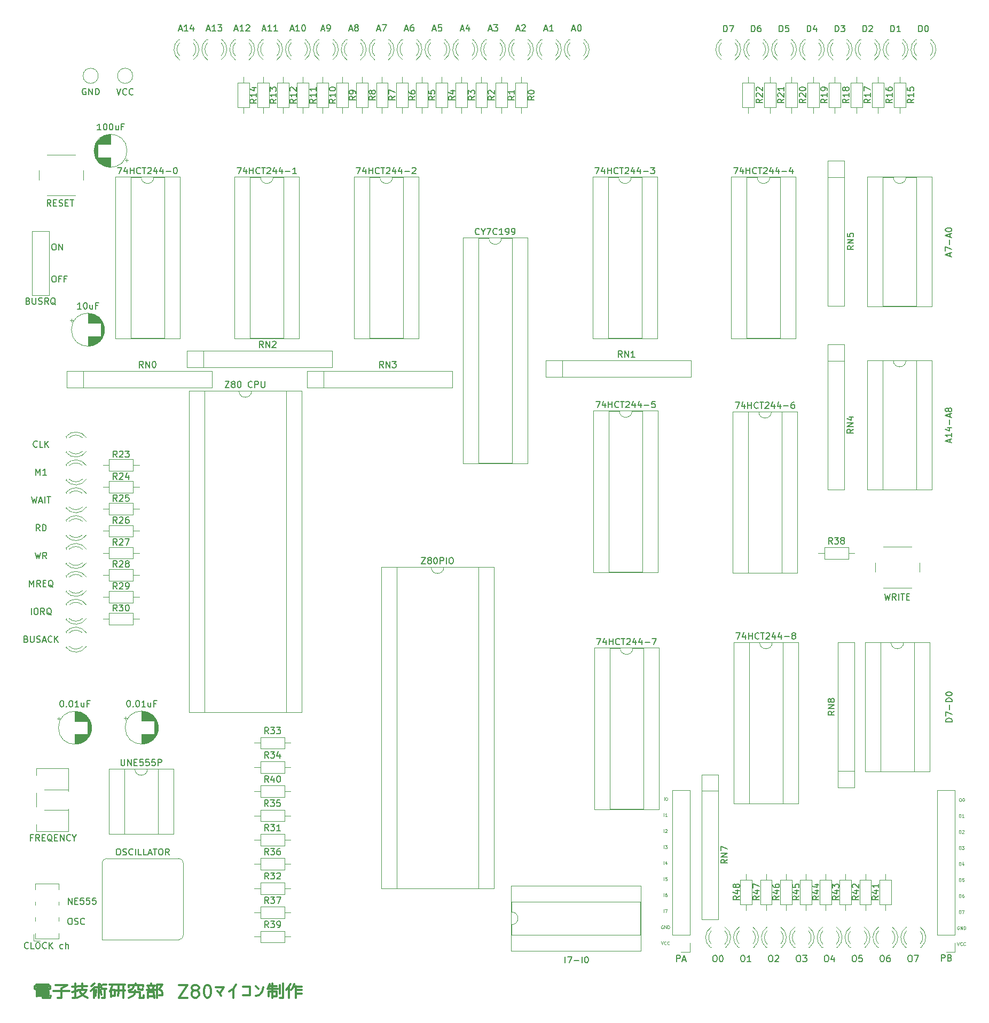
<source format=gbr>
%TF.GenerationSoftware,KiCad,Pcbnew,9.0.4*%
%TF.CreationDate,2025-09-10T16:43:47+09:00*%
%TF.ProjectId,Z80______,5a3830de-a4b3-4f33-965c-2e6b69636164,rev?*%
%TF.SameCoordinates,Original*%
%TF.FileFunction,Legend,Top*%
%TF.FilePolarity,Positive*%
%FSLAX46Y46*%
G04 Gerber Fmt 4.6, Leading zero omitted, Abs format (unit mm)*
G04 Created by KiCad (PCBNEW 9.0.4) date 2025-09-10 16:43:47*
%MOMM*%
%LPD*%
G01*
G04 APERTURE LIST*
%ADD10C,0.062500*%
%ADD11C,0.300000*%
%ADD12C,0.150000*%
%ADD13C,0.120000*%
G04 APERTURE END LIST*
D10*
X128590705Y-155041059D02*
X128590705Y-154541059D01*
X128804991Y-154588678D02*
X128828800Y-154564869D01*
X128828800Y-154564869D02*
X128876419Y-154541059D01*
X128876419Y-154541059D02*
X128995467Y-154541059D01*
X128995467Y-154541059D02*
X129043086Y-154564869D01*
X129043086Y-154564869D02*
X129066895Y-154588678D01*
X129066895Y-154588678D02*
X129090705Y-154636297D01*
X129090705Y-154636297D02*
X129090705Y-154683916D01*
X129090705Y-154683916D02*
X129066895Y-154755345D01*
X129066895Y-154755345D02*
X128781181Y-155041059D01*
X128781181Y-155041059D02*
X129090705Y-155041059D01*
X128162134Y-172321059D02*
X128328800Y-172821059D01*
X128328800Y-172821059D02*
X128495467Y-172321059D01*
X128947847Y-172773440D02*
X128924038Y-172797250D01*
X128924038Y-172797250D02*
X128852609Y-172821059D01*
X128852609Y-172821059D02*
X128804990Y-172821059D01*
X128804990Y-172821059D02*
X128733562Y-172797250D01*
X128733562Y-172797250D02*
X128685943Y-172749630D01*
X128685943Y-172749630D02*
X128662133Y-172702011D01*
X128662133Y-172702011D02*
X128638324Y-172606773D01*
X128638324Y-172606773D02*
X128638324Y-172535345D01*
X128638324Y-172535345D02*
X128662133Y-172440107D01*
X128662133Y-172440107D02*
X128685943Y-172392488D01*
X128685943Y-172392488D02*
X128733562Y-172344869D01*
X128733562Y-172344869D02*
X128804990Y-172321059D01*
X128804990Y-172321059D02*
X128852609Y-172321059D01*
X128852609Y-172321059D02*
X128924038Y-172344869D01*
X128924038Y-172344869D02*
X128947847Y-172368678D01*
X129447847Y-172773440D02*
X129424038Y-172797250D01*
X129424038Y-172797250D02*
X129352609Y-172821059D01*
X129352609Y-172821059D02*
X129304990Y-172821059D01*
X129304990Y-172821059D02*
X129233562Y-172797250D01*
X129233562Y-172797250D02*
X129185943Y-172749630D01*
X129185943Y-172749630D02*
X129162133Y-172702011D01*
X129162133Y-172702011D02*
X129138324Y-172606773D01*
X129138324Y-172606773D02*
X129138324Y-172535345D01*
X129138324Y-172535345D02*
X129162133Y-172440107D01*
X129162133Y-172440107D02*
X129185943Y-172392488D01*
X129185943Y-172392488D02*
X129233562Y-172344869D01*
X129233562Y-172344869D02*
X129304990Y-172321059D01*
X129304990Y-172321059D02*
X129352609Y-172321059D01*
X129352609Y-172321059D02*
X129424038Y-172344869D01*
X129424038Y-172344869D02*
X129447847Y-172368678D01*
X128590705Y-152501059D02*
X128590705Y-152001059D01*
X129090705Y-152501059D02*
X128804991Y-152501059D01*
X128947848Y-152501059D02*
X128947848Y-152001059D01*
X128947848Y-152001059D02*
X128900229Y-152072488D01*
X128900229Y-152072488D02*
X128852610Y-152120107D01*
X128852610Y-152120107D02*
X128804991Y-152143916D01*
X128590705Y-157581059D02*
X128590705Y-157081059D01*
X128781181Y-157081059D02*
X129090705Y-157081059D01*
X129090705Y-157081059D02*
X128924038Y-157271535D01*
X128924038Y-157271535D02*
X128995467Y-157271535D01*
X128995467Y-157271535D02*
X129043086Y-157295345D01*
X129043086Y-157295345D02*
X129066895Y-157319154D01*
X129066895Y-157319154D02*
X129090705Y-157366773D01*
X129090705Y-157366773D02*
X129090705Y-157485821D01*
X129090705Y-157485821D02*
X129066895Y-157533440D01*
X129066895Y-157533440D02*
X129043086Y-157557250D01*
X129043086Y-157557250D02*
X128995467Y-157581059D01*
X128995467Y-157581059D02*
X128852610Y-157581059D01*
X128852610Y-157581059D02*
X128804991Y-157557250D01*
X128804991Y-157557250D02*
X128781181Y-157533440D01*
X128641505Y-149961059D02*
X128641505Y-149461059D01*
X128974838Y-149461059D02*
X129022457Y-149461059D01*
X129022457Y-149461059D02*
X129070076Y-149484869D01*
X129070076Y-149484869D02*
X129093886Y-149508678D01*
X129093886Y-149508678D02*
X129117695Y-149556297D01*
X129117695Y-149556297D02*
X129141505Y-149651535D01*
X129141505Y-149651535D02*
X129141505Y-149770583D01*
X129141505Y-149770583D02*
X129117695Y-149865821D01*
X129117695Y-149865821D02*
X129093886Y-149913440D01*
X129093886Y-149913440D02*
X129070076Y-149937250D01*
X129070076Y-149937250D02*
X129022457Y-149961059D01*
X129022457Y-149961059D02*
X128974838Y-149961059D01*
X128974838Y-149961059D02*
X128927219Y-149937250D01*
X128927219Y-149937250D02*
X128903410Y-149913440D01*
X128903410Y-149913440D02*
X128879600Y-149865821D01*
X128879600Y-149865821D02*
X128855791Y-149770583D01*
X128855791Y-149770583D02*
X128855791Y-149651535D01*
X128855791Y-149651535D02*
X128879600Y-149556297D01*
X128879600Y-149556297D02*
X128903410Y-149508678D01*
X128903410Y-149508678D02*
X128927219Y-149484869D01*
X128927219Y-149484869D02*
X128974838Y-149461059D01*
X128590705Y-162661059D02*
X128590705Y-162161059D01*
X129066895Y-162161059D02*
X128828800Y-162161059D01*
X128828800Y-162161059D02*
X128804991Y-162399154D01*
X128804991Y-162399154D02*
X128828800Y-162375345D01*
X128828800Y-162375345D02*
X128876419Y-162351535D01*
X128876419Y-162351535D02*
X128995467Y-162351535D01*
X128995467Y-162351535D02*
X129043086Y-162375345D01*
X129043086Y-162375345D02*
X129066895Y-162399154D01*
X129066895Y-162399154D02*
X129090705Y-162446773D01*
X129090705Y-162446773D02*
X129090705Y-162565821D01*
X129090705Y-162565821D02*
X129066895Y-162613440D01*
X129066895Y-162613440D02*
X129043086Y-162637250D01*
X129043086Y-162637250D02*
X128995467Y-162661059D01*
X128995467Y-162661059D02*
X128876419Y-162661059D01*
X128876419Y-162661059D02*
X128828800Y-162637250D01*
X128828800Y-162637250D02*
X128804991Y-162613440D01*
X128590705Y-167741059D02*
X128590705Y-167241059D01*
X128781181Y-167241059D02*
X129114514Y-167241059D01*
X129114514Y-167241059D02*
X128900229Y-167741059D01*
X128590705Y-165201059D02*
X128590705Y-164701059D01*
X129043086Y-164701059D02*
X128947848Y-164701059D01*
X128947848Y-164701059D02*
X128900229Y-164724869D01*
X128900229Y-164724869D02*
X128876419Y-164748678D01*
X128876419Y-164748678D02*
X128828800Y-164820107D01*
X128828800Y-164820107D02*
X128804991Y-164915345D01*
X128804991Y-164915345D02*
X128804991Y-165105821D01*
X128804991Y-165105821D02*
X128828800Y-165153440D01*
X128828800Y-165153440D02*
X128852610Y-165177250D01*
X128852610Y-165177250D02*
X128900229Y-165201059D01*
X128900229Y-165201059D02*
X128995467Y-165201059D01*
X128995467Y-165201059D02*
X129043086Y-165177250D01*
X129043086Y-165177250D02*
X129066895Y-165153440D01*
X129066895Y-165153440D02*
X129090705Y-165105821D01*
X129090705Y-165105821D02*
X129090705Y-164986773D01*
X129090705Y-164986773D02*
X129066895Y-164939154D01*
X129066895Y-164939154D02*
X129043086Y-164915345D01*
X129043086Y-164915345D02*
X128995467Y-164891535D01*
X128995467Y-164891535D02*
X128900229Y-164891535D01*
X128900229Y-164891535D02*
X128852610Y-164915345D01*
X128852610Y-164915345D02*
X128828800Y-164939154D01*
X128828800Y-164939154D02*
X128804991Y-164986773D01*
X128590705Y-160121059D02*
X128590705Y-159621059D01*
X129043086Y-159787726D02*
X129043086Y-160121059D01*
X128924038Y-159597250D02*
X128804991Y-159954392D01*
X128804991Y-159954392D02*
X129114514Y-159954392D01*
X128447847Y-169804869D02*
X128400228Y-169781059D01*
X128400228Y-169781059D02*
X128328799Y-169781059D01*
X128328799Y-169781059D02*
X128257371Y-169804869D01*
X128257371Y-169804869D02*
X128209752Y-169852488D01*
X128209752Y-169852488D02*
X128185942Y-169900107D01*
X128185942Y-169900107D02*
X128162133Y-169995345D01*
X128162133Y-169995345D02*
X128162133Y-170066773D01*
X128162133Y-170066773D02*
X128185942Y-170162011D01*
X128185942Y-170162011D02*
X128209752Y-170209630D01*
X128209752Y-170209630D02*
X128257371Y-170257250D01*
X128257371Y-170257250D02*
X128328799Y-170281059D01*
X128328799Y-170281059D02*
X128376418Y-170281059D01*
X128376418Y-170281059D02*
X128447847Y-170257250D01*
X128447847Y-170257250D02*
X128471656Y-170233440D01*
X128471656Y-170233440D02*
X128471656Y-170066773D01*
X128471656Y-170066773D02*
X128376418Y-170066773D01*
X128685942Y-170281059D02*
X128685942Y-169781059D01*
X128685942Y-169781059D02*
X128971656Y-170281059D01*
X128971656Y-170281059D02*
X128971656Y-169781059D01*
X129209752Y-170281059D02*
X129209752Y-169781059D01*
X129209752Y-169781059D02*
X129328800Y-169781059D01*
X129328800Y-169781059D02*
X129400228Y-169804869D01*
X129400228Y-169804869D02*
X129447847Y-169852488D01*
X129447847Y-169852488D02*
X129471657Y-169900107D01*
X129471657Y-169900107D02*
X129495466Y-169995345D01*
X129495466Y-169995345D02*
X129495466Y-170066773D01*
X129495466Y-170066773D02*
X129471657Y-170162011D01*
X129471657Y-170162011D02*
X129447847Y-170209630D01*
X129447847Y-170209630D02*
X129400228Y-170257250D01*
X129400228Y-170257250D02*
X129328800Y-170281059D01*
X129328800Y-170281059D02*
X129209752Y-170281059D01*
X175101334Y-172448059D02*
X175268000Y-172948059D01*
X175268000Y-172948059D02*
X175434667Y-172448059D01*
X175887047Y-172900440D02*
X175863238Y-172924250D01*
X175863238Y-172924250D02*
X175791809Y-172948059D01*
X175791809Y-172948059D02*
X175744190Y-172948059D01*
X175744190Y-172948059D02*
X175672762Y-172924250D01*
X175672762Y-172924250D02*
X175625143Y-172876630D01*
X175625143Y-172876630D02*
X175601333Y-172829011D01*
X175601333Y-172829011D02*
X175577524Y-172733773D01*
X175577524Y-172733773D02*
X175577524Y-172662345D01*
X175577524Y-172662345D02*
X175601333Y-172567107D01*
X175601333Y-172567107D02*
X175625143Y-172519488D01*
X175625143Y-172519488D02*
X175672762Y-172471869D01*
X175672762Y-172471869D02*
X175744190Y-172448059D01*
X175744190Y-172448059D02*
X175791809Y-172448059D01*
X175791809Y-172448059D02*
X175863238Y-172471869D01*
X175863238Y-172471869D02*
X175887047Y-172495678D01*
X176387047Y-172900440D02*
X176363238Y-172924250D01*
X176363238Y-172924250D02*
X176291809Y-172948059D01*
X176291809Y-172948059D02*
X176244190Y-172948059D01*
X176244190Y-172948059D02*
X176172762Y-172924250D01*
X176172762Y-172924250D02*
X176125143Y-172876630D01*
X176125143Y-172876630D02*
X176101333Y-172829011D01*
X176101333Y-172829011D02*
X176077524Y-172733773D01*
X176077524Y-172733773D02*
X176077524Y-172662345D01*
X176077524Y-172662345D02*
X176101333Y-172567107D01*
X176101333Y-172567107D02*
X176125143Y-172519488D01*
X176125143Y-172519488D02*
X176172762Y-172471869D01*
X176172762Y-172471869D02*
X176244190Y-172448059D01*
X176244190Y-172448059D02*
X176291809Y-172448059D01*
X176291809Y-172448059D02*
X176363238Y-172471869D01*
X176363238Y-172471869D02*
X176387047Y-172495678D01*
X175533085Y-149588059D02*
X175628323Y-149588059D01*
X175628323Y-149588059D02*
X175675942Y-149611869D01*
X175675942Y-149611869D02*
X175723561Y-149659488D01*
X175723561Y-149659488D02*
X175747371Y-149754726D01*
X175747371Y-149754726D02*
X175747371Y-149921392D01*
X175747371Y-149921392D02*
X175723561Y-150016630D01*
X175723561Y-150016630D02*
X175675942Y-150064250D01*
X175675942Y-150064250D02*
X175628323Y-150088059D01*
X175628323Y-150088059D02*
X175533085Y-150088059D01*
X175533085Y-150088059D02*
X175485466Y-150064250D01*
X175485466Y-150064250D02*
X175437847Y-150016630D01*
X175437847Y-150016630D02*
X175414038Y-149921392D01*
X175414038Y-149921392D02*
X175414038Y-149754726D01*
X175414038Y-149754726D02*
X175437847Y-149659488D01*
X175437847Y-149659488D02*
X175485466Y-149611869D01*
X175485466Y-149611869D02*
X175533085Y-149588059D01*
X176056895Y-149588059D02*
X176104514Y-149588059D01*
X176104514Y-149588059D02*
X176152133Y-149611869D01*
X176152133Y-149611869D02*
X176175943Y-149635678D01*
X176175943Y-149635678D02*
X176199752Y-149683297D01*
X176199752Y-149683297D02*
X176223562Y-149778535D01*
X176223562Y-149778535D02*
X176223562Y-149897583D01*
X176223562Y-149897583D02*
X176199752Y-149992821D01*
X176199752Y-149992821D02*
X176175943Y-150040440D01*
X176175943Y-150040440D02*
X176152133Y-150064250D01*
X176152133Y-150064250D02*
X176104514Y-150088059D01*
X176104514Y-150088059D02*
X176056895Y-150088059D01*
X176056895Y-150088059D02*
X176009276Y-150064250D01*
X176009276Y-150064250D02*
X175985467Y-150040440D01*
X175985467Y-150040440D02*
X175961657Y-149992821D01*
X175961657Y-149992821D02*
X175937848Y-149897583D01*
X175937848Y-149897583D02*
X175937848Y-149778535D01*
X175937848Y-149778535D02*
X175961657Y-149683297D01*
X175961657Y-149683297D02*
X175985467Y-149635678D01*
X175985467Y-149635678D02*
X176009276Y-149611869D01*
X176009276Y-149611869D02*
X176056895Y-149588059D01*
X175482285Y-152128059D02*
X175577523Y-152128059D01*
X175577523Y-152128059D02*
X175625142Y-152151869D01*
X175625142Y-152151869D02*
X175672761Y-152199488D01*
X175672761Y-152199488D02*
X175696571Y-152294726D01*
X175696571Y-152294726D02*
X175696571Y-152461392D01*
X175696571Y-152461392D02*
X175672761Y-152556630D01*
X175672761Y-152556630D02*
X175625142Y-152604250D01*
X175625142Y-152604250D02*
X175577523Y-152628059D01*
X175577523Y-152628059D02*
X175482285Y-152628059D01*
X175482285Y-152628059D02*
X175434666Y-152604250D01*
X175434666Y-152604250D02*
X175387047Y-152556630D01*
X175387047Y-152556630D02*
X175363238Y-152461392D01*
X175363238Y-152461392D02*
X175363238Y-152294726D01*
X175363238Y-152294726D02*
X175387047Y-152199488D01*
X175387047Y-152199488D02*
X175434666Y-152151869D01*
X175434666Y-152151869D02*
X175482285Y-152128059D01*
X176172762Y-152628059D02*
X175887048Y-152628059D01*
X176029905Y-152628059D02*
X176029905Y-152128059D01*
X176029905Y-152128059D02*
X175982286Y-152199488D01*
X175982286Y-152199488D02*
X175934667Y-152247107D01*
X175934667Y-152247107D02*
X175887048Y-152270916D01*
X175482285Y-154668059D02*
X175577523Y-154668059D01*
X175577523Y-154668059D02*
X175625142Y-154691869D01*
X175625142Y-154691869D02*
X175672761Y-154739488D01*
X175672761Y-154739488D02*
X175696571Y-154834726D01*
X175696571Y-154834726D02*
X175696571Y-155001392D01*
X175696571Y-155001392D02*
X175672761Y-155096630D01*
X175672761Y-155096630D02*
X175625142Y-155144250D01*
X175625142Y-155144250D02*
X175577523Y-155168059D01*
X175577523Y-155168059D02*
X175482285Y-155168059D01*
X175482285Y-155168059D02*
X175434666Y-155144250D01*
X175434666Y-155144250D02*
X175387047Y-155096630D01*
X175387047Y-155096630D02*
X175363238Y-155001392D01*
X175363238Y-155001392D02*
X175363238Y-154834726D01*
X175363238Y-154834726D02*
X175387047Y-154739488D01*
X175387047Y-154739488D02*
X175434666Y-154691869D01*
X175434666Y-154691869D02*
X175482285Y-154668059D01*
X175887048Y-154715678D02*
X175910857Y-154691869D01*
X175910857Y-154691869D02*
X175958476Y-154668059D01*
X175958476Y-154668059D02*
X176077524Y-154668059D01*
X176077524Y-154668059D02*
X176125143Y-154691869D01*
X176125143Y-154691869D02*
X176148952Y-154715678D01*
X176148952Y-154715678D02*
X176172762Y-154763297D01*
X176172762Y-154763297D02*
X176172762Y-154810916D01*
X176172762Y-154810916D02*
X176148952Y-154882345D01*
X176148952Y-154882345D02*
X175863238Y-155168059D01*
X175863238Y-155168059D02*
X176172762Y-155168059D01*
X175482285Y-157208059D02*
X175577523Y-157208059D01*
X175577523Y-157208059D02*
X175625142Y-157231869D01*
X175625142Y-157231869D02*
X175672761Y-157279488D01*
X175672761Y-157279488D02*
X175696571Y-157374726D01*
X175696571Y-157374726D02*
X175696571Y-157541392D01*
X175696571Y-157541392D02*
X175672761Y-157636630D01*
X175672761Y-157636630D02*
X175625142Y-157684250D01*
X175625142Y-157684250D02*
X175577523Y-157708059D01*
X175577523Y-157708059D02*
X175482285Y-157708059D01*
X175482285Y-157708059D02*
X175434666Y-157684250D01*
X175434666Y-157684250D02*
X175387047Y-157636630D01*
X175387047Y-157636630D02*
X175363238Y-157541392D01*
X175363238Y-157541392D02*
X175363238Y-157374726D01*
X175363238Y-157374726D02*
X175387047Y-157279488D01*
X175387047Y-157279488D02*
X175434666Y-157231869D01*
X175434666Y-157231869D02*
X175482285Y-157208059D01*
X175863238Y-157208059D02*
X176172762Y-157208059D01*
X176172762Y-157208059D02*
X176006095Y-157398535D01*
X176006095Y-157398535D02*
X176077524Y-157398535D01*
X176077524Y-157398535D02*
X176125143Y-157422345D01*
X176125143Y-157422345D02*
X176148952Y-157446154D01*
X176148952Y-157446154D02*
X176172762Y-157493773D01*
X176172762Y-157493773D02*
X176172762Y-157612821D01*
X176172762Y-157612821D02*
X176148952Y-157660440D01*
X176148952Y-157660440D02*
X176125143Y-157684250D01*
X176125143Y-157684250D02*
X176077524Y-157708059D01*
X176077524Y-157708059D02*
X175934667Y-157708059D01*
X175934667Y-157708059D02*
X175887048Y-157684250D01*
X175887048Y-157684250D02*
X175863238Y-157660440D01*
X175482285Y-159748059D02*
X175577523Y-159748059D01*
X175577523Y-159748059D02*
X175625142Y-159771869D01*
X175625142Y-159771869D02*
X175672761Y-159819488D01*
X175672761Y-159819488D02*
X175696571Y-159914726D01*
X175696571Y-159914726D02*
X175696571Y-160081392D01*
X175696571Y-160081392D02*
X175672761Y-160176630D01*
X175672761Y-160176630D02*
X175625142Y-160224250D01*
X175625142Y-160224250D02*
X175577523Y-160248059D01*
X175577523Y-160248059D02*
X175482285Y-160248059D01*
X175482285Y-160248059D02*
X175434666Y-160224250D01*
X175434666Y-160224250D02*
X175387047Y-160176630D01*
X175387047Y-160176630D02*
X175363238Y-160081392D01*
X175363238Y-160081392D02*
X175363238Y-159914726D01*
X175363238Y-159914726D02*
X175387047Y-159819488D01*
X175387047Y-159819488D02*
X175434666Y-159771869D01*
X175434666Y-159771869D02*
X175482285Y-159748059D01*
X176125143Y-159914726D02*
X176125143Y-160248059D01*
X176006095Y-159724250D02*
X175887048Y-160081392D01*
X175887048Y-160081392D02*
X176196571Y-160081392D01*
X175482285Y-162288059D02*
X175577523Y-162288059D01*
X175577523Y-162288059D02*
X175625142Y-162311869D01*
X175625142Y-162311869D02*
X175672761Y-162359488D01*
X175672761Y-162359488D02*
X175696571Y-162454726D01*
X175696571Y-162454726D02*
X175696571Y-162621392D01*
X175696571Y-162621392D02*
X175672761Y-162716630D01*
X175672761Y-162716630D02*
X175625142Y-162764250D01*
X175625142Y-162764250D02*
X175577523Y-162788059D01*
X175577523Y-162788059D02*
X175482285Y-162788059D01*
X175482285Y-162788059D02*
X175434666Y-162764250D01*
X175434666Y-162764250D02*
X175387047Y-162716630D01*
X175387047Y-162716630D02*
X175363238Y-162621392D01*
X175363238Y-162621392D02*
X175363238Y-162454726D01*
X175363238Y-162454726D02*
X175387047Y-162359488D01*
X175387047Y-162359488D02*
X175434666Y-162311869D01*
X175434666Y-162311869D02*
X175482285Y-162288059D01*
X176148952Y-162288059D02*
X175910857Y-162288059D01*
X175910857Y-162288059D02*
X175887048Y-162526154D01*
X175887048Y-162526154D02*
X175910857Y-162502345D01*
X175910857Y-162502345D02*
X175958476Y-162478535D01*
X175958476Y-162478535D02*
X176077524Y-162478535D01*
X176077524Y-162478535D02*
X176125143Y-162502345D01*
X176125143Y-162502345D02*
X176148952Y-162526154D01*
X176148952Y-162526154D02*
X176172762Y-162573773D01*
X176172762Y-162573773D02*
X176172762Y-162692821D01*
X176172762Y-162692821D02*
X176148952Y-162740440D01*
X176148952Y-162740440D02*
X176125143Y-162764250D01*
X176125143Y-162764250D02*
X176077524Y-162788059D01*
X176077524Y-162788059D02*
X175958476Y-162788059D01*
X175958476Y-162788059D02*
X175910857Y-162764250D01*
X175910857Y-162764250D02*
X175887048Y-162740440D01*
X175482285Y-164828059D02*
X175577523Y-164828059D01*
X175577523Y-164828059D02*
X175625142Y-164851869D01*
X175625142Y-164851869D02*
X175672761Y-164899488D01*
X175672761Y-164899488D02*
X175696571Y-164994726D01*
X175696571Y-164994726D02*
X175696571Y-165161392D01*
X175696571Y-165161392D02*
X175672761Y-165256630D01*
X175672761Y-165256630D02*
X175625142Y-165304250D01*
X175625142Y-165304250D02*
X175577523Y-165328059D01*
X175577523Y-165328059D02*
X175482285Y-165328059D01*
X175482285Y-165328059D02*
X175434666Y-165304250D01*
X175434666Y-165304250D02*
X175387047Y-165256630D01*
X175387047Y-165256630D02*
X175363238Y-165161392D01*
X175363238Y-165161392D02*
X175363238Y-164994726D01*
X175363238Y-164994726D02*
X175387047Y-164899488D01*
X175387047Y-164899488D02*
X175434666Y-164851869D01*
X175434666Y-164851869D02*
X175482285Y-164828059D01*
X176125143Y-164828059D02*
X176029905Y-164828059D01*
X176029905Y-164828059D02*
X175982286Y-164851869D01*
X175982286Y-164851869D02*
X175958476Y-164875678D01*
X175958476Y-164875678D02*
X175910857Y-164947107D01*
X175910857Y-164947107D02*
X175887048Y-165042345D01*
X175887048Y-165042345D02*
X175887048Y-165232821D01*
X175887048Y-165232821D02*
X175910857Y-165280440D01*
X175910857Y-165280440D02*
X175934667Y-165304250D01*
X175934667Y-165304250D02*
X175982286Y-165328059D01*
X175982286Y-165328059D02*
X176077524Y-165328059D01*
X176077524Y-165328059D02*
X176125143Y-165304250D01*
X176125143Y-165304250D02*
X176148952Y-165280440D01*
X176148952Y-165280440D02*
X176172762Y-165232821D01*
X176172762Y-165232821D02*
X176172762Y-165113773D01*
X176172762Y-165113773D02*
X176148952Y-165066154D01*
X176148952Y-165066154D02*
X176125143Y-165042345D01*
X176125143Y-165042345D02*
X176077524Y-165018535D01*
X176077524Y-165018535D02*
X175982286Y-165018535D01*
X175982286Y-165018535D02*
X175934667Y-165042345D01*
X175934667Y-165042345D02*
X175910857Y-165066154D01*
X175910857Y-165066154D02*
X175887048Y-165113773D01*
X175482285Y-167368059D02*
X175577523Y-167368059D01*
X175577523Y-167368059D02*
X175625142Y-167391869D01*
X175625142Y-167391869D02*
X175672761Y-167439488D01*
X175672761Y-167439488D02*
X175696571Y-167534726D01*
X175696571Y-167534726D02*
X175696571Y-167701392D01*
X175696571Y-167701392D02*
X175672761Y-167796630D01*
X175672761Y-167796630D02*
X175625142Y-167844250D01*
X175625142Y-167844250D02*
X175577523Y-167868059D01*
X175577523Y-167868059D02*
X175482285Y-167868059D01*
X175482285Y-167868059D02*
X175434666Y-167844250D01*
X175434666Y-167844250D02*
X175387047Y-167796630D01*
X175387047Y-167796630D02*
X175363238Y-167701392D01*
X175363238Y-167701392D02*
X175363238Y-167534726D01*
X175363238Y-167534726D02*
X175387047Y-167439488D01*
X175387047Y-167439488D02*
X175434666Y-167391869D01*
X175434666Y-167391869D02*
X175482285Y-167368059D01*
X175863238Y-167368059D02*
X176196571Y-167368059D01*
X176196571Y-167368059D02*
X175982286Y-167868059D01*
X175387047Y-169931869D02*
X175339428Y-169908059D01*
X175339428Y-169908059D02*
X175267999Y-169908059D01*
X175267999Y-169908059D02*
X175196571Y-169931869D01*
X175196571Y-169931869D02*
X175148952Y-169979488D01*
X175148952Y-169979488D02*
X175125142Y-170027107D01*
X175125142Y-170027107D02*
X175101333Y-170122345D01*
X175101333Y-170122345D02*
X175101333Y-170193773D01*
X175101333Y-170193773D02*
X175125142Y-170289011D01*
X175125142Y-170289011D02*
X175148952Y-170336630D01*
X175148952Y-170336630D02*
X175196571Y-170384250D01*
X175196571Y-170384250D02*
X175267999Y-170408059D01*
X175267999Y-170408059D02*
X175315618Y-170408059D01*
X175315618Y-170408059D02*
X175387047Y-170384250D01*
X175387047Y-170384250D02*
X175410856Y-170360440D01*
X175410856Y-170360440D02*
X175410856Y-170193773D01*
X175410856Y-170193773D02*
X175315618Y-170193773D01*
X175625142Y-170408059D02*
X175625142Y-169908059D01*
X175625142Y-169908059D02*
X175910856Y-170408059D01*
X175910856Y-170408059D02*
X175910856Y-169908059D01*
X176148952Y-170408059D02*
X176148952Y-169908059D01*
X176148952Y-169908059D02*
X176268000Y-169908059D01*
X176268000Y-169908059D02*
X176339428Y-169931869D01*
X176339428Y-169931869D02*
X176387047Y-169979488D01*
X176387047Y-169979488D02*
X176410857Y-170027107D01*
X176410857Y-170027107D02*
X176434666Y-170122345D01*
X176434666Y-170122345D02*
X176434666Y-170193773D01*
X176434666Y-170193773D02*
X176410857Y-170289011D01*
X176410857Y-170289011D02*
X176387047Y-170336630D01*
X176387047Y-170336630D02*
X176339428Y-170384250D01*
X176339428Y-170384250D02*
X176268000Y-170408059D01*
X176268000Y-170408059D02*
X176148952Y-170408059D01*
D11*
X28887844Y-179430114D02*
X28887844Y-179811066D01*
X29078320Y-179144400D02*
X31078320Y-179144400D01*
X29078320Y-180001542D02*
X29744987Y-180001542D01*
X29173558Y-180953923D02*
X31078320Y-180953923D01*
X29173558Y-180572971D02*
X31078320Y-180572971D01*
X29173558Y-180287257D02*
X29173558Y-181049161D01*
X29173558Y-179715828D02*
X29744987Y-179715828D01*
X30030701Y-179144400D02*
X30030701Y-180096780D01*
X30125939Y-181239638D02*
X31268796Y-181239638D01*
X30125939Y-180287257D02*
X30125939Y-181239638D01*
X30316415Y-180001542D02*
X31078320Y-180001542D01*
X30316415Y-179715828D02*
X30983082Y-179715828D01*
X31364034Y-180953923D02*
X31268796Y-181239638D01*
X28887844Y-179430114D02*
X31268796Y-179430114D01*
X31268796Y-179430114D02*
X31268796Y-179811066D01*
X29173558Y-180287257D02*
X31078320Y-180287257D01*
X31078320Y-180287257D02*
X31078320Y-180953923D01*
X31840225Y-180192019D02*
X34316415Y-180192019D01*
X33078320Y-179715828D02*
X33078320Y-181239638D01*
X33078320Y-181239638D02*
X32506891Y-181239638D01*
X32125939Y-179239638D02*
X34030701Y-179239638D01*
X34030701Y-179239638D02*
X33744987Y-179430114D01*
X33744987Y-179430114D02*
X33078320Y-179715828D01*
X34792606Y-179525352D02*
X35554510Y-179525352D01*
X34887844Y-181239638D02*
X35173558Y-181239638D01*
X35268796Y-178953923D02*
X35268796Y-181239638D01*
X35649749Y-180192019D02*
X34792606Y-180382495D01*
X35744987Y-179430114D02*
X37173558Y-179430114D01*
X36411653Y-178953923D02*
X36411653Y-180001542D01*
X35935463Y-180001542D02*
X36125939Y-180477733D01*
X36125939Y-180477733D02*
X36602130Y-180953923D01*
X36602130Y-180953923D02*
X37268796Y-181239638D01*
X35744987Y-180001542D02*
X37078320Y-180001542D01*
X37078320Y-180001542D02*
X36887844Y-180382495D01*
X36887844Y-180382495D02*
X36411653Y-180858685D01*
X36411653Y-180858685D02*
X35554510Y-181239638D01*
X38221177Y-179811066D02*
X38221177Y-181239638D01*
X38316415Y-178953923D02*
X37840225Y-179430114D01*
X38316415Y-179620590D02*
X37744987Y-180192019D01*
X38506891Y-179620590D02*
X39459272Y-179620590D01*
X38602130Y-180001542D02*
X38506891Y-180953923D01*
X38983082Y-179049161D02*
X38983082Y-181239638D01*
X39173558Y-179049161D02*
X39459272Y-179334876D01*
X39268796Y-180001542D02*
X39459272Y-180763447D01*
X39554511Y-181239638D02*
X39935463Y-181239638D01*
X39554511Y-179811066D02*
X40221177Y-179811066D01*
X39649749Y-179144400D02*
X40221177Y-179144400D01*
X39935463Y-179811066D02*
X39935463Y-181239638D01*
X40697368Y-179144400D02*
X41649749Y-179144400D01*
X40983082Y-180953923D02*
X41554511Y-180953923D01*
X40983082Y-179715828D02*
X40983082Y-181144400D01*
X41173558Y-179144400D02*
X40792606Y-180287257D01*
X41744987Y-180096780D02*
X43173558Y-180096780D01*
X41840225Y-179144400D02*
X43173558Y-179144400D01*
X42887844Y-179144400D02*
X42887844Y-181239638D01*
X40887844Y-180001542D02*
X41554511Y-180001542D01*
X41554511Y-180001542D02*
X41554511Y-180953923D01*
X42125939Y-179144400D02*
X42125939Y-180382495D01*
X42125939Y-180382495D02*
X42030701Y-180953923D01*
X43744987Y-179239638D02*
X43744987Y-179620590D01*
X44887844Y-178953923D02*
X44887844Y-179239638D01*
X45459273Y-181239638D02*
X46125939Y-181239638D01*
X46125939Y-180858685D02*
X46125939Y-181239638D01*
X43744987Y-179239638D02*
X46030701Y-179239638D01*
X46030701Y-179239638D02*
X46030701Y-179525352D01*
X43840225Y-180382495D02*
X45554511Y-180382495D01*
X45554511Y-180382495D02*
X45554511Y-181239638D01*
X44602130Y-179239638D02*
X44411653Y-179715828D01*
X44411653Y-179715828D02*
X44221177Y-179906304D01*
X44221177Y-179906304D02*
X43744987Y-180096780D01*
X44792606Y-180096780D02*
X44697368Y-180668209D01*
X44697368Y-180668209D02*
X44411653Y-180953923D01*
X44411653Y-180953923D02*
X43744987Y-181239638D01*
X45268796Y-179239638D02*
X45268796Y-179906304D01*
X45268796Y-179906304D02*
X45935463Y-180001542D01*
X45935463Y-180001542D02*
X45935463Y-179811066D01*
X46602130Y-180001542D02*
X48030701Y-180001542D01*
X46697368Y-179334876D02*
X47935463Y-179334876D01*
X46792606Y-181049161D02*
X47744987Y-181049161D01*
X46792606Y-180382495D02*
X46792606Y-181239638D01*
X46887844Y-179525352D02*
X46983082Y-179811066D01*
X47268796Y-178953923D02*
X47268796Y-179334876D01*
X47744987Y-179430114D02*
X47554511Y-179906304D01*
X48221177Y-179144400D02*
X48221177Y-181239638D01*
X46792606Y-180382495D02*
X47744987Y-180382495D01*
X47744987Y-180382495D02*
X47840225Y-181239638D01*
X48221177Y-179144400D02*
X49078320Y-179144400D01*
X49078320Y-179144400D02*
X48602130Y-179906304D01*
X48602130Y-179906304D02*
X48983082Y-180192019D01*
X48983082Y-180192019D02*
X49078320Y-180477733D01*
X49078320Y-180477733D02*
X49078320Y-180858685D01*
X49078320Y-180858685D02*
X48602130Y-180858685D01*
X51744987Y-179239638D02*
X53078320Y-179239638D01*
X53078320Y-179239638D02*
X51744987Y-181239638D01*
X51744987Y-181239638D02*
X53078320Y-181239638D01*
X54125939Y-180096780D02*
X53935463Y-180001542D01*
X53935463Y-180001542D02*
X53840225Y-179906304D01*
X53840225Y-179906304D02*
X53744987Y-179715828D01*
X53744987Y-179715828D02*
X53744987Y-179620590D01*
X53744987Y-179620590D02*
X53840225Y-179430114D01*
X53840225Y-179430114D02*
X53935463Y-179334876D01*
X53935463Y-179334876D02*
X54125939Y-179239638D01*
X54125939Y-179239638D02*
X54506892Y-179239638D01*
X54506892Y-179239638D02*
X54697368Y-179334876D01*
X54697368Y-179334876D02*
X54792606Y-179430114D01*
X54792606Y-179430114D02*
X54887844Y-179620590D01*
X54887844Y-179620590D02*
X54887844Y-179715828D01*
X54887844Y-179715828D02*
X54792606Y-179906304D01*
X54792606Y-179906304D02*
X54697368Y-180001542D01*
X54697368Y-180001542D02*
X54506892Y-180096780D01*
X54506892Y-180096780D02*
X54125939Y-180096780D01*
X54125939Y-180096780D02*
X53935463Y-180192019D01*
X53935463Y-180192019D02*
X53840225Y-180287257D01*
X53840225Y-180287257D02*
X53744987Y-180477733D01*
X53744987Y-180477733D02*
X53744987Y-180858685D01*
X53744987Y-180858685D02*
X53840225Y-181049161D01*
X53840225Y-181049161D02*
X53935463Y-181144400D01*
X53935463Y-181144400D02*
X54125939Y-181239638D01*
X54125939Y-181239638D02*
X54506892Y-181239638D01*
X54506892Y-181239638D02*
X54697368Y-181144400D01*
X54697368Y-181144400D02*
X54792606Y-181049161D01*
X54792606Y-181049161D02*
X54887844Y-180858685D01*
X54887844Y-180858685D02*
X54887844Y-180477733D01*
X54887844Y-180477733D02*
X54792606Y-180287257D01*
X54792606Y-180287257D02*
X54697368Y-180192019D01*
X54697368Y-180192019D02*
X54506892Y-180096780D01*
X56125939Y-179239638D02*
X56316416Y-179239638D01*
X56316416Y-179239638D02*
X56506892Y-179334876D01*
X56506892Y-179334876D02*
X56602130Y-179430114D01*
X56602130Y-179430114D02*
X56697368Y-179620590D01*
X56697368Y-179620590D02*
X56792606Y-180001542D01*
X56792606Y-180001542D02*
X56792606Y-180477733D01*
X56792606Y-180477733D02*
X56697368Y-180858685D01*
X56697368Y-180858685D02*
X56602130Y-181049161D01*
X56602130Y-181049161D02*
X56506892Y-181144400D01*
X56506892Y-181144400D02*
X56316416Y-181239638D01*
X56316416Y-181239638D02*
X56125939Y-181239638D01*
X56125939Y-181239638D02*
X55935463Y-181144400D01*
X55935463Y-181144400D02*
X55840225Y-181049161D01*
X55840225Y-181049161D02*
X55744987Y-180858685D01*
X55744987Y-180858685D02*
X55649749Y-180477733D01*
X55649749Y-180477733D02*
X55649749Y-180001542D01*
X55649749Y-180001542D02*
X55744987Y-179620590D01*
X55744987Y-179620590D02*
X55840225Y-179430114D01*
X55840225Y-179430114D02*
X55935463Y-179334876D01*
X55935463Y-179334876D02*
X56125939Y-179239638D01*
X57840225Y-180192019D02*
X58125939Y-180477733D01*
X58125939Y-180477733D02*
X58221178Y-180668209D01*
X58221178Y-180668209D02*
X58411654Y-180953923D01*
X57554511Y-179620590D02*
X58792606Y-179620590D01*
X58792606Y-179620590D02*
X58602130Y-180001542D01*
X58602130Y-180001542D02*
X58411654Y-180287257D01*
X58411654Y-180287257D02*
X58221178Y-180477733D01*
X60316416Y-179811066D02*
X60316416Y-181239638D01*
X60792606Y-179144400D02*
X60602130Y-179430114D01*
X60602130Y-179430114D02*
X60316416Y-179811066D01*
X60316416Y-179811066D02*
X59935463Y-180096780D01*
X59935463Y-180096780D02*
X59649749Y-180287257D01*
X61840225Y-179525352D02*
X62983082Y-179525352D01*
X62983082Y-179525352D02*
X62983082Y-180858685D01*
X62983082Y-180858685D02*
X61840225Y-180858685D01*
X63935463Y-179430114D02*
X64316415Y-179811066D01*
X63935463Y-180953923D02*
X64411653Y-180858685D01*
X64411653Y-180858685D02*
X64697368Y-180572971D01*
X64697368Y-180572971D02*
X64887844Y-180287257D01*
X64887844Y-180287257D02*
X65078320Y-179620590D01*
X65744987Y-179811066D02*
X67364034Y-179811066D01*
X65935463Y-180287257D02*
X65935463Y-181049161D01*
X65935463Y-179430114D02*
X67173558Y-179430114D01*
X66125939Y-179049161D02*
X65840225Y-179715828D01*
X66506891Y-178953923D02*
X66506891Y-181239638D01*
X66792606Y-181049161D02*
X67173558Y-181049161D01*
X67744987Y-179239638D02*
X67744987Y-180572971D01*
X67744987Y-181239638D02*
X68221177Y-181239638D01*
X68221177Y-178953923D02*
X68221177Y-181239638D01*
X65935463Y-180287257D02*
X67173558Y-180287257D01*
X67173558Y-180287257D02*
X67173558Y-181049161D01*
X69173558Y-179430114D02*
X69173558Y-181239638D01*
X69840225Y-179525352D02*
X71173558Y-179525352D01*
X70221177Y-180572971D02*
X71173558Y-180572971D01*
X70221177Y-180001542D02*
X71173558Y-180001542D01*
X70221177Y-179430114D02*
X70221177Y-181239638D01*
X69364034Y-179049161D02*
X69078320Y-179620590D01*
X69078320Y-179620590D02*
X68697368Y-180001542D01*
X70030701Y-179049161D02*
X69744987Y-179715828D01*
X69744987Y-179715828D02*
X69459272Y-180001542D01*
D12*
X31816752Y-61684819D02*
X32007228Y-61684819D01*
X32007228Y-61684819D02*
X32102466Y-61732438D01*
X32102466Y-61732438D02*
X32197704Y-61827676D01*
X32197704Y-61827676D02*
X32245323Y-62018152D01*
X32245323Y-62018152D02*
X32245323Y-62351485D01*
X32245323Y-62351485D02*
X32197704Y-62541961D01*
X32197704Y-62541961D02*
X32102466Y-62637200D01*
X32102466Y-62637200D02*
X32007228Y-62684819D01*
X32007228Y-62684819D02*
X31816752Y-62684819D01*
X31816752Y-62684819D02*
X31721514Y-62637200D01*
X31721514Y-62637200D02*
X31626276Y-62541961D01*
X31626276Y-62541961D02*
X31578657Y-62351485D01*
X31578657Y-62351485D02*
X31578657Y-62018152D01*
X31578657Y-62018152D02*
X31626276Y-61827676D01*
X31626276Y-61827676D02*
X31721514Y-61732438D01*
X31721514Y-61732438D02*
X31816752Y-61684819D01*
X32673895Y-62684819D02*
X32673895Y-61684819D01*
X32673895Y-61684819D02*
X33245323Y-62684819D01*
X33245323Y-62684819D02*
X33245323Y-61684819D01*
X34361571Y-168618819D02*
X34552047Y-168618819D01*
X34552047Y-168618819D02*
X34647285Y-168666438D01*
X34647285Y-168666438D02*
X34742523Y-168761676D01*
X34742523Y-168761676D02*
X34790142Y-168952152D01*
X34790142Y-168952152D02*
X34790142Y-169285485D01*
X34790142Y-169285485D02*
X34742523Y-169475961D01*
X34742523Y-169475961D02*
X34647285Y-169571200D01*
X34647285Y-169571200D02*
X34552047Y-169618819D01*
X34552047Y-169618819D02*
X34361571Y-169618819D01*
X34361571Y-169618819D02*
X34266333Y-169571200D01*
X34266333Y-169571200D02*
X34171095Y-169475961D01*
X34171095Y-169475961D02*
X34123476Y-169285485D01*
X34123476Y-169285485D02*
X34123476Y-168952152D01*
X34123476Y-168952152D02*
X34171095Y-168761676D01*
X34171095Y-168761676D02*
X34266333Y-168666438D01*
X34266333Y-168666438D02*
X34361571Y-168618819D01*
X35171095Y-169571200D02*
X35313952Y-169618819D01*
X35313952Y-169618819D02*
X35552047Y-169618819D01*
X35552047Y-169618819D02*
X35647285Y-169571200D01*
X35647285Y-169571200D02*
X35694904Y-169523580D01*
X35694904Y-169523580D02*
X35742523Y-169428342D01*
X35742523Y-169428342D02*
X35742523Y-169333104D01*
X35742523Y-169333104D02*
X35694904Y-169237866D01*
X35694904Y-169237866D02*
X35647285Y-169190247D01*
X35647285Y-169190247D02*
X35552047Y-169142628D01*
X35552047Y-169142628D02*
X35361571Y-169095009D01*
X35361571Y-169095009D02*
X35266333Y-169047390D01*
X35266333Y-169047390D02*
X35218714Y-168999771D01*
X35218714Y-168999771D02*
X35171095Y-168904533D01*
X35171095Y-168904533D02*
X35171095Y-168809295D01*
X35171095Y-168809295D02*
X35218714Y-168714057D01*
X35218714Y-168714057D02*
X35266333Y-168666438D01*
X35266333Y-168666438D02*
X35361571Y-168618819D01*
X35361571Y-168618819D02*
X35599666Y-168618819D01*
X35599666Y-168618819D02*
X35742523Y-168666438D01*
X36742523Y-169523580D02*
X36694904Y-169571200D01*
X36694904Y-169571200D02*
X36552047Y-169618819D01*
X36552047Y-169618819D02*
X36456809Y-169618819D01*
X36456809Y-169618819D02*
X36313952Y-169571200D01*
X36313952Y-169571200D02*
X36218714Y-169475961D01*
X36218714Y-169475961D02*
X36171095Y-169380723D01*
X36171095Y-169380723D02*
X36123476Y-169190247D01*
X36123476Y-169190247D02*
X36123476Y-169047390D01*
X36123476Y-169047390D02*
X36171095Y-168856914D01*
X36171095Y-168856914D02*
X36218714Y-168761676D01*
X36218714Y-168761676D02*
X36313952Y-168666438D01*
X36313952Y-168666438D02*
X36456809Y-168618819D01*
X36456809Y-168618819D02*
X36552047Y-168618819D01*
X36552047Y-168618819D02*
X36694904Y-168666438D01*
X36694904Y-168666438D02*
X36742523Y-168714057D01*
X34180733Y-166418419D02*
X34180733Y-165418419D01*
X34180733Y-165418419D02*
X34752161Y-166418419D01*
X34752161Y-166418419D02*
X34752161Y-165418419D01*
X35228352Y-165894609D02*
X35561685Y-165894609D01*
X35704542Y-166418419D02*
X35228352Y-166418419D01*
X35228352Y-166418419D02*
X35228352Y-165418419D01*
X35228352Y-165418419D02*
X35704542Y-165418419D01*
X36609304Y-165418419D02*
X36133114Y-165418419D01*
X36133114Y-165418419D02*
X36085495Y-165894609D01*
X36085495Y-165894609D02*
X36133114Y-165846990D01*
X36133114Y-165846990D02*
X36228352Y-165799371D01*
X36228352Y-165799371D02*
X36466447Y-165799371D01*
X36466447Y-165799371D02*
X36561685Y-165846990D01*
X36561685Y-165846990D02*
X36609304Y-165894609D01*
X36609304Y-165894609D02*
X36656923Y-165989847D01*
X36656923Y-165989847D02*
X36656923Y-166227942D01*
X36656923Y-166227942D02*
X36609304Y-166323180D01*
X36609304Y-166323180D02*
X36561685Y-166370800D01*
X36561685Y-166370800D02*
X36466447Y-166418419D01*
X36466447Y-166418419D02*
X36228352Y-166418419D01*
X36228352Y-166418419D02*
X36133114Y-166370800D01*
X36133114Y-166370800D02*
X36085495Y-166323180D01*
X37561685Y-165418419D02*
X37085495Y-165418419D01*
X37085495Y-165418419D02*
X37037876Y-165894609D01*
X37037876Y-165894609D02*
X37085495Y-165846990D01*
X37085495Y-165846990D02*
X37180733Y-165799371D01*
X37180733Y-165799371D02*
X37418828Y-165799371D01*
X37418828Y-165799371D02*
X37514066Y-165846990D01*
X37514066Y-165846990D02*
X37561685Y-165894609D01*
X37561685Y-165894609D02*
X37609304Y-165989847D01*
X37609304Y-165989847D02*
X37609304Y-166227942D01*
X37609304Y-166227942D02*
X37561685Y-166323180D01*
X37561685Y-166323180D02*
X37514066Y-166370800D01*
X37514066Y-166370800D02*
X37418828Y-166418419D01*
X37418828Y-166418419D02*
X37180733Y-166418419D01*
X37180733Y-166418419D02*
X37085495Y-166370800D01*
X37085495Y-166370800D02*
X37037876Y-166323180D01*
X38514066Y-165418419D02*
X38037876Y-165418419D01*
X38037876Y-165418419D02*
X37990257Y-165894609D01*
X37990257Y-165894609D02*
X38037876Y-165846990D01*
X38037876Y-165846990D02*
X38133114Y-165799371D01*
X38133114Y-165799371D02*
X38371209Y-165799371D01*
X38371209Y-165799371D02*
X38466447Y-165846990D01*
X38466447Y-165846990D02*
X38514066Y-165894609D01*
X38514066Y-165894609D02*
X38561685Y-165989847D01*
X38561685Y-165989847D02*
X38561685Y-166227942D01*
X38561685Y-166227942D02*
X38514066Y-166323180D01*
X38514066Y-166323180D02*
X38466447Y-166370800D01*
X38466447Y-166370800D02*
X38371209Y-166418419D01*
X38371209Y-166418419D02*
X38133114Y-166418419D01*
X38133114Y-166418419D02*
X38037876Y-166370800D01*
X38037876Y-166370800D02*
X37990257Y-166323180D01*
X31813619Y-66764819D02*
X32004095Y-66764819D01*
X32004095Y-66764819D02*
X32099333Y-66812438D01*
X32099333Y-66812438D02*
X32194571Y-66907676D01*
X32194571Y-66907676D02*
X32242190Y-67098152D01*
X32242190Y-67098152D02*
X32242190Y-67431485D01*
X32242190Y-67431485D02*
X32194571Y-67621961D01*
X32194571Y-67621961D02*
X32099333Y-67717200D01*
X32099333Y-67717200D02*
X32004095Y-67764819D01*
X32004095Y-67764819D02*
X31813619Y-67764819D01*
X31813619Y-67764819D02*
X31718381Y-67717200D01*
X31718381Y-67717200D02*
X31623143Y-67621961D01*
X31623143Y-67621961D02*
X31575524Y-67431485D01*
X31575524Y-67431485D02*
X31575524Y-67098152D01*
X31575524Y-67098152D02*
X31623143Y-66907676D01*
X31623143Y-66907676D02*
X31718381Y-66812438D01*
X31718381Y-66812438D02*
X31813619Y-66764819D01*
X33004095Y-67241009D02*
X32670762Y-67241009D01*
X32670762Y-67764819D02*
X32670762Y-66764819D01*
X32670762Y-66764819D02*
X33146952Y-66764819D01*
X33861238Y-67241009D02*
X33527905Y-67241009D01*
X33527905Y-67764819D02*
X33527905Y-66764819D01*
X33527905Y-66764819D02*
X34004095Y-66764819D01*
X143729819Y-165117857D02*
X143253628Y-165451190D01*
X143729819Y-165689285D02*
X142729819Y-165689285D01*
X142729819Y-165689285D02*
X142729819Y-165308333D01*
X142729819Y-165308333D02*
X142777438Y-165213095D01*
X142777438Y-165213095D02*
X142825057Y-165165476D01*
X142825057Y-165165476D02*
X142920295Y-165117857D01*
X142920295Y-165117857D02*
X143063152Y-165117857D01*
X143063152Y-165117857D02*
X143158390Y-165165476D01*
X143158390Y-165165476D02*
X143206009Y-165213095D01*
X143206009Y-165213095D02*
X143253628Y-165308333D01*
X143253628Y-165308333D02*
X143253628Y-165689285D01*
X143063152Y-164260714D02*
X143729819Y-164260714D01*
X142682200Y-164498809D02*
X143396485Y-164736904D01*
X143396485Y-164736904D02*
X143396485Y-164117857D01*
X142729819Y-163832142D02*
X142729819Y-163165476D01*
X142729819Y-163165476D02*
X143729819Y-163594047D01*
X76549219Y-38768257D02*
X76073028Y-39101590D01*
X76549219Y-39339685D02*
X75549219Y-39339685D01*
X75549219Y-39339685D02*
X75549219Y-38958733D01*
X75549219Y-38958733D02*
X75596838Y-38863495D01*
X75596838Y-38863495D02*
X75644457Y-38815876D01*
X75644457Y-38815876D02*
X75739695Y-38768257D01*
X75739695Y-38768257D02*
X75882552Y-38768257D01*
X75882552Y-38768257D02*
X75977790Y-38815876D01*
X75977790Y-38815876D02*
X76025409Y-38863495D01*
X76025409Y-38863495D02*
X76073028Y-38958733D01*
X76073028Y-38958733D02*
X76073028Y-39339685D01*
X76549219Y-37815876D02*
X76549219Y-38387304D01*
X76549219Y-38101590D02*
X75549219Y-38101590D01*
X75549219Y-38101590D02*
X75692076Y-38196828D01*
X75692076Y-38196828D02*
X75787314Y-38292066D01*
X75787314Y-38292066D02*
X75834933Y-38387304D01*
X75549219Y-37196828D02*
X75549219Y-37101590D01*
X75549219Y-37101590D02*
X75596838Y-37006352D01*
X75596838Y-37006352D02*
X75644457Y-36958733D01*
X75644457Y-36958733D02*
X75739695Y-36911114D01*
X75739695Y-36911114D02*
X75930171Y-36863495D01*
X75930171Y-36863495D02*
X76168266Y-36863495D01*
X76168266Y-36863495D02*
X76358742Y-36911114D01*
X76358742Y-36911114D02*
X76453980Y-36958733D01*
X76453980Y-36958733D02*
X76501600Y-37006352D01*
X76501600Y-37006352D02*
X76549219Y-37101590D01*
X76549219Y-37101590D02*
X76549219Y-37196828D01*
X76549219Y-37196828D02*
X76501600Y-37292066D01*
X76501600Y-37292066D02*
X76453980Y-37339685D01*
X76453980Y-37339685D02*
X76358742Y-37387304D01*
X76358742Y-37387304D02*
X76168266Y-37434923D01*
X76168266Y-37434923D02*
X75930171Y-37434923D01*
X75930171Y-37434923D02*
X75739695Y-37387304D01*
X75739695Y-37387304D02*
X75644457Y-37339685D01*
X75644457Y-37339685D02*
X75596838Y-37292066D01*
X75596838Y-37292066D02*
X75549219Y-37196828D01*
X41902142Y-112958676D02*
X41568809Y-112482485D01*
X41330714Y-112958676D02*
X41330714Y-111958676D01*
X41330714Y-111958676D02*
X41711666Y-111958676D01*
X41711666Y-111958676D02*
X41806904Y-112006295D01*
X41806904Y-112006295D02*
X41854523Y-112053914D01*
X41854523Y-112053914D02*
X41902142Y-112149152D01*
X41902142Y-112149152D02*
X41902142Y-112292009D01*
X41902142Y-112292009D02*
X41854523Y-112387247D01*
X41854523Y-112387247D02*
X41806904Y-112434866D01*
X41806904Y-112434866D02*
X41711666Y-112482485D01*
X41711666Y-112482485D02*
X41330714Y-112482485D01*
X42283095Y-112053914D02*
X42330714Y-112006295D01*
X42330714Y-112006295D02*
X42425952Y-111958676D01*
X42425952Y-111958676D02*
X42664047Y-111958676D01*
X42664047Y-111958676D02*
X42759285Y-112006295D01*
X42759285Y-112006295D02*
X42806904Y-112053914D01*
X42806904Y-112053914D02*
X42854523Y-112149152D01*
X42854523Y-112149152D02*
X42854523Y-112244390D01*
X42854523Y-112244390D02*
X42806904Y-112387247D01*
X42806904Y-112387247D02*
X42235476Y-112958676D01*
X42235476Y-112958676D02*
X42854523Y-112958676D01*
X43425952Y-112387247D02*
X43330714Y-112339628D01*
X43330714Y-112339628D02*
X43283095Y-112292009D01*
X43283095Y-112292009D02*
X43235476Y-112196771D01*
X43235476Y-112196771D02*
X43235476Y-112149152D01*
X43235476Y-112149152D02*
X43283095Y-112053914D01*
X43283095Y-112053914D02*
X43330714Y-112006295D01*
X43330714Y-112006295D02*
X43425952Y-111958676D01*
X43425952Y-111958676D02*
X43616428Y-111958676D01*
X43616428Y-111958676D02*
X43711666Y-112006295D01*
X43711666Y-112006295D02*
X43759285Y-112053914D01*
X43759285Y-112053914D02*
X43806904Y-112149152D01*
X43806904Y-112149152D02*
X43806904Y-112196771D01*
X43806904Y-112196771D02*
X43759285Y-112292009D01*
X43759285Y-112292009D02*
X43711666Y-112339628D01*
X43711666Y-112339628D02*
X43616428Y-112387247D01*
X43616428Y-112387247D02*
X43425952Y-112387247D01*
X43425952Y-112387247D02*
X43330714Y-112434866D01*
X43330714Y-112434866D02*
X43283095Y-112482485D01*
X43283095Y-112482485D02*
X43235476Y-112577723D01*
X43235476Y-112577723D02*
X43235476Y-112768199D01*
X43235476Y-112768199D02*
X43283095Y-112863437D01*
X43283095Y-112863437D02*
X43330714Y-112911057D01*
X43330714Y-112911057D02*
X43425952Y-112958676D01*
X43425952Y-112958676D02*
X43616428Y-112958676D01*
X43616428Y-112958676D02*
X43711666Y-112911057D01*
X43711666Y-112911057D02*
X43759285Y-112863437D01*
X43759285Y-112863437D02*
X43806904Y-112768199D01*
X43806904Y-112768199D02*
X43806904Y-112577723D01*
X43806904Y-112577723D02*
X43759285Y-112482485D01*
X43759285Y-112482485D02*
X43711666Y-112434866D01*
X43711666Y-112434866D02*
X43616428Y-112387247D01*
X28297381Y-120470619D02*
X28297381Y-119470619D01*
X28964047Y-119470619D02*
X29154523Y-119470619D01*
X29154523Y-119470619D02*
X29249761Y-119518238D01*
X29249761Y-119518238D02*
X29344999Y-119613476D01*
X29344999Y-119613476D02*
X29392618Y-119803952D01*
X29392618Y-119803952D02*
X29392618Y-120137285D01*
X29392618Y-120137285D02*
X29344999Y-120327761D01*
X29344999Y-120327761D02*
X29249761Y-120423000D01*
X29249761Y-120423000D02*
X29154523Y-120470619D01*
X29154523Y-120470619D02*
X28964047Y-120470619D01*
X28964047Y-120470619D02*
X28868809Y-120423000D01*
X28868809Y-120423000D02*
X28773571Y-120327761D01*
X28773571Y-120327761D02*
X28725952Y-120137285D01*
X28725952Y-120137285D02*
X28725952Y-119803952D01*
X28725952Y-119803952D02*
X28773571Y-119613476D01*
X28773571Y-119613476D02*
X28868809Y-119518238D01*
X28868809Y-119518238D02*
X28964047Y-119470619D01*
X30392618Y-120470619D02*
X30059285Y-119994428D01*
X29821190Y-120470619D02*
X29821190Y-119470619D01*
X29821190Y-119470619D02*
X30202142Y-119470619D01*
X30202142Y-119470619D02*
X30297380Y-119518238D01*
X30297380Y-119518238D02*
X30344999Y-119565857D01*
X30344999Y-119565857D02*
X30392618Y-119661095D01*
X30392618Y-119661095D02*
X30392618Y-119803952D01*
X30392618Y-119803952D02*
X30344999Y-119899190D01*
X30344999Y-119899190D02*
X30297380Y-119946809D01*
X30297380Y-119946809D02*
X30202142Y-119994428D01*
X30202142Y-119994428D02*
X29821190Y-119994428D01*
X31487856Y-120565857D02*
X31392618Y-120518238D01*
X31392618Y-120518238D02*
X31297380Y-120423000D01*
X31297380Y-120423000D02*
X31154523Y-120280142D01*
X31154523Y-120280142D02*
X31059285Y-120232523D01*
X31059285Y-120232523D02*
X30964047Y-120232523D01*
X31011666Y-120470619D02*
X30916428Y-120423000D01*
X30916428Y-120423000D02*
X30821190Y-120327761D01*
X30821190Y-120327761D02*
X30773571Y-120137285D01*
X30773571Y-120137285D02*
X30773571Y-119803952D01*
X30773571Y-119803952D02*
X30821190Y-119613476D01*
X30821190Y-119613476D02*
X30916428Y-119518238D01*
X30916428Y-119518238D02*
X31011666Y-119470619D01*
X31011666Y-119470619D02*
X31202142Y-119470619D01*
X31202142Y-119470619D02*
X31297380Y-119518238D01*
X31297380Y-119518238D02*
X31392618Y-119613476D01*
X31392618Y-119613476D02*
X31440237Y-119803952D01*
X31440237Y-119803952D02*
X31440237Y-120137285D01*
X31440237Y-120137285D02*
X31392618Y-120327761D01*
X31392618Y-120327761D02*
X31297380Y-120423000D01*
X31297380Y-120423000D02*
X31202142Y-120470619D01*
X31202142Y-120470619D02*
X31011666Y-120470619D01*
X41902142Y-119925533D02*
X41568809Y-119449342D01*
X41330714Y-119925533D02*
X41330714Y-118925533D01*
X41330714Y-118925533D02*
X41711666Y-118925533D01*
X41711666Y-118925533D02*
X41806904Y-118973152D01*
X41806904Y-118973152D02*
X41854523Y-119020771D01*
X41854523Y-119020771D02*
X41902142Y-119116009D01*
X41902142Y-119116009D02*
X41902142Y-119258866D01*
X41902142Y-119258866D02*
X41854523Y-119354104D01*
X41854523Y-119354104D02*
X41806904Y-119401723D01*
X41806904Y-119401723D02*
X41711666Y-119449342D01*
X41711666Y-119449342D02*
X41330714Y-119449342D01*
X42235476Y-118925533D02*
X42854523Y-118925533D01*
X42854523Y-118925533D02*
X42521190Y-119306485D01*
X42521190Y-119306485D02*
X42664047Y-119306485D01*
X42664047Y-119306485D02*
X42759285Y-119354104D01*
X42759285Y-119354104D02*
X42806904Y-119401723D01*
X42806904Y-119401723D02*
X42854523Y-119496961D01*
X42854523Y-119496961D02*
X42854523Y-119735056D01*
X42854523Y-119735056D02*
X42806904Y-119830294D01*
X42806904Y-119830294D02*
X42759285Y-119877914D01*
X42759285Y-119877914D02*
X42664047Y-119925533D01*
X42664047Y-119925533D02*
X42378333Y-119925533D01*
X42378333Y-119925533D02*
X42283095Y-119877914D01*
X42283095Y-119877914D02*
X42235476Y-119830294D01*
X43473571Y-118925533D02*
X43568809Y-118925533D01*
X43568809Y-118925533D02*
X43664047Y-118973152D01*
X43664047Y-118973152D02*
X43711666Y-119020771D01*
X43711666Y-119020771D02*
X43759285Y-119116009D01*
X43759285Y-119116009D02*
X43806904Y-119306485D01*
X43806904Y-119306485D02*
X43806904Y-119544580D01*
X43806904Y-119544580D02*
X43759285Y-119735056D01*
X43759285Y-119735056D02*
X43711666Y-119830294D01*
X43711666Y-119830294D02*
X43664047Y-119877914D01*
X43664047Y-119877914D02*
X43568809Y-119925533D01*
X43568809Y-119925533D02*
X43473571Y-119925533D01*
X43473571Y-119925533D02*
X43378333Y-119877914D01*
X43378333Y-119877914D02*
X43330714Y-119830294D01*
X43330714Y-119830294D02*
X43283095Y-119735056D01*
X43283095Y-119735056D02*
X43235476Y-119544580D01*
X43235476Y-119544580D02*
X43235476Y-119306485D01*
X43235476Y-119306485D02*
X43283095Y-119116009D01*
X43283095Y-119116009D02*
X43330714Y-119020771D01*
X43330714Y-119020771D02*
X43378333Y-118973152D01*
X43378333Y-118973152D02*
X43473571Y-118925533D01*
X27791019Y-70746209D02*
X27933876Y-70793828D01*
X27933876Y-70793828D02*
X27981495Y-70841447D01*
X27981495Y-70841447D02*
X28029114Y-70936685D01*
X28029114Y-70936685D02*
X28029114Y-71079542D01*
X28029114Y-71079542D02*
X27981495Y-71174780D01*
X27981495Y-71174780D02*
X27933876Y-71222400D01*
X27933876Y-71222400D02*
X27838638Y-71270019D01*
X27838638Y-71270019D02*
X27457686Y-71270019D01*
X27457686Y-71270019D02*
X27457686Y-70270019D01*
X27457686Y-70270019D02*
X27791019Y-70270019D01*
X27791019Y-70270019D02*
X27886257Y-70317638D01*
X27886257Y-70317638D02*
X27933876Y-70365257D01*
X27933876Y-70365257D02*
X27981495Y-70460495D01*
X27981495Y-70460495D02*
X27981495Y-70555733D01*
X27981495Y-70555733D02*
X27933876Y-70650971D01*
X27933876Y-70650971D02*
X27886257Y-70698590D01*
X27886257Y-70698590D02*
X27791019Y-70746209D01*
X27791019Y-70746209D02*
X27457686Y-70746209D01*
X28457686Y-70270019D02*
X28457686Y-71079542D01*
X28457686Y-71079542D02*
X28505305Y-71174780D01*
X28505305Y-71174780D02*
X28552924Y-71222400D01*
X28552924Y-71222400D02*
X28648162Y-71270019D01*
X28648162Y-71270019D02*
X28838638Y-71270019D01*
X28838638Y-71270019D02*
X28933876Y-71222400D01*
X28933876Y-71222400D02*
X28981495Y-71174780D01*
X28981495Y-71174780D02*
X29029114Y-71079542D01*
X29029114Y-71079542D02*
X29029114Y-70270019D01*
X29457686Y-71222400D02*
X29600543Y-71270019D01*
X29600543Y-71270019D02*
X29838638Y-71270019D01*
X29838638Y-71270019D02*
X29933876Y-71222400D01*
X29933876Y-71222400D02*
X29981495Y-71174780D01*
X29981495Y-71174780D02*
X30029114Y-71079542D01*
X30029114Y-71079542D02*
X30029114Y-70984304D01*
X30029114Y-70984304D02*
X29981495Y-70889066D01*
X29981495Y-70889066D02*
X29933876Y-70841447D01*
X29933876Y-70841447D02*
X29838638Y-70793828D01*
X29838638Y-70793828D02*
X29648162Y-70746209D01*
X29648162Y-70746209D02*
X29552924Y-70698590D01*
X29552924Y-70698590D02*
X29505305Y-70650971D01*
X29505305Y-70650971D02*
X29457686Y-70555733D01*
X29457686Y-70555733D02*
X29457686Y-70460495D01*
X29457686Y-70460495D02*
X29505305Y-70365257D01*
X29505305Y-70365257D02*
X29552924Y-70317638D01*
X29552924Y-70317638D02*
X29648162Y-70270019D01*
X29648162Y-70270019D02*
X29886257Y-70270019D01*
X29886257Y-70270019D02*
X30029114Y-70317638D01*
X31029114Y-71270019D02*
X30695781Y-70793828D01*
X30457686Y-71270019D02*
X30457686Y-70270019D01*
X30457686Y-70270019D02*
X30838638Y-70270019D01*
X30838638Y-70270019D02*
X30933876Y-70317638D01*
X30933876Y-70317638D02*
X30981495Y-70365257D01*
X30981495Y-70365257D02*
X31029114Y-70460495D01*
X31029114Y-70460495D02*
X31029114Y-70603352D01*
X31029114Y-70603352D02*
X30981495Y-70698590D01*
X30981495Y-70698590D02*
X30933876Y-70746209D01*
X30933876Y-70746209D02*
X30838638Y-70793828D01*
X30838638Y-70793828D02*
X30457686Y-70793828D01*
X32124352Y-71365257D02*
X32029114Y-71317638D01*
X32029114Y-71317638D02*
X31933876Y-71222400D01*
X31933876Y-71222400D02*
X31791019Y-71079542D01*
X31791019Y-71079542D02*
X31695781Y-71031923D01*
X31695781Y-71031923D02*
X31600543Y-71031923D01*
X31648162Y-71270019D02*
X31552924Y-71222400D01*
X31552924Y-71222400D02*
X31457686Y-71127161D01*
X31457686Y-71127161D02*
X31410067Y-70936685D01*
X31410067Y-70936685D02*
X31410067Y-70603352D01*
X31410067Y-70603352D02*
X31457686Y-70412876D01*
X31457686Y-70412876D02*
X31552924Y-70317638D01*
X31552924Y-70317638D02*
X31648162Y-70270019D01*
X31648162Y-70270019D02*
X31838638Y-70270019D01*
X31838638Y-70270019D02*
X31933876Y-70317638D01*
X31933876Y-70317638D02*
X32029114Y-70412876D01*
X32029114Y-70412876D02*
X32076733Y-70603352D01*
X32076733Y-70603352D02*
X32076733Y-70936685D01*
X32076733Y-70936685D02*
X32029114Y-71127161D01*
X32029114Y-71127161D02*
X31933876Y-71222400D01*
X31933876Y-71222400D02*
X31838638Y-71270019D01*
X31838638Y-71270019D02*
X31648162Y-71270019D01*
X138654819Y-159313476D02*
X138178628Y-159646809D01*
X138654819Y-159884904D02*
X137654819Y-159884904D01*
X137654819Y-159884904D02*
X137654819Y-159503952D01*
X137654819Y-159503952D02*
X137702438Y-159408714D01*
X137702438Y-159408714D02*
X137750057Y-159361095D01*
X137750057Y-159361095D02*
X137845295Y-159313476D01*
X137845295Y-159313476D02*
X137988152Y-159313476D01*
X137988152Y-159313476D02*
X138083390Y-159361095D01*
X138083390Y-159361095D02*
X138131009Y-159408714D01*
X138131009Y-159408714D02*
X138178628Y-159503952D01*
X138178628Y-159503952D02*
X138178628Y-159884904D01*
X138654819Y-158884904D02*
X137654819Y-158884904D01*
X137654819Y-158884904D02*
X138654819Y-158313476D01*
X138654819Y-158313476D02*
X137654819Y-158313476D01*
X137654819Y-157932523D02*
X137654819Y-157265857D01*
X137654819Y-157265857D02*
X138654819Y-157694428D01*
X39346380Y-43634819D02*
X38774952Y-43634819D01*
X39060666Y-43634819D02*
X39060666Y-42634819D01*
X39060666Y-42634819D02*
X38965428Y-42777676D01*
X38965428Y-42777676D02*
X38870190Y-42872914D01*
X38870190Y-42872914D02*
X38774952Y-42920533D01*
X39965428Y-42634819D02*
X40060666Y-42634819D01*
X40060666Y-42634819D02*
X40155904Y-42682438D01*
X40155904Y-42682438D02*
X40203523Y-42730057D01*
X40203523Y-42730057D02*
X40251142Y-42825295D01*
X40251142Y-42825295D02*
X40298761Y-43015771D01*
X40298761Y-43015771D02*
X40298761Y-43253866D01*
X40298761Y-43253866D02*
X40251142Y-43444342D01*
X40251142Y-43444342D02*
X40203523Y-43539580D01*
X40203523Y-43539580D02*
X40155904Y-43587200D01*
X40155904Y-43587200D02*
X40060666Y-43634819D01*
X40060666Y-43634819D02*
X39965428Y-43634819D01*
X39965428Y-43634819D02*
X39870190Y-43587200D01*
X39870190Y-43587200D02*
X39822571Y-43539580D01*
X39822571Y-43539580D02*
X39774952Y-43444342D01*
X39774952Y-43444342D02*
X39727333Y-43253866D01*
X39727333Y-43253866D02*
X39727333Y-43015771D01*
X39727333Y-43015771D02*
X39774952Y-42825295D01*
X39774952Y-42825295D02*
X39822571Y-42730057D01*
X39822571Y-42730057D02*
X39870190Y-42682438D01*
X39870190Y-42682438D02*
X39965428Y-42634819D01*
X40917809Y-42634819D02*
X41013047Y-42634819D01*
X41013047Y-42634819D02*
X41108285Y-42682438D01*
X41108285Y-42682438D02*
X41155904Y-42730057D01*
X41155904Y-42730057D02*
X41203523Y-42825295D01*
X41203523Y-42825295D02*
X41251142Y-43015771D01*
X41251142Y-43015771D02*
X41251142Y-43253866D01*
X41251142Y-43253866D02*
X41203523Y-43444342D01*
X41203523Y-43444342D02*
X41155904Y-43539580D01*
X41155904Y-43539580D02*
X41108285Y-43587200D01*
X41108285Y-43587200D02*
X41013047Y-43634819D01*
X41013047Y-43634819D02*
X40917809Y-43634819D01*
X40917809Y-43634819D02*
X40822571Y-43587200D01*
X40822571Y-43587200D02*
X40774952Y-43539580D01*
X40774952Y-43539580D02*
X40727333Y-43444342D01*
X40727333Y-43444342D02*
X40679714Y-43253866D01*
X40679714Y-43253866D02*
X40679714Y-43015771D01*
X40679714Y-43015771D02*
X40727333Y-42825295D01*
X40727333Y-42825295D02*
X40774952Y-42730057D01*
X40774952Y-42730057D02*
X40822571Y-42682438D01*
X40822571Y-42682438D02*
X40917809Y-42634819D01*
X42108285Y-42968152D02*
X42108285Y-43634819D01*
X41679714Y-42968152D02*
X41679714Y-43491961D01*
X41679714Y-43491961D02*
X41727333Y-43587200D01*
X41727333Y-43587200D02*
X41822571Y-43634819D01*
X41822571Y-43634819D02*
X41965428Y-43634819D01*
X41965428Y-43634819D02*
X42060666Y-43587200D01*
X42060666Y-43587200D02*
X42108285Y-43539580D01*
X42917809Y-43111009D02*
X42584476Y-43111009D01*
X42584476Y-43634819D02*
X42584476Y-42634819D01*
X42584476Y-42634819D02*
X43060666Y-42634819D01*
X65095523Y-78154819D02*
X64762190Y-77678628D01*
X64524095Y-78154819D02*
X64524095Y-77154819D01*
X64524095Y-77154819D02*
X64905047Y-77154819D01*
X64905047Y-77154819D02*
X65000285Y-77202438D01*
X65000285Y-77202438D02*
X65047904Y-77250057D01*
X65047904Y-77250057D02*
X65095523Y-77345295D01*
X65095523Y-77345295D02*
X65095523Y-77488152D01*
X65095523Y-77488152D02*
X65047904Y-77583390D01*
X65047904Y-77583390D02*
X65000285Y-77631009D01*
X65000285Y-77631009D02*
X64905047Y-77678628D01*
X64905047Y-77678628D02*
X64524095Y-77678628D01*
X65524095Y-78154819D02*
X65524095Y-77154819D01*
X65524095Y-77154819D02*
X66095523Y-78154819D01*
X66095523Y-78154819D02*
X66095523Y-77154819D01*
X66524095Y-77250057D02*
X66571714Y-77202438D01*
X66571714Y-77202438D02*
X66666952Y-77154819D01*
X66666952Y-77154819D02*
X66905047Y-77154819D01*
X66905047Y-77154819D02*
X67000285Y-77202438D01*
X67000285Y-77202438D02*
X67047904Y-77250057D01*
X67047904Y-77250057D02*
X67095523Y-77345295D01*
X67095523Y-77345295D02*
X67095523Y-77440533D01*
X67095523Y-77440533D02*
X67047904Y-77583390D01*
X67047904Y-77583390D02*
X66476476Y-78154819D01*
X66476476Y-78154819D02*
X67095523Y-78154819D01*
X158644619Y-91089076D02*
X158168428Y-91422409D01*
X158644619Y-91660504D02*
X157644619Y-91660504D01*
X157644619Y-91660504D02*
X157644619Y-91279552D01*
X157644619Y-91279552D02*
X157692238Y-91184314D01*
X157692238Y-91184314D02*
X157739857Y-91136695D01*
X157739857Y-91136695D02*
X157835095Y-91089076D01*
X157835095Y-91089076D02*
X157977952Y-91089076D01*
X157977952Y-91089076D02*
X158073190Y-91136695D01*
X158073190Y-91136695D02*
X158120809Y-91184314D01*
X158120809Y-91184314D02*
X158168428Y-91279552D01*
X158168428Y-91279552D02*
X158168428Y-91660504D01*
X158644619Y-90660504D02*
X157644619Y-90660504D01*
X157644619Y-90660504D02*
X158644619Y-90089076D01*
X158644619Y-90089076D02*
X157644619Y-90089076D01*
X157977952Y-89184314D02*
X158644619Y-89184314D01*
X157597000Y-89422409D02*
X158311285Y-89660504D01*
X158311285Y-89660504D02*
X158311285Y-89041457D01*
X153179819Y-165117857D02*
X152703628Y-165451190D01*
X153179819Y-165689285D02*
X152179819Y-165689285D01*
X152179819Y-165689285D02*
X152179819Y-165308333D01*
X152179819Y-165308333D02*
X152227438Y-165213095D01*
X152227438Y-165213095D02*
X152275057Y-165165476D01*
X152275057Y-165165476D02*
X152370295Y-165117857D01*
X152370295Y-165117857D02*
X152513152Y-165117857D01*
X152513152Y-165117857D02*
X152608390Y-165165476D01*
X152608390Y-165165476D02*
X152656009Y-165213095D01*
X152656009Y-165213095D02*
X152703628Y-165308333D01*
X152703628Y-165308333D02*
X152703628Y-165689285D01*
X152513152Y-164260714D02*
X153179819Y-164260714D01*
X152132200Y-164498809D02*
X152846485Y-164736904D01*
X152846485Y-164736904D02*
X152846485Y-164117857D01*
X152513152Y-163308333D02*
X153179819Y-163308333D01*
X152132200Y-163546428D02*
X152846485Y-163784523D01*
X152846485Y-163784523D02*
X152846485Y-163165476D01*
X70303219Y-38768257D02*
X69827028Y-39101590D01*
X70303219Y-39339685D02*
X69303219Y-39339685D01*
X69303219Y-39339685D02*
X69303219Y-38958733D01*
X69303219Y-38958733D02*
X69350838Y-38863495D01*
X69350838Y-38863495D02*
X69398457Y-38815876D01*
X69398457Y-38815876D02*
X69493695Y-38768257D01*
X69493695Y-38768257D02*
X69636552Y-38768257D01*
X69636552Y-38768257D02*
X69731790Y-38815876D01*
X69731790Y-38815876D02*
X69779409Y-38863495D01*
X69779409Y-38863495D02*
X69827028Y-38958733D01*
X69827028Y-38958733D02*
X69827028Y-39339685D01*
X70303219Y-37815876D02*
X70303219Y-38387304D01*
X70303219Y-38101590D02*
X69303219Y-38101590D01*
X69303219Y-38101590D02*
X69446076Y-38196828D01*
X69446076Y-38196828D02*
X69541314Y-38292066D01*
X69541314Y-38292066D02*
X69588933Y-38387304D01*
X69398457Y-37434923D02*
X69350838Y-37387304D01*
X69350838Y-37387304D02*
X69303219Y-37292066D01*
X69303219Y-37292066D02*
X69303219Y-37053971D01*
X69303219Y-37053971D02*
X69350838Y-36958733D01*
X69350838Y-36958733D02*
X69398457Y-36911114D01*
X69398457Y-36911114D02*
X69493695Y-36863495D01*
X69493695Y-36863495D02*
X69588933Y-36863495D01*
X69588933Y-36863495D02*
X69731790Y-36911114D01*
X69731790Y-36911114D02*
X70303219Y-37482542D01*
X70303219Y-37482542D02*
X70303219Y-36863495D01*
X43686552Y-134109419D02*
X43781790Y-134109419D01*
X43781790Y-134109419D02*
X43877028Y-134157038D01*
X43877028Y-134157038D02*
X43924647Y-134204657D01*
X43924647Y-134204657D02*
X43972266Y-134299895D01*
X43972266Y-134299895D02*
X44019885Y-134490371D01*
X44019885Y-134490371D02*
X44019885Y-134728466D01*
X44019885Y-134728466D02*
X43972266Y-134918942D01*
X43972266Y-134918942D02*
X43924647Y-135014180D01*
X43924647Y-135014180D02*
X43877028Y-135061800D01*
X43877028Y-135061800D02*
X43781790Y-135109419D01*
X43781790Y-135109419D02*
X43686552Y-135109419D01*
X43686552Y-135109419D02*
X43591314Y-135061800D01*
X43591314Y-135061800D02*
X43543695Y-135014180D01*
X43543695Y-135014180D02*
X43496076Y-134918942D01*
X43496076Y-134918942D02*
X43448457Y-134728466D01*
X43448457Y-134728466D02*
X43448457Y-134490371D01*
X43448457Y-134490371D02*
X43496076Y-134299895D01*
X43496076Y-134299895D02*
X43543695Y-134204657D01*
X43543695Y-134204657D02*
X43591314Y-134157038D01*
X43591314Y-134157038D02*
X43686552Y-134109419D01*
X44448457Y-135014180D02*
X44496076Y-135061800D01*
X44496076Y-135061800D02*
X44448457Y-135109419D01*
X44448457Y-135109419D02*
X44400838Y-135061800D01*
X44400838Y-135061800D02*
X44448457Y-135014180D01*
X44448457Y-135014180D02*
X44448457Y-135109419D01*
X45115123Y-134109419D02*
X45210361Y-134109419D01*
X45210361Y-134109419D02*
X45305599Y-134157038D01*
X45305599Y-134157038D02*
X45353218Y-134204657D01*
X45353218Y-134204657D02*
X45400837Y-134299895D01*
X45400837Y-134299895D02*
X45448456Y-134490371D01*
X45448456Y-134490371D02*
X45448456Y-134728466D01*
X45448456Y-134728466D02*
X45400837Y-134918942D01*
X45400837Y-134918942D02*
X45353218Y-135014180D01*
X45353218Y-135014180D02*
X45305599Y-135061800D01*
X45305599Y-135061800D02*
X45210361Y-135109419D01*
X45210361Y-135109419D02*
X45115123Y-135109419D01*
X45115123Y-135109419D02*
X45019885Y-135061800D01*
X45019885Y-135061800D02*
X44972266Y-135014180D01*
X44972266Y-135014180D02*
X44924647Y-134918942D01*
X44924647Y-134918942D02*
X44877028Y-134728466D01*
X44877028Y-134728466D02*
X44877028Y-134490371D01*
X44877028Y-134490371D02*
X44924647Y-134299895D01*
X44924647Y-134299895D02*
X44972266Y-134204657D01*
X44972266Y-134204657D02*
X45019885Y-134157038D01*
X45019885Y-134157038D02*
X45115123Y-134109419D01*
X46400837Y-135109419D02*
X45829409Y-135109419D01*
X46115123Y-135109419D02*
X46115123Y-134109419D01*
X46115123Y-134109419D02*
X46019885Y-134252276D01*
X46019885Y-134252276D02*
X45924647Y-134347514D01*
X45924647Y-134347514D02*
X45829409Y-134395133D01*
X47257980Y-134442752D02*
X47257980Y-135109419D01*
X46829409Y-134442752D02*
X46829409Y-134966561D01*
X46829409Y-134966561D02*
X46877028Y-135061800D01*
X46877028Y-135061800D02*
X46972266Y-135109419D01*
X46972266Y-135109419D02*
X47115123Y-135109419D01*
X47115123Y-135109419D02*
X47210361Y-135061800D01*
X47210361Y-135061800D02*
X47257980Y-135014180D01*
X48067504Y-134585609D02*
X47734171Y-134585609D01*
X47734171Y-135109419D02*
X47734171Y-134109419D01*
X47734171Y-134109419D02*
X48210361Y-134109419D01*
X36209871Y-72015819D02*
X35638443Y-72015819D01*
X35924157Y-72015819D02*
X35924157Y-71015819D01*
X35924157Y-71015819D02*
X35828919Y-71158676D01*
X35828919Y-71158676D02*
X35733681Y-71253914D01*
X35733681Y-71253914D02*
X35638443Y-71301533D01*
X36828919Y-71015819D02*
X36924157Y-71015819D01*
X36924157Y-71015819D02*
X37019395Y-71063438D01*
X37019395Y-71063438D02*
X37067014Y-71111057D01*
X37067014Y-71111057D02*
X37114633Y-71206295D01*
X37114633Y-71206295D02*
X37162252Y-71396771D01*
X37162252Y-71396771D02*
X37162252Y-71634866D01*
X37162252Y-71634866D02*
X37114633Y-71825342D01*
X37114633Y-71825342D02*
X37067014Y-71920580D01*
X37067014Y-71920580D02*
X37019395Y-71968200D01*
X37019395Y-71968200D02*
X36924157Y-72015819D01*
X36924157Y-72015819D02*
X36828919Y-72015819D01*
X36828919Y-72015819D02*
X36733681Y-71968200D01*
X36733681Y-71968200D02*
X36686062Y-71920580D01*
X36686062Y-71920580D02*
X36638443Y-71825342D01*
X36638443Y-71825342D02*
X36590824Y-71634866D01*
X36590824Y-71634866D02*
X36590824Y-71396771D01*
X36590824Y-71396771D02*
X36638443Y-71206295D01*
X36638443Y-71206295D02*
X36686062Y-71111057D01*
X36686062Y-71111057D02*
X36733681Y-71063438D01*
X36733681Y-71063438D02*
X36828919Y-71015819D01*
X38019395Y-71349152D02*
X38019395Y-72015819D01*
X37590824Y-71349152D02*
X37590824Y-71872961D01*
X37590824Y-71872961D02*
X37638443Y-71968200D01*
X37638443Y-71968200D02*
X37733681Y-72015819D01*
X37733681Y-72015819D02*
X37876538Y-72015819D01*
X37876538Y-72015819D02*
X37971776Y-71968200D01*
X37971776Y-71968200D02*
X38019395Y-71920580D01*
X38828919Y-71492009D02*
X38495586Y-71492009D01*
X38495586Y-72015819D02*
X38495586Y-71015819D01*
X38495586Y-71015819D02*
X38971776Y-71015819D01*
X29035476Y-98370619D02*
X29035476Y-97370619D01*
X29035476Y-97370619D02*
X29368809Y-98084904D01*
X29368809Y-98084904D02*
X29702142Y-97370619D01*
X29702142Y-97370619D02*
X29702142Y-98370619D01*
X30702142Y-98370619D02*
X30130714Y-98370619D01*
X30416428Y-98370619D02*
X30416428Y-97370619D01*
X30416428Y-97370619D02*
X30321190Y-97513476D01*
X30321190Y-97513476D02*
X30225952Y-97608714D01*
X30225952Y-97608714D02*
X30130714Y-97656333D01*
X164590105Y-28064619D02*
X164590105Y-27064619D01*
X164590105Y-27064619D02*
X164828200Y-27064619D01*
X164828200Y-27064619D02*
X164971057Y-27112238D01*
X164971057Y-27112238D02*
X165066295Y-27207476D01*
X165066295Y-27207476D02*
X165113914Y-27302714D01*
X165113914Y-27302714D02*
X165161533Y-27493190D01*
X165161533Y-27493190D02*
X165161533Y-27636047D01*
X165161533Y-27636047D02*
X165113914Y-27826523D01*
X165113914Y-27826523D02*
X165066295Y-27921761D01*
X165066295Y-27921761D02*
X164971057Y-28017000D01*
X164971057Y-28017000D02*
X164828200Y-28064619D01*
X164828200Y-28064619D02*
X164590105Y-28064619D01*
X166113914Y-28064619D02*
X165542486Y-28064619D01*
X165828200Y-28064619D02*
X165828200Y-27064619D01*
X165828200Y-27064619D02*
X165732962Y-27207476D01*
X165732962Y-27207476D02*
X165637724Y-27302714D01*
X165637724Y-27302714D02*
X165542486Y-27350333D01*
X105228314Y-27677304D02*
X105704504Y-27677304D01*
X105133076Y-27963019D02*
X105466409Y-26963019D01*
X105466409Y-26963019D02*
X105799742Y-27963019D01*
X106085457Y-27058257D02*
X106133076Y-27010638D01*
X106133076Y-27010638D02*
X106228314Y-26963019D01*
X106228314Y-26963019D02*
X106466409Y-26963019D01*
X106466409Y-26963019D02*
X106561647Y-27010638D01*
X106561647Y-27010638D02*
X106609266Y-27058257D01*
X106609266Y-27058257D02*
X106656885Y-27153495D01*
X106656885Y-27153495D02*
X106656885Y-27248733D01*
X106656885Y-27248733D02*
X106609266Y-27391590D01*
X106609266Y-27391590D02*
X106037838Y-27963019D01*
X106037838Y-27963019D02*
X106656885Y-27963019D01*
X140579819Y-165117857D02*
X140103628Y-165451190D01*
X140579819Y-165689285D02*
X139579819Y-165689285D01*
X139579819Y-165689285D02*
X139579819Y-165308333D01*
X139579819Y-165308333D02*
X139627438Y-165213095D01*
X139627438Y-165213095D02*
X139675057Y-165165476D01*
X139675057Y-165165476D02*
X139770295Y-165117857D01*
X139770295Y-165117857D02*
X139913152Y-165117857D01*
X139913152Y-165117857D02*
X140008390Y-165165476D01*
X140008390Y-165165476D02*
X140056009Y-165213095D01*
X140056009Y-165213095D02*
X140103628Y-165308333D01*
X140103628Y-165308333D02*
X140103628Y-165689285D01*
X139913152Y-164260714D02*
X140579819Y-164260714D01*
X139532200Y-164498809D02*
X140246485Y-164736904D01*
X140246485Y-164736904D02*
X140246485Y-164117857D01*
X140008390Y-163594047D02*
X139960771Y-163689285D01*
X139960771Y-163689285D02*
X139913152Y-163736904D01*
X139913152Y-163736904D02*
X139817914Y-163784523D01*
X139817914Y-163784523D02*
X139770295Y-163784523D01*
X139770295Y-163784523D02*
X139675057Y-163736904D01*
X139675057Y-163736904D02*
X139627438Y-163689285D01*
X139627438Y-163689285D02*
X139579819Y-163594047D01*
X139579819Y-163594047D02*
X139579819Y-163403571D01*
X139579819Y-163403571D02*
X139627438Y-163308333D01*
X139627438Y-163308333D02*
X139675057Y-163260714D01*
X139675057Y-163260714D02*
X139770295Y-163213095D01*
X139770295Y-163213095D02*
X139817914Y-163213095D01*
X139817914Y-163213095D02*
X139913152Y-163260714D01*
X139913152Y-163260714D02*
X139960771Y-163308333D01*
X139960771Y-163308333D02*
X140008390Y-163403571D01*
X140008390Y-163403571D02*
X140008390Y-163594047D01*
X140008390Y-163594047D02*
X140056009Y-163689285D01*
X140056009Y-163689285D02*
X140103628Y-163736904D01*
X140103628Y-163736904D02*
X140198866Y-163784523D01*
X140198866Y-163784523D02*
X140389342Y-163784523D01*
X140389342Y-163784523D02*
X140484580Y-163736904D01*
X140484580Y-163736904D02*
X140532200Y-163689285D01*
X140532200Y-163689285D02*
X140579819Y-163594047D01*
X140579819Y-163594047D02*
X140579819Y-163403571D01*
X140579819Y-163403571D02*
X140532200Y-163308333D01*
X140532200Y-163308333D02*
X140484580Y-163260714D01*
X140484580Y-163260714D02*
X140389342Y-163213095D01*
X140389342Y-163213095D02*
X140198866Y-163213095D01*
X140198866Y-163213095D02*
X140103628Y-163260714D01*
X140103628Y-163260714D02*
X140056009Y-163308333D01*
X140056009Y-163308333D02*
X140008390Y-163403571D01*
X145442371Y-174533019D02*
X145632847Y-174533019D01*
X145632847Y-174533019D02*
X145728085Y-174580638D01*
X145728085Y-174580638D02*
X145823323Y-174675876D01*
X145823323Y-174675876D02*
X145870942Y-174866352D01*
X145870942Y-174866352D02*
X145870942Y-175199685D01*
X145870942Y-175199685D02*
X145823323Y-175390161D01*
X145823323Y-175390161D02*
X145728085Y-175485400D01*
X145728085Y-175485400D02*
X145632847Y-175533019D01*
X145632847Y-175533019D02*
X145442371Y-175533019D01*
X145442371Y-175533019D02*
X145347133Y-175485400D01*
X145347133Y-175485400D02*
X145251895Y-175390161D01*
X145251895Y-175390161D02*
X145204276Y-175199685D01*
X145204276Y-175199685D02*
X145204276Y-174866352D01*
X145204276Y-174866352D02*
X145251895Y-174675876D01*
X145251895Y-174675876D02*
X145347133Y-174580638D01*
X145347133Y-174580638D02*
X145442371Y-174533019D01*
X146251895Y-174628257D02*
X146299514Y-174580638D01*
X146299514Y-174580638D02*
X146394752Y-174533019D01*
X146394752Y-174533019D02*
X146632847Y-174533019D01*
X146632847Y-174533019D02*
X146728085Y-174580638D01*
X146728085Y-174580638D02*
X146775704Y-174628257D01*
X146775704Y-174628257D02*
X146823323Y-174723495D01*
X146823323Y-174723495D02*
X146823323Y-174818733D01*
X146823323Y-174818733D02*
X146775704Y-174961590D01*
X146775704Y-174961590D02*
X146204276Y-175533019D01*
X146204276Y-175533019D02*
X146823323Y-175533019D01*
X41902142Y-105991819D02*
X41568809Y-105515628D01*
X41330714Y-105991819D02*
X41330714Y-104991819D01*
X41330714Y-104991819D02*
X41711666Y-104991819D01*
X41711666Y-104991819D02*
X41806904Y-105039438D01*
X41806904Y-105039438D02*
X41854523Y-105087057D01*
X41854523Y-105087057D02*
X41902142Y-105182295D01*
X41902142Y-105182295D02*
X41902142Y-105325152D01*
X41902142Y-105325152D02*
X41854523Y-105420390D01*
X41854523Y-105420390D02*
X41806904Y-105468009D01*
X41806904Y-105468009D02*
X41711666Y-105515628D01*
X41711666Y-105515628D02*
X41330714Y-105515628D01*
X42283095Y-105087057D02*
X42330714Y-105039438D01*
X42330714Y-105039438D02*
X42425952Y-104991819D01*
X42425952Y-104991819D02*
X42664047Y-104991819D01*
X42664047Y-104991819D02*
X42759285Y-105039438D01*
X42759285Y-105039438D02*
X42806904Y-105087057D01*
X42806904Y-105087057D02*
X42854523Y-105182295D01*
X42854523Y-105182295D02*
X42854523Y-105277533D01*
X42854523Y-105277533D02*
X42806904Y-105420390D01*
X42806904Y-105420390D02*
X42235476Y-105991819D01*
X42235476Y-105991819D02*
X42854523Y-105991819D01*
X43711666Y-104991819D02*
X43521190Y-104991819D01*
X43521190Y-104991819D02*
X43425952Y-105039438D01*
X43425952Y-105039438D02*
X43378333Y-105087057D01*
X43378333Y-105087057D02*
X43283095Y-105229914D01*
X43283095Y-105229914D02*
X43235476Y-105420390D01*
X43235476Y-105420390D02*
X43235476Y-105801342D01*
X43235476Y-105801342D02*
X43283095Y-105896580D01*
X43283095Y-105896580D02*
X43330714Y-105944200D01*
X43330714Y-105944200D02*
X43425952Y-105991819D01*
X43425952Y-105991819D02*
X43616428Y-105991819D01*
X43616428Y-105991819D02*
X43711666Y-105944200D01*
X43711666Y-105944200D02*
X43759285Y-105896580D01*
X43759285Y-105896580D02*
X43806904Y-105801342D01*
X43806904Y-105801342D02*
X43806904Y-105563247D01*
X43806904Y-105563247D02*
X43759285Y-105468009D01*
X43759285Y-105468009D02*
X43711666Y-105420390D01*
X43711666Y-105420390D02*
X43616428Y-105372771D01*
X43616428Y-105372771D02*
X43425952Y-105372771D01*
X43425952Y-105372771D02*
X43330714Y-105420390D01*
X43330714Y-105420390D02*
X43283095Y-105468009D01*
X43283095Y-105468009D02*
X43235476Y-105563247D01*
X117816905Y-86659819D02*
X118483571Y-86659819D01*
X118483571Y-86659819D02*
X118055000Y-87659819D01*
X119293095Y-86993152D02*
X119293095Y-87659819D01*
X119055000Y-86612200D02*
X118816905Y-87326485D01*
X118816905Y-87326485D02*
X119435952Y-87326485D01*
X119816905Y-87659819D02*
X119816905Y-86659819D01*
X119816905Y-87136009D02*
X120388333Y-87136009D01*
X120388333Y-87659819D02*
X120388333Y-86659819D01*
X121435952Y-87564580D02*
X121388333Y-87612200D01*
X121388333Y-87612200D02*
X121245476Y-87659819D01*
X121245476Y-87659819D02*
X121150238Y-87659819D01*
X121150238Y-87659819D02*
X121007381Y-87612200D01*
X121007381Y-87612200D02*
X120912143Y-87516961D01*
X120912143Y-87516961D02*
X120864524Y-87421723D01*
X120864524Y-87421723D02*
X120816905Y-87231247D01*
X120816905Y-87231247D02*
X120816905Y-87088390D01*
X120816905Y-87088390D02*
X120864524Y-86897914D01*
X120864524Y-86897914D02*
X120912143Y-86802676D01*
X120912143Y-86802676D02*
X121007381Y-86707438D01*
X121007381Y-86707438D02*
X121150238Y-86659819D01*
X121150238Y-86659819D02*
X121245476Y-86659819D01*
X121245476Y-86659819D02*
X121388333Y-86707438D01*
X121388333Y-86707438D02*
X121435952Y-86755057D01*
X121721667Y-86659819D02*
X122293095Y-86659819D01*
X122007381Y-87659819D02*
X122007381Y-86659819D01*
X122578810Y-86755057D02*
X122626429Y-86707438D01*
X122626429Y-86707438D02*
X122721667Y-86659819D01*
X122721667Y-86659819D02*
X122959762Y-86659819D01*
X122959762Y-86659819D02*
X123055000Y-86707438D01*
X123055000Y-86707438D02*
X123102619Y-86755057D01*
X123102619Y-86755057D02*
X123150238Y-86850295D01*
X123150238Y-86850295D02*
X123150238Y-86945533D01*
X123150238Y-86945533D02*
X123102619Y-87088390D01*
X123102619Y-87088390D02*
X122531191Y-87659819D01*
X122531191Y-87659819D02*
X123150238Y-87659819D01*
X124007381Y-86993152D02*
X124007381Y-87659819D01*
X123769286Y-86612200D02*
X123531191Y-87326485D01*
X123531191Y-87326485D02*
X124150238Y-87326485D01*
X124959762Y-86993152D02*
X124959762Y-87659819D01*
X124721667Y-86612200D02*
X124483572Y-87326485D01*
X124483572Y-87326485D02*
X125102619Y-87326485D01*
X125483572Y-87278866D02*
X126245477Y-87278866D01*
X127197857Y-86659819D02*
X126721667Y-86659819D01*
X126721667Y-86659819D02*
X126674048Y-87136009D01*
X126674048Y-87136009D02*
X126721667Y-87088390D01*
X126721667Y-87088390D02*
X126816905Y-87040771D01*
X126816905Y-87040771D02*
X127055000Y-87040771D01*
X127055000Y-87040771D02*
X127150238Y-87088390D01*
X127150238Y-87088390D02*
X127197857Y-87136009D01*
X127197857Y-87136009D02*
X127245476Y-87231247D01*
X127245476Y-87231247D02*
X127245476Y-87469342D01*
X127245476Y-87469342D02*
X127197857Y-87564580D01*
X127197857Y-87564580D02*
X127150238Y-87612200D01*
X127150238Y-87612200D02*
X127055000Y-87659819D01*
X127055000Y-87659819D02*
X126816905Y-87659819D01*
X126816905Y-87659819D02*
X126721667Y-87612200D01*
X126721667Y-87612200D02*
X126674048Y-87564580D01*
X101749219Y-38292066D02*
X101273028Y-38625399D01*
X101749219Y-38863494D02*
X100749219Y-38863494D01*
X100749219Y-38863494D02*
X100749219Y-38482542D01*
X100749219Y-38482542D02*
X100796838Y-38387304D01*
X100796838Y-38387304D02*
X100844457Y-38339685D01*
X100844457Y-38339685D02*
X100939695Y-38292066D01*
X100939695Y-38292066D02*
X101082552Y-38292066D01*
X101082552Y-38292066D02*
X101177790Y-38339685D01*
X101177790Y-38339685D02*
X101225409Y-38387304D01*
X101225409Y-38387304D02*
X101273028Y-38482542D01*
X101273028Y-38482542D02*
X101273028Y-38863494D01*
X100844457Y-37911113D02*
X100796838Y-37863494D01*
X100796838Y-37863494D02*
X100749219Y-37768256D01*
X100749219Y-37768256D02*
X100749219Y-37530161D01*
X100749219Y-37530161D02*
X100796838Y-37434923D01*
X100796838Y-37434923D02*
X100844457Y-37387304D01*
X100844457Y-37387304D02*
X100939695Y-37339685D01*
X100939695Y-37339685D02*
X101034933Y-37339685D01*
X101034933Y-37339685D02*
X101177790Y-37387304D01*
X101177790Y-37387304D02*
X101749219Y-37958732D01*
X101749219Y-37958732D02*
X101749219Y-37339685D01*
X121991523Y-79678819D02*
X121658190Y-79202628D01*
X121420095Y-79678819D02*
X121420095Y-78678819D01*
X121420095Y-78678819D02*
X121801047Y-78678819D01*
X121801047Y-78678819D02*
X121896285Y-78726438D01*
X121896285Y-78726438D02*
X121943904Y-78774057D01*
X121943904Y-78774057D02*
X121991523Y-78869295D01*
X121991523Y-78869295D02*
X121991523Y-79012152D01*
X121991523Y-79012152D02*
X121943904Y-79107390D01*
X121943904Y-79107390D02*
X121896285Y-79155009D01*
X121896285Y-79155009D02*
X121801047Y-79202628D01*
X121801047Y-79202628D02*
X121420095Y-79202628D01*
X122420095Y-79678819D02*
X122420095Y-78678819D01*
X122420095Y-78678819D02*
X122991523Y-79678819D01*
X122991523Y-79678819D02*
X122991523Y-78678819D01*
X123991523Y-79678819D02*
X123420095Y-79678819D01*
X123705809Y-79678819D02*
X123705809Y-78678819D01*
X123705809Y-78678819D02*
X123610571Y-78821676D01*
X123610571Y-78821676D02*
X123515333Y-78916914D01*
X123515333Y-78916914D02*
X123420095Y-78964533D01*
X85999219Y-38292066D02*
X85523028Y-38625399D01*
X85999219Y-38863494D02*
X84999219Y-38863494D01*
X84999219Y-38863494D02*
X84999219Y-38482542D01*
X84999219Y-38482542D02*
X85046838Y-38387304D01*
X85046838Y-38387304D02*
X85094457Y-38339685D01*
X85094457Y-38339685D02*
X85189695Y-38292066D01*
X85189695Y-38292066D02*
X85332552Y-38292066D01*
X85332552Y-38292066D02*
X85427790Y-38339685D01*
X85427790Y-38339685D02*
X85475409Y-38387304D01*
X85475409Y-38387304D02*
X85523028Y-38482542D01*
X85523028Y-38482542D02*
X85523028Y-38863494D01*
X84999219Y-37958732D02*
X84999219Y-37292066D01*
X84999219Y-37292066D02*
X85999219Y-37720637D01*
X172593095Y-175427819D02*
X172593095Y-174427819D01*
X172593095Y-174427819D02*
X172974047Y-174427819D01*
X172974047Y-174427819D02*
X173069285Y-174475438D01*
X173069285Y-174475438D02*
X173116904Y-174523057D01*
X173116904Y-174523057D02*
X173164523Y-174618295D01*
X173164523Y-174618295D02*
X173164523Y-174761152D01*
X173164523Y-174761152D02*
X173116904Y-174856390D01*
X173116904Y-174856390D02*
X173069285Y-174904009D01*
X173069285Y-174904009D02*
X172974047Y-174951628D01*
X172974047Y-174951628D02*
X172593095Y-174951628D01*
X173926428Y-174904009D02*
X174069285Y-174951628D01*
X174069285Y-174951628D02*
X174116904Y-174999247D01*
X174116904Y-174999247D02*
X174164523Y-175094485D01*
X174164523Y-175094485D02*
X174164523Y-175237342D01*
X174164523Y-175237342D02*
X174116904Y-175332580D01*
X174116904Y-175332580D02*
X174069285Y-175380200D01*
X174069285Y-175380200D02*
X173974047Y-175427819D01*
X173974047Y-175427819D02*
X173593095Y-175427819D01*
X173593095Y-175427819D02*
X173593095Y-174427819D01*
X173593095Y-174427819D02*
X173926428Y-174427819D01*
X173926428Y-174427819D02*
X174021666Y-174475438D01*
X174021666Y-174475438D02*
X174069285Y-174523057D01*
X174069285Y-174523057D02*
X174116904Y-174618295D01*
X174116904Y-174618295D02*
X174116904Y-174713533D01*
X174116904Y-174713533D02*
X174069285Y-174808771D01*
X174069285Y-174808771D02*
X174021666Y-174856390D01*
X174021666Y-174856390D02*
X173926428Y-174904009D01*
X173926428Y-174904009D02*
X173593095Y-174904009D01*
X158702371Y-174533019D02*
X158892847Y-174533019D01*
X158892847Y-174533019D02*
X158988085Y-174580638D01*
X158988085Y-174580638D02*
X159083323Y-174675876D01*
X159083323Y-174675876D02*
X159130942Y-174866352D01*
X159130942Y-174866352D02*
X159130942Y-175199685D01*
X159130942Y-175199685D02*
X159083323Y-175390161D01*
X159083323Y-175390161D02*
X158988085Y-175485400D01*
X158988085Y-175485400D02*
X158892847Y-175533019D01*
X158892847Y-175533019D02*
X158702371Y-175533019D01*
X158702371Y-175533019D02*
X158607133Y-175485400D01*
X158607133Y-175485400D02*
X158511895Y-175390161D01*
X158511895Y-175390161D02*
X158464276Y-175199685D01*
X158464276Y-175199685D02*
X158464276Y-174866352D01*
X158464276Y-174866352D02*
X158511895Y-174675876D01*
X158511895Y-174675876D02*
X158607133Y-174580638D01*
X158607133Y-174580638D02*
X158702371Y-174533019D01*
X160035704Y-174533019D02*
X159559514Y-174533019D01*
X159559514Y-174533019D02*
X159511895Y-175009209D01*
X159511895Y-175009209D02*
X159559514Y-174961590D01*
X159559514Y-174961590D02*
X159654752Y-174913971D01*
X159654752Y-174913971D02*
X159892847Y-174913971D01*
X159892847Y-174913971D02*
X159988085Y-174961590D01*
X159988085Y-174961590D02*
X160035704Y-175009209D01*
X160035704Y-175009209D02*
X160083323Y-175104447D01*
X160083323Y-175104447D02*
X160083323Y-175342542D01*
X160083323Y-175342542D02*
X160035704Y-175437780D01*
X160035704Y-175437780D02*
X159988085Y-175485400D01*
X159988085Y-175485400D02*
X159892847Y-175533019D01*
X159892847Y-175533019D02*
X159654752Y-175533019D01*
X159654752Y-175533019D02*
X159559514Y-175485400D01*
X159559514Y-175485400D02*
X159511895Y-175437780D01*
X28035476Y-116050619D02*
X28035476Y-115050619D01*
X28035476Y-115050619D02*
X28368809Y-115764904D01*
X28368809Y-115764904D02*
X28702142Y-115050619D01*
X28702142Y-115050619D02*
X28702142Y-116050619D01*
X29749761Y-116050619D02*
X29416428Y-115574428D01*
X29178333Y-116050619D02*
X29178333Y-115050619D01*
X29178333Y-115050619D02*
X29559285Y-115050619D01*
X29559285Y-115050619D02*
X29654523Y-115098238D01*
X29654523Y-115098238D02*
X29702142Y-115145857D01*
X29702142Y-115145857D02*
X29749761Y-115241095D01*
X29749761Y-115241095D02*
X29749761Y-115383952D01*
X29749761Y-115383952D02*
X29702142Y-115479190D01*
X29702142Y-115479190D02*
X29654523Y-115526809D01*
X29654523Y-115526809D02*
X29559285Y-115574428D01*
X29559285Y-115574428D02*
X29178333Y-115574428D01*
X30178333Y-115526809D02*
X30511666Y-115526809D01*
X30654523Y-116050619D02*
X30178333Y-116050619D01*
X30178333Y-116050619D02*
X30178333Y-115050619D01*
X30178333Y-115050619D02*
X30654523Y-115050619D01*
X31749761Y-116145857D02*
X31654523Y-116098238D01*
X31654523Y-116098238D02*
X31559285Y-116003000D01*
X31559285Y-116003000D02*
X31416428Y-115860142D01*
X31416428Y-115860142D02*
X31321190Y-115812523D01*
X31321190Y-115812523D02*
X31225952Y-115812523D01*
X31273571Y-116050619D02*
X31178333Y-116003000D01*
X31178333Y-116003000D02*
X31083095Y-115907761D01*
X31083095Y-115907761D02*
X31035476Y-115717285D01*
X31035476Y-115717285D02*
X31035476Y-115383952D01*
X31035476Y-115383952D02*
X31083095Y-115193476D01*
X31083095Y-115193476D02*
X31178333Y-115098238D01*
X31178333Y-115098238D02*
X31273571Y-115050619D01*
X31273571Y-115050619D02*
X31464047Y-115050619D01*
X31464047Y-115050619D02*
X31559285Y-115098238D01*
X31559285Y-115098238D02*
X31654523Y-115193476D01*
X31654523Y-115193476D02*
X31702142Y-115383952D01*
X31702142Y-115383952D02*
X31702142Y-115717285D01*
X31702142Y-115717285D02*
X31654523Y-115907761D01*
X31654523Y-115907761D02*
X31559285Y-116003000D01*
X31559285Y-116003000D02*
X31464047Y-116050619D01*
X31464047Y-116050619D02*
X31273571Y-116050619D01*
X60920905Y-49575819D02*
X61587571Y-49575819D01*
X61587571Y-49575819D02*
X61159000Y-50575819D01*
X62397095Y-49909152D02*
X62397095Y-50575819D01*
X62159000Y-49528200D02*
X61920905Y-50242485D01*
X61920905Y-50242485D02*
X62539952Y-50242485D01*
X62920905Y-50575819D02*
X62920905Y-49575819D01*
X62920905Y-50052009D02*
X63492333Y-50052009D01*
X63492333Y-50575819D02*
X63492333Y-49575819D01*
X64539952Y-50480580D02*
X64492333Y-50528200D01*
X64492333Y-50528200D02*
X64349476Y-50575819D01*
X64349476Y-50575819D02*
X64254238Y-50575819D01*
X64254238Y-50575819D02*
X64111381Y-50528200D01*
X64111381Y-50528200D02*
X64016143Y-50432961D01*
X64016143Y-50432961D02*
X63968524Y-50337723D01*
X63968524Y-50337723D02*
X63920905Y-50147247D01*
X63920905Y-50147247D02*
X63920905Y-50004390D01*
X63920905Y-50004390D02*
X63968524Y-49813914D01*
X63968524Y-49813914D02*
X64016143Y-49718676D01*
X64016143Y-49718676D02*
X64111381Y-49623438D01*
X64111381Y-49623438D02*
X64254238Y-49575819D01*
X64254238Y-49575819D02*
X64349476Y-49575819D01*
X64349476Y-49575819D02*
X64492333Y-49623438D01*
X64492333Y-49623438D02*
X64539952Y-49671057D01*
X64825667Y-49575819D02*
X65397095Y-49575819D01*
X65111381Y-50575819D02*
X65111381Y-49575819D01*
X65682810Y-49671057D02*
X65730429Y-49623438D01*
X65730429Y-49623438D02*
X65825667Y-49575819D01*
X65825667Y-49575819D02*
X66063762Y-49575819D01*
X66063762Y-49575819D02*
X66159000Y-49623438D01*
X66159000Y-49623438D02*
X66206619Y-49671057D01*
X66206619Y-49671057D02*
X66254238Y-49766295D01*
X66254238Y-49766295D02*
X66254238Y-49861533D01*
X66254238Y-49861533D02*
X66206619Y-50004390D01*
X66206619Y-50004390D02*
X65635191Y-50575819D01*
X65635191Y-50575819D02*
X66254238Y-50575819D01*
X67111381Y-49909152D02*
X67111381Y-50575819D01*
X66873286Y-49528200D02*
X66635191Y-50242485D01*
X66635191Y-50242485D02*
X67254238Y-50242485D01*
X68063762Y-49909152D02*
X68063762Y-50575819D01*
X67825667Y-49528200D02*
X67587572Y-50242485D01*
X67587572Y-50242485D02*
X68206619Y-50242485D01*
X68587572Y-50194866D02*
X69349477Y-50194866D01*
X70349476Y-50575819D02*
X69778048Y-50575819D01*
X70063762Y-50575819D02*
X70063762Y-49575819D01*
X70063762Y-49575819D02*
X69968524Y-49718676D01*
X69968524Y-49718676D02*
X69873286Y-49813914D01*
X69873286Y-49813914D02*
X69778048Y-49861533D01*
X108049219Y-38292066D02*
X107573028Y-38625399D01*
X108049219Y-38863494D02*
X107049219Y-38863494D01*
X107049219Y-38863494D02*
X107049219Y-38482542D01*
X107049219Y-38482542D02*
X107096838Y-38387304D01*
X107096838Y-38387304D02*
X107144457Y-38339685D01*
X107144457Y-38339685D02*
X107239695Y-38292066D01*
X107239695Y-38292066D02*
X107382552Y-38292066D01*
X107382552Y-38292066D02*
X107477790Y-38339685D01*
X107477790Y-38339685D02*
X107525409Y-38387304D01*
X107525409Y-38387304D02*
X107573028Y-38482542D01*
X107573028Y-38482542D02*
X107573028Y-38863494D01*
X107049219Y-37673018D02*
X107049219Y-37577780D01*
X107049219Y-37577780D02*
X107096838Y-37482542D01*
X107096838Y-37482542D02*
X107144457Y-37434923D01*
X107144457Y-37434923D02*
X107239695Y-37387304D01*
X107239695Y-37387304D02*
X107430171Y-37339685D01*
X107430171Y-37339685D02*
X107668266Y-37339685D01*
X107668266Y-37339685D02*
X107858742Y-37387304D01*
X107858742Y-37387304D02*
X107953980Y-37434923D01*
X107953980Y-37434923D02*
X108001600Y-37482542D01*
X108001600Y-37482542D02*
X108049219Y-37577780D01*
X108049219Y-37577780D02*
X108049219Y-37673018D01*
X108049219Y-37673018D02*
X108001600Y-37768256D01*
X108001600Y-37768256D02*
X107953980Y-37815875D01*
X107953980Y-37815875D02*
X107858742Y-37863494D01*
X107858742Y-37863494D02*
X107668266Y-37911113D01*
X107668266Y-37911113D02*
X107430171Y-37911113D01*
X107430171Y-37911113D02*
X107239695Y-37863494D01*
X107239695Y-37863494D02*
X107144457Y-37815875D01*
X107144457Y-37815875D02*
X107096838Y-37768256D01*
X107096838Y-37768256D02*
X107049219Y-37673018D01*
X41902142Y-99024962D02*
X41568809Y-98548771D01*
X41330714Y-99024962D02*
X41330714Y-98024962D01*
X41330714Y-98024962D02*
X41711666Y-98024962D01*
X41711666Y-98024962D02*
X41806904Y-98072581D01*
X41806904Y-98072581D02*
X41854523Y-98120200D01*
X41854523Y-98120200D02*
X41902142Y-98215438D01*
X41902142Y-98215438D02*
X41902142Y-98358295D01*
X41902142Y-98358295D02*
X41854523Y-98453533D01*
X41854523Y-98453533D02*
X41806904Y-98501152D01*
X41806904Y-98501152D02*
X41711666Y-98548771D01*
X41711666Y-98548771D02*
X41330714Y-98548771D01*
X42283095Y-98120200D02*
X42330714Y-98072581D01*
X42330714Y-98072581D02*
X42425952Y-98024962D01*
X42425952Y-98024962D02*
X42664047Y-98024962D01*
X42664047Y-98024962D02*
X42759285Y-98072581D01*
X42759285Y-98072581D02*
X42806904Y-98120200D01*
X42806904Y-98120200D02*
X42854523Y-98215438D01*
X42854523Y-98215438D02*
X42854523Y-98310676D01*
X42854523Y-98310676D02*
X42806904Y-98453533D01*
X42806904Y-98453533D02*
X42235476Y-99024962D01*
X42235476Y-99024962D02*
X42854523Y-99024962D01*
X43711666Y-98358295D02*
X43711666Y-99024962D01*
X43473571Y-97977343D02*
X43235476Y-98691628D01*
X43235476Y-98691628D02*
X43854523Y-98691628D01*
X46045523Y-81329819D02*
X45712190Y-80853628D01*
X45474095Y-81329819D02*
X45474095Y-80329819D01*
X45474095Y-80329819D02*
X45855047Y-80329819D01*
X45855047Y-80329819D02*
X45950285Y-80377438D01*
X45950285Y-80377438D02*
X45997904Y-80425057D01*
X45997904Y-80425057D02*
X46045523Y-80520295D01*
X46045523Y-80520295D02*
X46045523Y-80663152D01*
X46045523Y-80663152D02*
X45997904Y-80758390D01*
X45997904Y-80758390D02*
X45950285Y-80806009D01*
X45950285Y-80806009D02*
X45855047Y-80853628D01*
X45855047Y-80853628D02*
X45474095Y-80853628D01*
X46474095Y-81329819D02*
X46474095Y-80329819D01*
X46474095Y-80329819D02*
X47045523Y-81329819D01*
X47045523Y-81329819D02*
X47045523Y-80329819D01*
X47712190Y-80329819D02*
X47807428Y-80329819D01*
X47807428Y-80329819D02*
X47902666Y-80377438D01*
X47902666Y-80377438D02*
X47950285Y-80425057D01*
X47950285Y-80425057D02*
X47997904Y-80520295D01*
X47997904Y-80520295D02*
X48045523Y-80710771D01*
X48045523Y-80710771D02*
X48045523Y-80948866D01*
X48045523Y-80948866D02*
X47997904Y-81139342D01*
X47997904Y-81139342D02*
X47950285Y-81234580D01*
X47950285Y-81234580D02*
X47902666Y-81282200D01*
X47902666Y-81282200D02*
X47807428Y-81329819D01*
X47807428Y-81329819D02*
X47712190Y-81329819D01*
X47712190Y-81329819D02*
X47616952Y-81282200D01*
X47616952Y-81282200D02*
X47569333Y-81234580D01*
X47569333Y-81234580D02*
X47521714Y-81139342D01*
X47521714Y-81139342D02*
X47474095Y-80948866D01*
X47474095Y-80948866D02*
X47474095Y-80710771D01*
X47474095Y-80710771D02*
X47521714Y-80520295D01*
X47521714Y-80520295D02*
X47569333Y-80425057D01*
X47569333Y-80425057D02*
X47616952Y-80377438D01*
X47616952Y-80377438D02*
X47712190Y-80329819D01*
X159479819Y-165117857D02*
X159003628Y-165451190D01*
X159479819Y-165689285D02*
X158479819Y-165689285D01*
X158479819Y-165689285D02*
X158479819Y-165308333D01*
X158479819Y-165308333D02*
X158527438Y-165213095D01*
X158527438Y-165213095D02*
X158575057Y-165165476D01*
X158575057Y-165165476D02*
X158670295Y-165117857D01*
X158670295Y-165117857D02*
X158813152Y-165117857D01*
X158813152Y-165117857D02*
X158908390Y-165165476D01*
X158908390Y-165165476D02*
X158956009Y-165213095D01*
X158956009Y-165213095D02*
X159003628Y-165308333D01*
X159003628Y-165308333D02*
X159003628Y-165689285D01*
X158813152Y-164260714D02*
X159479819Y-164260714D01*
X158432200Y-164498809D02*
X159146485Y-164736904D01*
X159146485Y-164736904D02*
X159146485Y-164117857D01*
X158575057Y-163784523D02*
X158527438Y-163736904D01*
X158527438Y-163736904D02*
X158479819Y-163641666D01*
X158479819Y-163641666D02*
X158479819Y-163403571D01*
X158479819Y-163403571D02*
X158527438Y-163308333D01*
X158527438Y-163308333D02*
X158575057Y-163260714D01*
X158575057Y-163260714D02*
X158670295Y-163213095D01*
X158670295Y-163213095D02*
X158765533Y-163213095D01*
X158765533Y-163213095D02*
X158908390Y-163260714D01*
X158908390Y-163260714D02*
X159479819Y-163832142D01*
X159479819Y-163832142D02*
X159479819Y-163213095D01*
X130627524Y-175511619D02*
X130627524Y-174511619D01*
X130627524Y-174511619D02*
X131008476Y-174511619D01*
X131008476Y-174511619D02*
X131103714Y-174559238D01*
X131103714Y-174559238D02*
X131151333Y-174606857D01*
X131151333Y-174606857D02*
X131198952Y-174702095D01*
X131198952Y-174702095D02*
X131198952Y-174844952D01*
X131198952Y-174844952D02*
X131151333Y-174940190D01*
X131151333Y-174940190D02*
X131103714Y-174987809D01*
X131103714Y-174987809D02*
X131008476Y-175035428D01*
X131008476Y-175035428D02*
X130627524Y-175035428D01*
X131579905Y-175225904D02*
X132056095Y-175225904D01*
X131484667Y-175511619D02*
X131818000Y-174511619D01*
X131818000Y-174511619D02*
X132151333Y-175511619D01*
X154282371Y-174533019D02*
X154472847Y-174533019D01*
X154472847Y-174533019D02*
X154568085Y-174580638D01*
X154568085Y-174580638D02*
X154663323Y-174675876D01*
X154663323Y-174675876D02*
X154710942Y-174866352D01*
X154710942Y-174866352D02*
X154710942Y-175199685D01*
X154710942Y-175199685D02*
X154663323Y-175390161D01*
X154663323Y-175390161D02*
X154568085Y-175485400D01*
X154568085Y-175485400D02*
X154472847Y-175533019D01*
X154472847Y-175533019D02*
X154282371Y-175533019D01*
X154282371Y-175533019D02*
X154187133Y-175485400D01*
X154187133Y-175485400D02*
X154091895Y-175390161D01*
X154091895Y-175390161D02*
X154044276Y-175199685D01*
X154044276Y-175199685D02*
X154044276Y-174866352D01*
X154044276Y-174866352D02*
X154091895Y-174675876D01*
X154091895Y-174675876D02*
X154187133Y-174580638D01*
X154187133Y-174580638D02*
X154282371Y-174533019D01*
X155568085Y-174866352D02*
X155568085Y-175533019D01*
X155329990Y-174485400D02*
X155091895Y-175199685D01*
X155091895Y-175199685D02*
X155710942Y-175199685D01*
X167542371Y-174533019D02*
X167732847Y-174533019D01*
X167732847Y-174533019D02*
X167828085Y-174580638D01*
X167828085Y-174580638D02*
X167923323Y-174675876D01*
X167923323Y-174675876D02*
X167970942Y-174866352D01*
X167970942Y-174866352D02*
X167970942Y-175199685D01*
X167970942Y-175199685D02*
X167923323Y-175390161D01*
X167923323Y-175390161D02*
X167828085Y-175485400D01*
X167828085Y-175485400D02*
X167732847Y-175533019D01*
X167732847Y-175533019D02*
X167542371Y-175533019D01*
X167542371Y-175533019D02*
X167447133Y-175485400D01*
X167447133Y-175485400D02*
X167351895Y-175390161D01*
X167351895Y-175390161D02*
X167304276Y-175199685D01*
X167304276Y-175199685D02*
X167304276Y-174866352D01*
X167304276Y-174866352D02*
X167351895Y-174675876D01*
X167351895Y-174675876D02*
X167447133Y-174580638D01*
X167447133Y-174580638D02*
X167542371Y-174533019D01*
X168304276Y-174533019D02*
X168970942Y-174533019D01*
X168970942Y-174533019D02*
X168542371Y-175533019D01*
X28368810Y-101790619D02*
X28606905Y-102790619D01*
X28606905Y-102790619D02*
X28797381Y-102076333D01*
X28797381Y-102076333D02*
X28987857Y-102790619D01*
X28987857Y-102790619D02*
X29225953Y-101790619D01*
X29559286Y-102504904D02*
X30035476Y-102504904D01*
X29464048Y-102790619D02*
X29797381Y-101790619D01*
X29797381Y-101790619D02*
X30130714Y-102790619D01*
X30464048Y-102790619D02*
X30464048Y-101790619D01*
X30797381Y-101790619D02*
X31368809Y-101790619D01*
X31083095Y-102790619D02*
X31083095Y-101790619D01*
X104899219Y-38292066D02*
X104423028Y-38625399D01*
X104899219Y-38863494D02*
X103899219Y-38863494D01*
X103899219Y-38863494D02*
X103899219Y-38482542D01*
X103899219Y-38482542D02*
X103946838Y-38387304D01*
X103946838Y-38387304D02*
X103994457Y-38339685D01*
X103994457Y-38339685D02*
X104089695Y-38292066D01*
X104089695Y-38292066D02*
X104232552Y-38292066D01*
X104232552Y-38292066D02*
X104327790Y-38339685D01*
X104327790Y-38339685D02*
X104375409Y-38387304D01*
X104375409Y-38387304D02*
X104423028Y-38482542D01*
X104423028Y-38482542D02*
X104423028Y-38863494D01*
X104899219Y-37339685D02*
X104899219Y-37911113D01*
X104899219Y-37625399D02*
X103899219Y-37625399D01*
X103899219Y-37625399D02*
X104042076Y-37720637D01*
X104042076Y-37720637D02*
X104137314Y-37815875D01*
X104137314Y-37815875D02*
X104184933Y-37911113D01*
X65905142Y-154744819D02*
X65571809Y-154268628D01*
X65333714Y-154744819D02*
X65333714Y-153744819D01*
X65333714Y-153744819D02*
X65714666Y-153744819D01*
X65714666Y-153744819D02*
X65809904Y-153792438D01*
X65809904Y-153792438D02*
X65857523Y-153840057D01*
X65857523Y-153840057D02*
X65905142Y-153935295D01*
X65905142Y-153935295D02*
X65905142Y-154078152D01*
X65905142Y-154078152D02*
X65857523Y-154173390D01*
X65857523Y-154173390D02*
X65809904Y-154221009D01*
X65809904Y-154221009D02*
X65714666Y-154268628D01*
X65714666Y-154268628D02*
X65333714Y-154268628D01*
X66238476Y-153744819D02*
X66857523Y-153744819D01*
X66857523Y-153744819D02*
X66524190Y-154125771D01*
X66524190Y-154125771D02*
X66667047Y-154125771D01*
X66667047Y-154125771D02*
X66762285Y-154173390D01*
X66762285Y-154173390D02*
X66809904Y-154221009D01*
X66809904Y-154221009D02*
X66857523Y-154316247D01*
X66857523Y-154316247D02*
X66857523Y-154554342D01*
X66857523Y-154554342D02*
X66809904Y-154649580D01*
X66809904Y-154649580D02*
X66762285Y-154697200D01*
X66762285Y-154697200D02*
X66667047Y-154744819D01*
X66667047Y-154744819D02*
X66381333Y-154744819D01*
X66381333Y-154744819D02*
X66286095Y-154697200D01*
X66286095Y-154697200D02*
X66238476Y-154649580D01*
X67809904Y-154744819D02*
X67238476Y-154744819D01*
X67524190Y-154744819D02*
X67524190Y-153744819D01*
X67524190Y-153744819D02*
X67428952Y-153887676D01*
X67428952Y-153887676D02*
X67333714Y-153982914D01*
X67333714Y-153982914D02*
X67238476Y-154030533D01*
X59039524Y-83489819D02*
X59706190Y-83489819D01*
X59706190Y-83489819D02*
X59039524Y-84489819D01*
X59039524Y-84489819D02*
X59706190Y-84489819D01*
X60230000Y-83918390D02*
X60134762Y-83870771D01*
X60134762Y-83870771D02*
X60087143Y-83823152D01*
X60087143Y-83823152D02*
X60039524Y-83727914D01*
X60039524Y-83727914D02*
X60039524Y-83680295D01*
X60039524Y-83680295D02*
X60087143Y-83585057D01*
X60087143Y-83585057D02*
X60134762Y-83537438D01*
X60134762Y-83537438D02*
X60230000Y-83489819D01*
X60230000Y-83489819D02*
X60420476Y-83489819D01*
X60420476Y-83489819D02*
X60515714Y-83537438D01*
X60515714Y-83537438D02*
X60563333Y-83585057D01*
X60563333Y-83585057D02*
X60610952Y-83680295D01*
X60610952Y-83680295D02*
X60610952Y-83727914D01*
X60610952Y-83727914D02*
X60563333Y-83823152D01*
X60563333Y-83823152D02*
X60515714Y-83870771D01*
X60515714Y-83870771D02*
X60420476Y-83918390D01*
X60420476Y-83918390D02*
X60230000Y-83918390D01*
X60230000Y-83918390D02*
X60134762Y-83966009D01*
X60134762Y-83966009D02*
X60087143Y-84013628D01*
X60087143Y-84013628D02*
X60039524Y-84108866D01*
X60039524Y-84108866D02*
X60039524Y-84299342D01*
X60039524Y-84299342D02*
X60087143Y-84394580D01*
X60087143Y-84394580D02*
X60134762Y-84442200D01*
X60134762Y-84442200D02*
X60230000Y-84489819D01*
X60230000Y-84489819D02*
X60420476Y-84489819D01*
X60420476Y-84489819D02*
X60515714Y-84442200D01*
X60515714Y-84442200D02*
X60563333Y-84394580D01*
X60563333Y-84394580D02*
X60610952Y-84299342D01*
X60610952Y-84299342D02*
X60610952Y-84108866D01*
X60610952Y-84108866D02*
X60563333Y-84013628D01*
X60563333Y-84013628D02*
X60515714Y-83966009D01*
X60515714Y-83966009D02*
X60420476Y-83918390D01*
X61230000Y-83489819D02*
X61325238Y-83489819D01*
X61325238Y-83489819D02*
X61420476Y-83537438D01*
X61420476Y-83537438D02*
X61468095Y-83585057D01*
X61468095Y-83585057D02*
X61515714Y-83680295D01*
X61515714Y-83680295D02*
X61563333Y-83870771D01*
X61563333Y-83870771D02*
X61563333Y-84108866D01*
X61563333Y-84108866D02*
X61515714Y-84299342D01*
X61515714Y-84299342D02*
X61468095Y-84394580D01*
X61468095Y-84394580D02*
X61420476Y-84442200D01*
X61420476Y-84442200D02*
X61325238Y-84489819D01*
X61325238Y-84489819D02*
X61230000Y-84489819D01*
X61230000Y-84489819D02*
X61134762Y-84442200D01*
X61134762Y-84442200D02*
X61087143Y-84394580D01*
X61087143Y-84394580D02*
X61039524Y-84299342D01*
X61039524Y-84299342D02*
X60991905Y-84108866D01*
X60991905Y-84108866D02*
X60991905Y-83870771D01*
X60991905Y-83870771D02*
X61039524Y-83680295D01*
X61039524Y-83680295D02*
X61087143Y-83585057D01*
X61087143Y-83585057D02*
X61134762Y-83537438D01*
X61134762Y-83537438D02*
X61230000Y-83489819D01*
X63325238Y-84394580D02*
X63277619Y-84442200D01*
X63277619Y-84442200D02*
X63134762Y-84489819D01*
X63134762Y-84489819D02*
X63039524Y-84489819D01*
X63039524Y-84489819D02*
X62896667Y-84442200D01*
X62896667Y-84442200D02*
X62801429Y-84346961D01*
X62801429Y-84346961D02*
X62753810Y-84251723D01*
X62753810Y-84251723D02*
X62706191Y-84061247D01*
X62706191Y-84061247D02*
X62706191Y-83918390D01*
X62706191Y-83918390D02*
X62753810Y-83727914D01*
X62753810Y-83727914D02*
X62801429Y-83632676D01*
X62801429Y-83632676D02*
X62896667Y-83537438D01*
X62896667Y-83537438D02*
X63039524Y-83489819D01*
X63039524Y-83489819D02*
X63134762Y-83489819D01*
X63134762Y-83489819D02*
X63277619Y-83537438D01*
X63277619Y-83537438D02*
X63325238Y-83585057D01*
X63753810Y-84489819D02*
X63753810Y-83489819D01*
X63753810Y-83489819D02*
X64134762Y-83489819D01*
X64134762Y-83489819D02*
X64230000Y-83537438D01*
X64230000Y-83537438D02*
X64277619Y-83585057D01*
X64277619Y-83585057D02*
X64325238Y-83680295D01*
X64325238Y-83680295D02*
X64325238Y-83823152D01*
X64325238Y-83823152D02*
X64277619Y-83918390D01*
X64277619Y-83918390D02*
X64230000Y-83966009D01*
X64230000Y-83966009D02*
X64134762Y-84013628D01*
X64134762Y-84013628D02*
X63753810Y-84013628D01*
X64753810Y-83489819D02*
X64753810Y-84299342D01*
X64753810Y-84299342D02*
X64801429Y-84394580D01*
X64801429Y-84394580D02*
X64849048Y-84442200D01*
X64849048Y-84442200D02*
X64944286Y-84489819D01*
X64944286Y-84489819D02*
X65134762Y-84489819D01*
X65134762Y-84489819D02*
X65230000Y-84442200D01*
X65230000Y-84442200D02*
X65277619Y-84394580D01*
X65277619Y-84394580D02*
X65325238Y-84299342D01*
X65325238Y-84299342D02*
X65325238Y-83489819D01*
X65905142Y-143219519D02*
X65571809Y-142743328D01*
X65333714Y-143219519D02*
X65333714Y-142219519D01*
X65333714Y-142219519D02*
X65714666Y-142219519D01*
X65714666Y-142219519D02*
X65809904Y-142267138D01*
X65809904Y-142267138D02*
X65857523Y-142314757D01*
X65857523Y-142314757D02*
X65905142Y-142409995D01*
X65905142Y-142409995D02*
X65905142Y-142552852D01*
X65905142Y-142552852D02*
X65857523Y-142648090D01*
X65857523Y-142648090D02*
X65809904Y-142695709D01*
X65809904Y-142695709D02*
X65714666Y-142743328D01*
X65714666Y-142743328D02*
X65333714Y-142743328D01*
X66238476Y-142219519D02*
X66857523Y-142219519D01*
X66857523Y-142219519D02*
X66524190Y-142600471D01*
X66524190Y-142600471D02*
X66667047Y-142600471D01*
X66667047Y-142600471D02*
X66762285Y-142648090D01*
X66762285Y-142648090D02*
X66809904Y-142695709D01*
X66809904Y-142695709D02*
X66857523Y-142790947D01*
X66857523Y-142790947D02*
X66857523Y-143029042D01*
X66857523Y-143029042D02*
X66809904Y-143124280D01*
X66809904Y-143124280D02*
X66762285Y-143171900D01*
X66762285Y-143171900D02*
X66667047Y-143219519D01*
X66667047Y-143219519D02*
X66381333Y-143219519D01*
X66381333Y-143219519D02*
X66286095Y-143171900D01*
X66286095Y-143171900D02*
X66238476Y-143124280D01*
X67714666Y-142552852D02*
X67714666Y-143219519D01*
X67476571Y-142171900D02*
X67238476Y-142886185D01*
X67238476Y-142886185D02*
X67857523Y-142886185D01*
X146879819Y-165117857D02*
X146403628Y-165451190D01*
X146879819Y-165689285D02*
X145879819Y-165689285D01*
X145879819Y-165689285D02*
X145879819Y-165308333D01*
X145879819Y-165308333D02*
X145927438Y-165213095D01*
X145927438Y-165213095D02*
X145975057Y-165165476D01*
X145975057Y-165165476D02*
X146070295Y-165117857D01*
X146070295Y-165117857D02*
X146213152Y-165117857D01*
X146213152Y-165117857D02*
X146308390Y-165165476D01*
X146308390Y-165165476D02*
X146356009Y-165213095D01*
X146356009Y-165213095D02*
X146403628Y-165308333D01*
X146403628Y-165308333D02*
X146403628Y-165689285D01*
X146213152Y-164260714D02*
X146879819Y-164260714D01*
X145832200Y-164498809D02*
X146546485Y-164736904D01*
X146546485Y-164736904D02*
X146546485Y-164117857D01*
X145879819Y-163308333D02*
X145879819Y-163498809D01*
X145879819Y-163498809D02*
X145927438Y-163594047D01*
X145927438Y-163594047D02*
X145975057Y-163641666D01*
X145975057Y-163641666D02*
X146117914Y-163736904D01*
X146117914Y-163736904D02*
X146308390Y-163784523D01*
X146308390Y-163784523D02*
X146689342Y-163784523D01*
X146689342Y-163784523D02*
X146784580Y-163736904D01*
X146784580Y-163736904D02*
X146832200Y-163689285D01*
X146832200Y-163689285D02*
X146879819Y-163594047D01*
X146879819Y-163594047D02*
X146879819Y-163403571D01*
X146879819Y-163403571D02*
X146832200Y-163308333D01*
X146832200Y-163308333D02*
X146784580Y-163260714D01*
X146784580Y-163260714D02*
X146689342Y-163213095D01*
X146689342Y-163213095D02*
X146451247Y-163213095D01*
X146451247Y-163213095D02*
X146356009Y-163260714D01*
X146356009Y-163260714D02*
X146308390Y-163308333D01*
X146308390Y-163308333D02*
X146260771Y-163403571D01*
X146260771Y-163403571D02*
X146260771Y-163594047D01*
X146260771Y-163594047D02*
X146308390Y-163689285D01*
X146308390Y-163689285D02*
X146356009Y-163736904D01*
X146356009Y-163736904D02*
X146451247Y-163784523D01*
X41997905Y-49575819D02*
X42664571Y-49575819D01*
X42664571Y-49575819D02*
X42236000Y-50575819D01*
X43474095Y-49909152D02*
X43474095Y-50575819D01*
X43236000Y-49528200D02*
X42997905Y-50242485D01*
X42997905Y-50242485D02*
X43616952Y-50242485D01*
X43997905Y-50575819D02*
X43997905Y-49575819D01*
X43997905Y-50052009D02*
X44569333Y-50052009D01*
X44569333Y-50575819D02*
X44569333Y-49575819D01*
X45616952Y-50480580D02*
X45569333Y-50528200D01*
X45569333Y-50528200D02*
X45426476Y-50575819D01*
X45426476Y-50575819D02*
X45331238Y-50575819D01*
X45331238Y-50575819D02*
X45188381Y-50528200D01*
X45188381Y-50528200D02*
X45093143Y-50432961D01*
X45093143Y-50432961D02*
X45045524Y-50337723D01*
X45045524Y-50337723D02*
X44997905Y-50147247D01*
X44997905Y-50147247D02*
X44997905Y-50004390D01*
X44997905Y-50004390D02*
X45045524Y-49813914D01*
X45045524Y-49813914D02*
X45093143Y-49718676D01*
X45093143Y-49718676D02*
X45188381Y-49623438D01*
X45188381Y-49623438D02*
X45331238Y-49575819D01*
X45331238Y-49575819D02*
X45426476Y-49575819D01*
X45426476Y-49575819D02*
X45569333Y-49623438D01*
X45569333Y-49623438D02*
X45616952Y-49671057D01*
X45902667Y-49575819D02*
X46474095Y-49575819D01*
X46188381Y-50575819D02*
X46188381Y-49575819D01*
X46759810Y-49671057D02*
X46807429Y-49623438D01*
X46807429Y-49623438D02*
X46902667Y-49575819D01*
X46902667Y-49575819D02*
X47140762Y-49575819D01*
X47140762Y-49575819D02*
X47236000Y-49623438D01*
X47236000Y-49623438D02*
X47283619Y-49671057D01*
X47283619Y-49671057D02*
X47331238Y-49766295D01*
X47331238Y-49766295D02*
X47331238Y-49861533D01*
X47331238Y-49861533D02*
X47283619Y-50004390D01*
X47283619Y-50004390D02*
X46712191Y-50575819D01*
X46712191Y-50575819D02*
X47331238Y-50575819D01*
X48188381Y-49909152D02*
X48188381Y-50575819D01*
X47950286Y-49528200D02*
X47712191Y-50242485D01*
X47712191Y-50242485D02*
X48331238Y-50242485D01*
X49140762Y-49909152D02*
X49140762Y-50575819D01*
X48902667Y-49528200D02*
X48664572Y-50242485D01*
X48664572Y-50242485D02*
X49283619Y-50242485D01*
X49664572Y-50194866D02*
X50426477Y-50194866D01*
X51093143Y-49575819D02*
X51188381Y-49575819D01*
X51188381Y-49575819D02*
X51283619Y-49623438D01*
X51283619Y-49623438D02*
X51331238Y-49671057D01*
X51331238Y-49671057D02*
X51378857Y-49766295D01*
X51378857Y-49766295D02*
X51426476Y-49956771D01*
X51426476Y-49956771D02*
X51426476Y-50194866D01*
X51426476Y-50194866D02*
X51378857Y-50385342D01*
X51378857Y-50385342D02*
X51331238Y-50480580D01*
X51331238Y-50480580D02*
X51283619Y-50528200D01*
X51283619Y-50528200D02*
X51188381Y-50575819D01*
X51188381Y-50575819D02*
X51093143Y-50575819D01*
X51093143Y-50575819D02*
X50997905Y-50528200D01*
X50997905Y-50528200D02*
X50950286Y-50480580D01*
X50950286Y-50480580D02*
X50902667Y-50385342D01*
X50902667Y-50385342D02*
X50855048Y-50194866D01*
X50855048Y-50194866D02*
X50855048Y-49956771D01*
X50855048Y-49956771D02*
X50902667Y-49766295D01*
X50902667Y-49766295D02*
X50950286Y-49671057D01*
X50950286Y-49671057D02*
X50997905Y-49623438D01*
X50997905Y-49623438D02*
X51093143Y-49575819D01*
X74288314Y-27677304D02*
X74764504Y-27677304D01*
X74193076Y-27963019D02*
X74526409Y-26963019D01*
X74526409Y-26963019D02*
X74859742Y-27963019D01*
X75240695Y-27963019D02*
X75431171Y-27963019D01*
X75431171Y-27963019D02*
X75526409Y-27915400D01*
X75526409Y-27915400D02*
X75574028Y-27867780D01*
X75574028Y-27867780D02*
X75669266Y-27724923D01*
X75669266Y-27724923D02*
X75716885Y-27534447D01*
X75716885Y-27534447D02*
X75716885Y-27153495D01*
X75716885Y-27153495D02*
X75669266Y-27058257D01*
X75669266Y-27058257D02*
X75621647Y-27010638D01*
X75621647Y-27010638D02*
X75526409Y-26963019D01*
X75526409Y-26963019D02*
X75335933Y-26963019D01*
X75335933Y-26963019D02*
X75240695Y-27010638D01*
X75240695Y-27010638D02*
X75193076Y-27058257D01*
X75193076Y-27058257D02*
X75145457Y-27153495D01*
X75145457Y-27153495D02*
X75145457Y-27391590D01*
X75145457Y-27391590D02*
X75193076Y-27486828D01*
X75193076Y-27486828D02*
X75240695Y-27534447D01*
X75240695Y-27534447D02*
X75335933Y-27582066D01*
X75335933Y-27582066D02*
X75526409Y-27582066D01*
X75526409Y-27582066D02*
X75621647Y-27534447D01*
X75621647Y-27534447D02*
X75669266Y-27486828D01*
X75669266Y-27486828D02*
X75716885Y-27391590D01*
X161363819Y-38742857D02*
X160887628Y-39076190D01*
X161363819Y-39314285D02*
X160363819Y-39314285D01*
X160363819Y-39314285D02*
X160363819Y-38933333D01*
X160363819Y-38933333D02*
X160411438Y-38838095D01*
X160411438Y-38838095D02*
X160459057Y-38790476D01*
X160459057Y-38790476D02*
X160554295Y-38742857D01*
X160554295Y-38742857D02*
X160697152Y-38742857D01*
X160697152Y-38742857D02*
X160792390Y-38790476D01*
X160792390Y-38790476D02*
X160840009Y-38838095D01*
X160840009Y-38838095D02*
X160887628Y-38933333D01*
X160887628Y-38933333D02*
X160887628Y-39314285D01*
X161363819Y-37790476D02*
X161363819Y-38361904D01*
X161363819Y-38076190D02*
X160363819Y-38076190D01*
X160363819Y-38076190D02*
X160506676Y-38171428D01*
X160506676Y-38171428D02*
X160601914Y-38266666D01*
X160601914Y-38266666D02*
X160649533Y-38361904D01*
X160363819Y-37457142D02*
X160363819Y-36790476D01*
X160363819Y-36790476D02*
X161363819Y-37219047D01*
X146910105Y-28064619D02*
X146910105Y-27064619D01*
X146910105Y-27064619D02*
X147148200Y-27064619D01*
X147148200Y-27064619D02*
X147291057Y-27112238D01*
X147291057Y-27112238D02*
X147386295Y-27207476D01*
X147386295Y-27207476D02*
X147433914Y-27302714D01*
X147433914Y-27302714D02*
X147481533Y-27493190D01*
X147481533Y-27493190D02*
X147481533Y-27636047D01*
X147481533Y-27636047D02*
X147433914Y-27826523D01*
X147433914Y-27826523D02*
X147386295Y-27921761D01*
X147386295Y-27921761D02*
X147291057Y-28017000D01*
X147291057Y-28017000D02*
X147148200Y-28064619D01*
X147148200Y-28064619D02*
X146910105Y-28064619D01*
X148386295Y-27064619D02*
X147910105Y-27064619D01*
X147910105Y-27064619D02*
X147862486Y-27540809D01*
X147862486Y-27540809D02*
X147910105Y-27493190D01*
X147910105Y-27493190D02*
X148005343Y-27445571D01*
X148005343Y-27445571D02*
X148243438Y-27445571D01*
X148243438Y-27445571D02*
X148338676Y-27493190D01*
X148338676Y-27493190D02*
X148386295Y-27540809D01*
X148386295Y-27540809D02*
X148433914Y-27636047D01*
X148433914Y-27636047D02*
X148433914Y-27874142D01*
X148433914Y-27874142D02*
X148386295Y-27969380D01*
X148386295Y-27969380D02*
X148338676Y-28017000D01*
X148338676Y-28017000D02*
X148243438Y-28064619D01*
X148243438Y-28064619D02*
X148005343Y-28064619D01*
X148005343Y-28064619D02*
X147910105Y-28017000D01*
X147910105Y-28017000D02*
X147862486Y-27969380D01*
X41902142Y-109475247D02*
X41568809Y-108999056D01*
X41330714Y-109475247D02*
X41330714Y-108475247D01*
X41330714Y-108475247D02*
X41711666Y-108475247D01*
X41711666Y-108475247D02*
X41806904Y-108522866D01*
X41806904Y-108522866D02*
X41854523Y-108570485D01*
X41854523Y-108570485D02*
X41902142Y-108665723D01*
X41902142Y-108665723D02*
X41902142Y-108808580D01*
X41902142Y-108808580D02*
X41854523Y-108903818D01*
X41854523Y-108903818D02*
X41806904Y-108951437D01*
X41806904Y-108951437D02*
X41711666Y-108999056D01*
X41711666Y-108999056D02*
X41330714Y-108999056D01*
X42283095Y-108570485D02*
X42330714Y-108522866D01*
X42330714Y-108522866D02*
X42425952Y-108475247D01*
X42425952Y-108475247D02*
X42664047Y-108475247D01*
X42664047Y-108475247D02*
X42759285Y-108522866D01*
X42759285Y-108522866D02*
X42806904Y-108570485D01*
X42806904Y-108570485D02*
X42854523Y-108665723D01*
X42854523Y-108665723D02*
X42854523Y-108760961D01*
X42854523Y-108760961D02*
X42806904Y-108903818D01*
X42806904Y-108903818D02*
X42235476Y-109475247D01*
X42235476Y-109475247D02*
X42854523Y-109475247D01*
X43187857Y-108475247D02*
X43854523Y-108475247D01*
X43854523Y-108475247D02*
X43425952Y-109475247D01*
X27827647Y-173358980D02*
X27780028Y-173406600D01*
X27780028Y-173406600D02*
X27637171Y-173454219D01*
X27637171Y-173454219D02*
X27541933Y-173454219D01*
X27541933Y-173454219D02*
X27399076Y-173406600D01*
X27399076Y-173406600D02*
X27303838Y-173311361D01*
X27303838Y-173311361D02*
X27256219Y-173216123D01*
X27256219Y-173216123D02*
X27208600Y-173025647D01*
X27208600Y-173025647D02*
X27208600Y-172882790D01*
X27208600Y-172882790D02*
X27256219Y-172692314D01*
X27256219Y-172692314D02*
X27303838Y-172597076D01*
X27303838Y-172597076D02*
X27399076Y-172501838D01*
X27399076Y-172501838D02*
X27541933Y-172454219D01*
X27541933Y-172454219D02*
X27637171Y-172454219D01*
X27637171Y-172454219D02*
X27780028Y-172501838D01*
X27780028Y-172501838D02*
X27827647Y-172549457D01*
X28732409Y-173454219D02*
X28256219Y-173454219D01*
X28256219Y-173454219D02*
X28256219Y-172454219D01*
X29256219Y-172454219D02*
X29446695Y-172454219D01*
X29446695Y-172454219D02*
X29541933Y-172501838D01*
X29541933Y-172501838D02*
X29637171Y-172597076D01*
X29637171Y-172597076D02*
X29684790Y-172787552D01*
X29684790Y-172787552D02*
X29684790Y-173120885D01*
X29684790Y-173120885D02*
X29637171Y-173311361D01*
X29637171Y-173311361D02*
X29541933Y-173406600D01*
X29541933Y-173406600D02*
X29446695Y-173454219D01*
X29446695Y-173454219D02*
X29256219Y-173454219D01*
X29256219Y-173454219D02*
X29160981Y-173406600D01*
X29160981Y-173406600D02*
X29065743Y-173311361D01*
X29065743Y-173311361D02*
X29018124Y-173120885D01*
X29018124Y-173120885D02*
X29018124Y-172787552D01*
X29018124Y-172787552D02*
X29065743Y-172597076D01*
X29065743Y-172597076D02*
X29160981Y-172501838D01*
X29160981Y-172501838D02*
X29256219Y-172454219D01*
X30684790Y-173358980D02*
X30637171Y-173406600D01*
X30637171Y-173406600D02*
X30494314Y-173454219D01*
X30494314Y-173454219D02*
X30399076Y-173454219D01*
X30399076Y-173454219D02*
X30256219Y-173406600D01*
X30256219Y-173406600D02*
X30160981Y-173311361D01*
X30160981Y-173311361D02*
X30113362Y-173216123D01*
X30113362Y-173216123D02*
X30065743Y-173025647D01*
X30065743Y-173025647D02*
X30065743Y-172882790D01*
X30065743Y-172882790D02*
X30113362Y-172692314D01*
X30113362Y-172692314D02*
X30160981Y-172597076D01*
X30160981Y-172597076D02*
X30256219Y-172501838D01*
X30256219Y-172501838D02*
X30399076Y-172454219D01*
X30399076Y-172454219D02*
X30494314Y-172454219D01*
X30494314Y-172454219D02*
X30637171Y-172501838D01*
X30637171Y-172501838D02*
X30684790Y-172549457D01*
X31113362Y-173454219D02*
X31113362Y-172454219D01*
X31684790Y-173454219D02*
X31256219Y-172882790D01*
X31684790Y-172454219D02*
X31113362Y-173025647D01*
X33303838Y-173406600D02*
X33208600Y-173454219D01*
X33208600Y-173454219D02*
X33018124Y-173454219D01*
X33018124Y-173454219D02*
X32922886Y-173406600D01*
X32922886Y-173406600D02*
X32875267Y-173358980D01*
X32875267Y-173358980D02*
X32827648Y-173263742D01*
X32827648Y-173263742D02*
X32827648Y-172978028D01*
X32827648Y-172978028D02*
X32875267Y-172882790D01*
X32875267Y-172882790D02*
X32922886Y-172835171D01*
X32922886Y-172835171D02*
X33018124Y-172787552D01*
X33018124Y-172787552D02*
X33208600Y-172787552D01*
X33208600Y-172787552D02*
X33303838Y-172835171D01*
X33732410Y-173454219D02*
X33732410Y-172454219D01*
X34160981Y-173454219D02*
X34160981Y-172930409D01*
X34160981Y-172930409D02*
X34113362Y-172835171D01*
X34113362Y-172835171D02*
X34018124Y-172787552D01*
X34018124Y-172787552D02*
X33875267Y-172787552D01*
X33875267Y-172787552D02*
X33780029Y-172835171D01*
X33780029Y-172835171D02*
X33732410Y-172882790D01*
X164792819Y-38742857D02*
X164316628Y-39076190D01*
X164792819Y-39314285D02*
X163792819Y-39314285D01*
X163792819Y-39314285D02*
X163792819Y-38933333D01*
X163792819Y-38933333D02*
X163840438Y-38838095D01*
X163840438Y-38838095D02*
X163888057Y-38790476D01*
X163888057Y-38790476D02*
X163983295Y-38742857D01*
X163983295Y-38742857D02*
X164126152Y-38742857D01*
X164126152Y-38742857D02*
X164221390Y-38790476D01*
X164221390Y-38790476D02*
X164269009Y-38838095D01*
X164269009Y-38838095D02*
X164316628Y-38933333D01*
X164316628Y-38933333D02*
X164316628Y-39314285D01*
X164792819Y-37790476D02*
X164792819Y-38361904D01*
X164792819Y-38076190D02*
X163792819Y-38076190D01*
X163792819Y-38076190D02*
X163935676Y-38171428D01*
X163935676Y-38171428D02*
X164030914Y-38266666D01*
X164030914Y-38266666D02*
X164078533Y-38361904D01*
X163792819Y-36933333D02*
X163792819Y-37123809D01*
X163792819Y-37123809D02*
X163840438Y-37219047D01*
X163840438Y-37219047D02*
X163888057Y-37266666D01*
X163888057Y-37266666D02*
X164030914Y-37361904D01*
X164030914Y-37361904D02*
X164221390Y-37409523D01*
X164221390Y-37409523D02*
X164602342Y-37409523D01*
X164602342Y-37409523D02*
X164697580Y-37361904D01*
X164697580Y-37361904D02*
X164745200Y-37314285D01*
X164745200Y-37314285D02*
X164792819Y-37219047D01*
X164792819Y-37219047D02*
X164792819Y-37028571D01*
X164792819Y-37028571D02*
X164745200Y-36933333D01*
X164745200Y-36933333D02*
X164697580Y-36885714D01*
X164697580Y-36885714D02*
X164602342Y-36838095D01*
X164602342Y-36838095D02*
X164364247Y-36838095D01*
X164364247Y-36838095D02*
X164269009Y-36885714D01*
X164269009Y-36885714D02*
X164221390Y-36933333D01*
X164221390Y-36933333D02*
X164173771Y-37028571D01*
X164173771Y-37028571D02*
X164173771Y-37219047D01*
X164173771Y-37219047D02*
X164221390Y-37314285D01*
X164221390Y-37314285D02*
X164269009Y-37361904D01*
X164269009Y-37361904D02*
X164364247Y-37409523D01*
X155307142Y-109284819D02*
X154973809Y-108808628D01*
X154735714Y-109284819D02*
X154735714Y-108284819D01*
X154735714Y-108284819D02*
X155116666Y-108284819D01*
X155116666Y-108284819D02*
X155211904Y-108332438D01*
X155211904Y-108332438D02*
X155259523Y-108380057D01*
X155259523Y-108380057D02*
X155307142Y-108475295D01*
X155307142Y-108475295D02*
X155307142Y-108618152D01*
X155307142Y-108618152D02*
X155259523Y-108713390D01*
X155259523Y-108713390D02*
X155211904Y-108761009D01*
X155211904Y-108761009D02*
X155116666Y-108808628D01*
X155116666Y-108808628D02*
X154735714Y-108808628D01*
X155640476Y-108284819D02*
X156259523Y-108284819D01*
X156259523Y-108284819D02*
X155926190Y-108665771D01*
X155926190Y-108665771D02*
X156069047Y-108665771D01*
X156069047Y-108665771D02*
X156164285Y-108713390D01*
X156164285Y-108713390D02*
X156211904Y-108761009D01*
X156211904Y-108761009D02*
X156259523Y-108856247D01*
X156259523Y-108856247D02*
X156259523Y-109094342D01*
X156259523Y-109094342D02*
X156211904Y-109189580D01*
X156211904Y-109189580D02*
X156164285Y-109237200D01*
X156164285Y-109237200D02*
X156069047Y-109284819D01*
X156069047Y-109284819D02*
X155783333Y-109284819D01*
X155783333Y-109284819D02*
X155688095Y-109237200D01*
X155688095Y-109237200D02*
X155640476Y-109189580D01*
X156830952Y-108713390D02*
X156735714Y-108665771D01*
X156735714Y-108665771D02*
X156688095Y-108618152D01*
X156688095Y-108618152D02*
X156640476Y-108522914D01*
X156640476Y-108522914D02*
X156640476Y-108475295D01*
X156640476Y-108475295D02*
X156688095Y-108380057D01*
X156688095Y-108380057D02*
X156735714Y-108332438D01*
X156735714Y-108332438D02*
X156830952Y-108284819D01*
X156830952Y-108284819D02*
X157021428Y-108284819D01*
X157021428Y-108284819D02*
X157116666Y-108332438D01*
X157116666Y-108332438D02*
X157164285Y-108380057D01*
X157164285Y-108380057D02*
X157211904Y-108475295D01*
X157211904Y-108475295D02*
X157211904Y-108522914D01*
X157211904Y-108522914D02*
X157164285Y-108618152D01*
X157164285Y-108618152D02*
X157116666Y-108665771D01*
X157116666Y-108665771D02*
X157021428Y-108713390D01*
X157021428Y-108713390D02*
X156830952Y-108713390D01*
X156830952Y-108713390D02*
X156735714Y-108761009D01*
X156735714Y-108761009D02*
X156688095Y-108808628D01*
X156688095Y-108808628D02*
X156640476Y-108903866D01*
X156640476Y-108903866D02*
X156640476Y-109094342D01*
X156640476Y-109094342D02*
X156688095Y-109189580D01*
X156688095Y-109189580D02*
X156735714Y-109237200D01*
X156735714Y-109237200D02*
X156830952Y-109284819D01*
X156830952Y-109284819D02*
X157021428Y-109284819D01*
X157021428Y-109284819D02*
X157116666Y-109237200D01*
X157116666Y-109237200D02*
X157164285Y-109189580D01*
X157164285Y-109189580D02*
X157211904Y-109094342D01*
X157211904Y-109094342D02*
X157211904Y-108903866D01*
X157211904Y-108903866D02*
X157164285Y-108808628D01*
X157164285Y-108808628D02*
X157116666Y-108761009D01*
X157116666Y-108761009D02*
X157021428Y-108713390D01*
X174292419Y-137486732D02*
X173292419Y-137486732D01*
X173292419Y-137486732D02*
X173292419Y-137248637D01*
X173292419Y-137248637D02*
X173340038Y-137105780D01*
X173340038Y-137105780D02*
X173435276Y-137010542D01*
X173435276Y-137010542D02*
X173530514Y-136962923D01*
X173530514Y-136962923D02*
X173720990Y-136915304D01*
X173720990Y-136915304D02*
X173863847Y-136915304D01*
X173863847Y-136915304D02*
X174054323Y-136962923D01*
X174054323Y-136962923D02*
X174149561Y-137010542D01*
X174149561Y-137010542D02*
X174244800Y-137105780D01*
X174244800Y-137105780D02*
X174292419Y-137248637D01*
X174292419Y-137248637D02*
X174292419Y-137486732D01*
X173292419Y-136581970D02*
X173292419Y-135915304D01*
X173292419Y-135915304D02*
X174292419Y-136343875D01*
X173911466Y-135534351D02*
X173911466Y-134772447D01*
X174292419Y-134296256D02*
X173292419Y-134296256D01*
X173292419Y-134296256D02*
X173292419Y-134058161D01*
X173292419Y-134058161D02*
X173340038Y-133915304D01*
X173340038Y-133915304D02*
X173435276Y-133820066D01*
X173435276Y-133820066D02*
X173530514Y-133772447D01*
X173530514Y-133772447D02*
X173720990Y-133724828D01*
X173720990Y-133724828D02*
X173863847Y-133724828D01*
X173863847Y-133724828D02*
X174054323Y-133772447D01*
X174054323Y-133772447D02*
X174149561Y-133820066D01*
X174149561Y-133820066D02*
X174244800Y-133915304D01*
X174244800Y-133915304D02*
X174292419Y-134058161D01*
X174292419Y-134058161D02*
X174292419Y-134296256D01*
X173292419Y-133105780D02*
X173292419Y-133010542D01*
X173292419Y-133010542D02*
X173340038Y-132915304D01*
X173340038Y-132915304D02*
X173387657Y-132867685D01*
X173387657Y-132867685D02*
X173482895Y-132820066D01*
X173482895Y-132820066D02*
X173673371Y-132772447D01*
X173673371Y-132772447D02*
X173911466Y-132772447D01*
X173911466Y-132772447D02*
X174101942Y-132820066D01*
X174101942Y-132820066D02*
X174197180Y-132867685D01*
X174197180Y-132867685D02*
X174244800Y-132915304D01*
X174244800Y-132915304D02*
X174292419Y-133010542D01*
X174292419Y-133010542D02*
X174292419Y-133105780D01*
X174292419Y-133105780D02*
X174244800Y-133201018D01*
X174244800Y-133201018D02*
X174197180Y-133248637D01*
X174197180Y-133248637D02*
X174101942Y-133296256D01*
X174101942Y-133296256D02*
X173911466Y-133343875D01*
X173911466Y-133343875D02*
X173673371Y-133343875D01*
X173673371Y-133343875D02*
X173482895Y-133296256D01*
X173482895Y-133296256D02*
X173387657Y-133248637D01*
X173387657Y-133248637D02*
X173340038Y-133201018D01*
X173340038Y-133201018D02*
X173292419Y-133105780D01*
X117689905Y-49575819D02*
X118356571Y-49575819D01*
X118356571Y-49575819D02*
X117928000Y-50575819D01*
X119166095Y-49909152D02*
X119166095Y-50575819D01*
X118928000Y-49528200D02*
X118689905Y-50242485D01*
X118689905Y-50242485D02*
X119308952Y-50242485D01*
X119689905Y-50575819D02*
X119689905Y-49575819D01*
X119689905Y-50052009D02*
X120261333Y-50052009D01*
X120261333Y-50575819D02*
X120261333Y-49575819D01*
X121308952Y-50480580D02*
X121261333Y-50528200D01*
X121261333Y-50528200D02*
X121118476Y-50575819D01*
X121118476Y-50575819D02*
X121023238Y-50575819D01*
X121023238Y-50575819D02*
X120880381Y-50528200D01*
X120880381Y-50528200D02*
X120785143Y-50432961D01*
X120785143Y-50432961D02*
X120737524Y-50337723D01*
X120737524Y-50337723D02*
X120689905Y-50147247D01*
X120689905Y-50147247D02*
X120689905Y-50004390D01*
X120689905Y-50004390D02*
X120737524Y-49813914D01*
X120737524Y-49813914D02*
X120785143Y-49718676D01*
X120785143Y-49718676D02*
X120880381Y-49623438D01*
X120880381Y-49623438D02*
X121023238Y-49575819D01*
X121023238Y-49575819D02*
X121118476Y-49575819D01*
X121118476Y-49575819D02*
X121261333Y-49623438D01*
X121261333Y-49623438D02*
X121308952Y-49671057D01*
X121594667Y-49575819D02*
X122166095Y-49575819D01*
X121880381Y-50575819D02*
X121880381Y-49575819D01*
X122451810Y-49671057D02*
X122499429Y-49623438D01*
X122499429Y-49623438D02*
X122594667Y-49575819D01*
X122594667Y-49575819D02*
X122832762Y-49575819D01*
X122832762Y-49575819D02*
X122928000Y-49623438D01*
X122928000Y-49623438D02*
X122975619Y-49671057D01*
X122975619Y-49671057D02*
X123023238Y-49766295D01*
X123023238Y-49766295D02*
X123023238Y-49861533D01*
X123023238Y-49861533D02*
X122975619Y-50004390D01*
X122975619Y-50004390D02*
X122404191Y-50575819D01*
X122404191Y-50575819D02*
X123023238Y-50575819D01*
X123880381Y-49909152D02*
X123880381Y-50575819D01*
X123642286Y-49528200D02*
X123404191Y-50242485D01*
X123404191Y-50242485D02*
X124023238Y-50242485D01*
X124832762Y-49909152D02*
X124832762Y-50575819D01*
X124594667Y-49528200D02*
X124356572Y-50242485D01*
X124356572Y-50242485D02*
X124975619Y-50242485D01*
X125356572Y-50194866D02*
X126118477Y-50194866D01*
X126499429Y-49575819D02*
X127118476Y-49575819D01*
X127118476Y-49575819D02*
X126785143Y-49956771D01*
X126785143Y-49956771D02*
X126928000Y-49956771D01*
X126928000Y-49956771D02*
X127023238Y-50004390D01*
X127023238Y-50004390D02*
X127070857Y-50052009D01*
X127070857Y-50052009D02*
X127118476Y-50147247D01*
X127118476Y-50147247D02*
X127118476Y-50385342D01*
X127118476Y-50385342D02*
X127070857Y-50480580D01*
X127070857Y-50480580D02*
X127023238Y-50528200D01*
X127023238Y-50528200D02*
X126928000Y-50575819D01*
X126928000Y-50575819D02*
X126642286Y-50575819D01*
X126642286Y-50575819D02*
X126547048Y-50528200D01*
X126547048Y-50528200D02*
X126499429Y-50480580D01*
X56132124Y-27677304D02*
X56608314Y-27677304D01*
X56036886Y-27963019D02*
X56370219Y-26963019D01*
X56370219Y-26963019D02*
X56703552Y-27963019D01*
X57560695Y-27963019D02*
X56989267Y-27963019D01*
X57274981Y-27963019D02*
X57274981Y-26963019D01*
X57274981Y-26963019D02*
X57179743Y-27105876D01*
X57179743Y-27105876D02*
X57084505Y-27201114D01*
X57084505Y-27201114D02*
X56989267Y-27248733D01*
X57894029Y-26963019D02*
X58513076Y-26963019D01*
X58513076Y-26963019D02*
X58179743Y-27343971D01*
X58179743Y-27343971D02*
X58322600Y-27343971D01*
X58322600Y-27343971D02*
X58417838Y-27391590D01*
X58417838Y-27391590D02*
X58465457Y-27439209D01*
X58465457Y-27439209D02*
X58513076Y-27534447D01*
X58513076Y-27534447D02*
X58513076Y-27772542D01*
X58513076Y-27772542D02*
X58465457Y-27867780D01*
X58465457Y-27867780D02*
X58417838Y-27915400D01*
X58417838Y-27915400D02*
X58322600Y-27963019D01*
X58322600Y-27963019D02*
X58036886Y-27963019D01*
X58036886Y-27963019D02*
X57941648Y-27915400D01*
X57941648Y-27915400D02*
X57894029Y-27867780D01*
X27487857Y-124366809D02*
X27630714Y-124414428D01*
X27630714Y-124414428D02*
X27678333Y-124462047D01*
X27678333Y-124462047D02*
X27725952Y-124557285D01*
X27725952Y-124557285D02*
X27725952Y-124700142D01*
X27725952Y-124700142D02*
X27678333Y-124795380D01*
X27678333Y-124795380D02*
X27630714Y-124843000D01*
X27630714Y-124843000D02*
X27535476Y-124890619D01*
X27535476Y-124890619D02*
X27154524Y-124890619D01*
X27154524Y-124890619D02*
X27154524Y-123890619D01*
X27154524Y-123890619D02*
X27487857Y-123890619D01*
X27487857Y-123890619D02*
X27583095Y-123938238D01*
X27583095Y-123938238D02*
X27630714Y-123985857D01*
X27630714Y-123985857D02*
X27678333Y-124081095D01*
X27678333Y-124081095D02*
X27678333Y-124176333D01*
X27678333Y-124176333D02*
X27630714Y-124271571D01*
X27630714Y-124271571D02*
X27583095Y-124319190D01*
X27583095Y-124319190D02*
X27487857Y-124366809D01*
X27487857Y-124366809D02*
X27154524Y-124366809D01*
X28154524Y-123890619D02*
X28154524Y-124700142D01*
X28154524Y-124700142D02*
X28202143Y-124795380D01*
X28202143Y-124795380D02*
X28249762Y-124843000D01*
X28249762Y-124843000D02*
X28345000Y-124890619D01*
X28345000Y-124890619D02*
X28535476Y-124890619D01*
X28535476Y-124890619D02*
X28630714Y-124843000D01*
X28630714Y-124843000D02*
X28678333Y-124795380D01*
X28678333Y-124795380D02*
X28725952Y-124700142D01*
X28725952Y-124700142D02*
X28725952Y-123890619D01*
X29154524Y-124843000D02*
X29297381Y-124890619D01*
X29297381Y-124890619D02*
X29535476Y-124890619D01*
X29535476Y-124890619D02*
X29630714Y-124843000D01*
X29630714Y-124843000D02*
X29678333Y-124795380D01*
X29678333Y-124795380D02*
X29725952Y-124700142D01*
X29725952Y-124700142D02*
X29725952Y-124604904D01*
X29725952Y-124604904D02*
X29678333Y-124509666D01*
X29678333Y-124509666D02*
X29630714Y-124462047D01*
X29630714Y-124462047D02*
X29535476Y-124414428D01*
X29535476Y-124414428D02*
X29345000Y-124366809D01*
X29345000Y-124366809D02*
X29249762Y-124319190D01*
X29249762Y-124319190D02*
X29202143Y-124271571D01*
X29202143Y-124271571D02*
X29154524Y-124176333D01*
X29154524Y-124176333D02*
X29154524Y-124081095D01*
X29154524Y-124081095D02*
X29202143Y-123985857D01*
X29202143Y-123985857D02*
X29249762Y-123938238D01*
X29249762Y-123938238D02*
X29345000Y-123890619D01*
X29345000Y-123890619D02*
X29583095Y-123890619D01*
X29583095Y-123890619D02*
X29725952Y-123938238D01*
X30106905Y-124604904D02*
X30583095Y-124604904D01*
X30011667Y-124890619D02*
X30345000Y-123890619D01*
X30345000Y-123890619D02*
X30678333Y-124890619D01*
X31583095Y-124795380D02*
X31535476Y-124843000D01*
X31535476Y-124843000D02*
X31392619Y-124890619D01*
X31392619Y-124890619D02*
X31297381Y-124890619D01*
X31297381Y-124890619D02*
X31154524Y-124843000D01*
X31154524Y-124843000D02*
X31059286Y-124747761D01*
X31059286Y-124747761D02*
X31011667Y-124652523D01*
X31011667Y-124652523D02*
X30964048Y-124462047D01*
X30964048Y-124462047D02*
X30964048Y-124319190D01*
X30964048Y-124319190D02*
X31011667Y-124128714D01*
X31011667Y-124128714D02*
X31059286Y-124033476D01*
X31059286Y-124033476D02*
X31154524Y-123938238D01*
X31154524Y-123938238D02*
X31297381Y-123890619D01*
X31297381Y-123890619D02*
X31392619Y-123890619D01*
X31392619Y-123890619D02*
X31535476Y-123938238D01*
X31535476Y-123938238D02*
X31583095Y-123985857D01*
X32011667Y-124890619D02*
X32011667Y-123890619D01*
X32583095Y-124890619D02*
X32154524Y-124319190D01*
X32583095Y-123890619D02*
X32011667Y-124462047D01*
X149862371Y-174533019D02*
X150052847Y-174533019D01*
X150052847Y-174533019D02*
X150148085Y-174580638D01*
X150148085Y-174580638D02*
X150243323Y-174675876D01*
X150243323Y-174675876D02*
X150290942Y-174866352D01*
X150290942Y-174866352D02*
X150290942Y-175199685D01*
X150290942Y-175199685D02*
X150243323Y-175390161D01*
X150243323Y-175390161D02*
X150148085Y-175485400D01*
X150148085Y-175485400D02*
X150052847Y-175533019D01*
X150052847Y-175533019D02*
X149862371Y-175533019D01*
X149862371Y-175533019D02*
X149767133Y-175485400D01*
X149767133Y-175485400D02*
X149671895Y-175390161D01*
X149671895Y-175390161D02*
X149624276Y-175199685D01*
X149624276Y-175199685D02*
X149624276Y-174866352D01*
X149624276Y-174866352D02*
X149671895Y-174675876D01*
X149671895Y-174675876D02*
X149767133Y-174580638D01*
X149767133Y-174580638D02*
X149862371Y-174533019D01*
X150624276Y-174533019D02*
X151243323Y-174533019D01*
X151243323Y-174533019D02*
X150909990Y-174913971D01*
X150909990Y-174913971D02*
X151052847Y-174913971D01*
X151052847Y-174913971D02*
X151148085Y-174961590D01*
X151148085Y-174961590D02*
X151195704Y-175009209D01*
X151195704Y-175009209D02*
X151243323Y-175104447D01*
X151243323Y-175104447D02*
X151243323Y-175342542D01*
X151243323Y-175342542D02*
X151195704Y-175437780D01*
X151195704Y-175437780D02*
X151148085Y-175485400D01*
X151148085Y-175485400D02*
X151052847Y-175533019D01*
X151052847Y-175533019D02*
X150767133Y-175533019D01*
X150767133Y-175533019D02*
X150671895Y-175485400D01*
X150671895Y-175485400D02*
X150624276Y-175437780D01*
X139660905Y-49575819D02*
X140327571Y-49575819D01*
X140327571Y-49575819D02*
X139899000Y-50575819D01*
X141137095Y-49909152D02*
X141137095Y-50575819D01*
X140899000Y-49528200D02*
X140660905Y-50242485D01*
X140660905Y-50242485D02*
X141279952Y-50242485D01*
X141660905Y-50575819D02*
X141660905Y-49575819D01*
X141660905Y-50052009D02*
X142232333Y-50052009D01*
X142232333Y-50575819D02*
X142232333Y-49575819D01*
X143279952Y-50480580D02*
X143232333Y-50528200D01*
X143232333Y-50528200D02*
X143089476Y-50575819D01*
X143089476Y-50575819D02*
X142994238Y-50575819D01*
X142994238Y-50575819D02*
X142851381Y-50528200D01*
X142851381Y-50528200D02*
X142756143Y-50432961D01*
X142756143Y-50432961D02*
X142708524Y-50337723D01*
X142708524Y-50337723D02*
X142660905Y-50147247D01*
X142660905Y-50147247D02*
X142660905Y-50004390D01*
X142660905Y-50004390D02*
X142708524Y-49813914D01*
X142708524Y-49813914D02*
X142756143Y-49718676D01*
X142756143Y-49718676D02*
X142851381Y-49623438D01*
X142851381Y-49623438D02*
X142994238Y-49575819D01*
X142994238Y-49575819D02*
X143089476Y-49575819D01*
X143089476Y-49575819D02*
X143232333Y-49623438D01*
X143232333Y-49623438D02*
X143279952Y-49671057D01*
X143565667Y-49575819D02*
X144137095Y-49575819D01*
X143851381Y-50575819D02*
X143851381Y-49575819D01*
X144422810Y-49671057D02*
X144470429Y-49623438D01*
X144470429Y-49623438D02*
X144565667Y-49575819D01*
X144565667Y-49575819D02*
X144803762Y-49575819D01*
X144803762Y-49575819D02*
X144899000Y-49623438D01*
X144899000Y-49623438D02*
X144946619Y-49671057D01*
X144946619Y-49671057D02*
X144994238Y-49766295D01*
X144994238Y-49766295D02*
X144994238Y-49861533D01*
X144994238Y-49861533D02*
X144946619Y-50004390D01*
X144946619Y-50004390D02*
X144375191Y-50575819D01*
X144375191Y-50575819D02*
X144994238Y-50575819D01*
X145851381Y-49909152D02*
X145851381Y-50575819D01*
X145613286Y-49528200D02*
X145375191Y-50242485D01*
X145375191Y-50242485D02*
X145994238Y-50242485D01*
X146803762Y-49909152D02*
X146803762Y-50575819D01*
X146565667Y-49528200D02*
X146327572Y-50242485D01*
X146327572Y-50242485D02*
X146946619Y-50242485D01*
X147327572Y-50194866D02*
X148089477Y-50194866D01*
X148994238Y-49909152D02*
X148994238Y-50575819D01*
X148756143Y-49528200D02*
X148518048Y-50242485D01*
X148518048Y-50242485D02*
X149137095Y-50242485D01*
X150029819Y-165117857D02*
X149553628Y-165451190D01*
X150029819Y-165689285D02*
X149029819Y-165689285D01*
X149029819Y-165689285D02*
X149029819Y-165308333D01*
X149029819Y-165308333D02*
X149077438Y-165213095D01*
X149077438Y-165213095D02*
X149125057Y-165165476D01*
X149125057Y-165165476D02*
X149220295Y-165117857D01*
X149220295Y-165117857D02*
X149363152Y-165117857D01*
X149363152Y-165117857D02*
X149458390Y-165165476D01*
X149458390Y-165165476D02*
X149506009Y-165213095D01*
X149506009Y-165213095D02*
X149553628Y-165308333D01*
X149553628Y-165308333D02*
X149553628Y-165689285D01*
X149363152Y-164260714D02*
X150029819Y-164260714D01*
X148982200Y-164498809D02*
X149696485Y-164736904D01*
X149696485Y-164736904D02*
X149696485Y-164117857D01*
X149029819Y-163260714D02*
X149029819Y-163736904D01*
X149029819Y-163736904D02*
X149506009Y-163784523D01*
X149506009Y-163784523D02*
X149458390Y-163736904D01*
X149458390Y-163736904D02*
X149410771Y-163641666D01*
X149410771Y-163641666D02*
X149410771Y-163403571D01*
X149410771Y-163403571D02*
X149458390Y-163308333D01*
X149458390Y-163308333D02*
X149506009Y-163260714D01*
X149506009Y-163260714D02*
X149601247Y-163213095D01*
X149601247Y-163213095D02*
X149839342Y-163213095D01*
X149839342Y-163213095D02*
X149934580Y-163260714D01*
X149934580Y-163260714D02*
X149982200Y-163308333D01*
X149982200Y-163308333D02*
X150029819Y-163403571D01*
X150029819Y-163403571D02*
X150029819Y-163641666D01*
X150029819Y-163641666D02*
X149982200Y-163736904D01*
X149982200Y-163736904D02*
X149934580Y-163784523D01*
X65905142Y-162428319D02*
X65571809Y-161952128D01*
X65333714Y-162428319D02*
X65333714Y-161428319D01*
X65333714Y-161428319D02*
X65714666Y-161428319D01*
X65714666Y-161428319D02*
X65809904Y-161475938D01*
X65809904Y-161475938D02*
X65857523Y-161523557D01*
X65857523Y-161523557D02*
X65905142Y-161618795D01*
X65905142Y-161618795D02*
X65905142Y-161761652D01*
X65905142Y-161761652D02*
X65857523Y-161856890D01*
X65857523Y-161856890D02*
X65809904Y-161904509D01*
X65809904Y-161904509D02*
X65714666Y-161952128D01*
X65714666Y-161952128D02*
X65333714Y-161952128D01*
X66238476Y-161428319D02*
X66857523Y-161428319D01*
X66857523Y-161428319D02*
X66524190Y-161809271D01*
X66524190Y-161809271D02*
X66667047Y-161809271D01*
X66667047Y-161809271D02*
X66762285Y-161856890D01*
X66762285Y-161856890D02*
X66809904Y-161904509D01*
X66809904Y-161904509D02*
X66857523Y-161999747D01*
X66857523Y-161999747D02*
X66857523Y-162237842D01*
X66857523Y-162237842D02*
X66809904Y-162333080D01*
X66809904Y-162333080D02*
X66762285Y-162380700D01*
X66762285Y-162380700D02*
X66667047Y-162428319D01*
X66667047Y-162428319D02*
X66381333Y-162428319D01*
X66381333Y-162428319D02*
X66286095Y-162380700D01*
X66286095Y-162380700D02*
X66238476Y-162333080D01*
X67238476Y-161523557D02*
X67286095Y-161475938D01*
X67286095Y-161475938D02*
X67381333Y-161428319D01*
X67381333Y-161428319D02*
X67619428Y-161428319D01*
X67619428Y-161428319D02*
X67714666Y-161475938D01*
X67714666Y-161475938D02*
X67762285Y-161523557D01*
X67762285Y-161523557D02*
X67809904Y-161618795D01*
X67809904Y-161618795D02*
X67809904Y-161714033D01*
X67809904Y-161714033D02*
X67762285Y-161856890D01*
X67762285Y-161856890D02*
X67190857Y-162428319D01*
X67190857Y-162428319D02*
X67809904Y-162428319D01*
X91968314Y-27677304D02*
X92444504Y-27677304D01*
X91873076Y-27963019D02*
X92206409Y-26963019D01*
X92206409Y-26963019D02*
X92539742Y-27963019D01*
X93349266Y-26963019D02*
X92873076Y-26963019D01*
X92873076Y-26963019D02*
X92825457Y-27439209D01*
X92825457Y-27439209D02*
X92873076Y-27391590D01*
X92873076Y-27391590D02*
X92968314Y-27343971D01*
X92968314Y-27343971D02*
X93206409Y-27343971D01*
X93206409Y-27343971D02*
X93301647Y-27391590D01*
X93301647Y-27391590D02*
X93349266Y-27439209D01*
X93349266Y-27439209D02*
X93396885Y-27534447D01*
X93396885Y-27534447D02*
X93396885Y-27772542D01*
X93396885Y-27772542D02*
X93349266Y-27867780D01*
X93349266Y-27867780D02*
X93301647Y-27915400D01*
X93301647Y-27915400D02*
X93206409Y-27963019D01*
X93206409Y-27963019D02*
X92968314Y-27963019D01*
X92968314Y-27963019D02*
X92873076Y-27915400D01*
X92873076Y-27915400D02*
X92825457Y-27867780D01*
X100808314Y-27677304D02*
X101284504Y-27677304D01*
X100713076Y-27963019D02*
X101046409Y-26963019D01*
X101046409Y-26963019D02*
X101379742Y-27963019D01*
X101617838Y-26963019D02*
X102236885Y-26963019D01*
X102236885Y-26963019D02*
X101903552Y-27343971D01*
X101903552Y-27343971D02*
X102046409Y-27343971D01*
X102046409Y-27343971D02*
X102141647Y-27391590D01*
X102141647Y-27391590D02*
X102189266Y-27439209D01*
X102189266Y-27439209D02*
X102236885Y-27534447D01*
X102236885Y-27534447D02*
X102236885Y-27772542D01*
X102236885Y-27772542D02*
X102189266Y-27867780D01*
X102189266Y-27867780D02*
X102141647Y-27915400D01*
X102141647Y-27915400D02*
X102046409Y-27963019D01*
X102046409Y-27963019D02*
X101760695Y-27963019D01*
X101760695Y-27963019D02*
X101665457Y-27915400D01*
X101665457Y-27915400D02*
X101617838Y-27867780D01*
X155624819Y-135818476D02*
X155148628Y-136151809D01*
X155624819Y-136389904D02*
X154624819Y-136389904D01*
X154624819Y-136389904D02*
X154624819Y-136008952D01*
X154624819Y-136008952D02*
X154672438Y-135913714D01*
X154672438Y-135913714D02*
X154720057Y-135866095D01*
X154720057Y-135866095D02*
X154815295Y-135818476D01*
X154815295Y-135818476D02*
X154958152Y-135818476D01*
X154958152Y-135818476D02*
X155053390Y-135866095D01*
X155053390Y-135866095D02*
X155101009Y-135913714D01*
X155101009Y-135913714D02*
X155148628Y-136008952D01*
X155148628Y-136008952D02*
X155148628Y-136389904D01*
X155624819Y-135389904D02*
X154624819Y-135389904D01*
X154624819Y-135389904D02*
X155624819Y-134818476D01*
X155624819Y-134818476D02*
X154624819Y-134818476D01*
X155053390Y-134199428D02*
X155005771Y-134294666D01*
X155005771Y-134294666D02*
X154958152Y-134342285D01*
X154958152Y-134342285D02*
X154862914Y-134389904D01*
X154862914Y-134389904D02*
X154815295Y-134389904D01*
X154815295Y-134389904D02*
X154720057Y-134342285D01*
X154720057Y-134342285D02*
X154672438Y-134294666D01*
X154672438Y-134294666D02*
X154624819Y-134199428D01*
X154624819Y-134199428D02*
X154624819Y-134008952D01*
X154624819Y-134008952D02*
X154672438Y-133913714D01*
X154672438Y-133913714D02*
X154720057Y-133866095D01*
X154720057Y-133866095D02*
X154815295Y-133818476D01*
X154815295Y-133818476D02*
X154862914Y-133818476D01*
X154862914Y-133818476D02*
X154958152Y-133866095D01*
X154958152Y-133866095D02*
X155005771Y-133913714D01*
X155005771Y-133913714D02*
X155053390Y-134008952D01*
X155053390Y-134008952D02*
X155053390Y-134199428D01*
X155053390Y-134199428D02*
X155101009Y-134294666D01*
X155101009Y-134294666D02*
X155148628Y-134342285D01*
X155148628Y-134342285D02*
X155243866Y-134389904D01*
X155243866Y-134389904D02*
X155434342Y-134389904D01*
X155434342Y-134389904D02*
X155529580Y-134342285D01*
X155529580Y-134342285D02*
X155577200Y-134294666D01*
X155577200Y-134294666D02*
X155624819Y-134199428D01*
X155624819Y-134199428D02*
X155624819Y-134008952D01*
X155624819Y-134008952D02*
X155577200Y-133913714D01*
X155577200Y-133913714D02*
X155529580Y-133866095D01*
X155529580Y-133866095D02*
X155434342Y-133818476D01*
X155434342Y-133818476D02*
X155243866Y-133818476D01*
X155243866Y-133818476D02*
X155148628Y-133866095D01*
X155148628Y-133866095D02*
X155101009Y-133913714D01*
X155101009Y-133913714D02*
X155053390Y-134008952D01*
X141022371Y-174533019D02*
X141212847Y-174533019D01*
X141212847Y-174533019D02*
X141308085Y-174580638D01*
X141308085Y-174580638D02*
X141403323Y-174675876D01*
X141403323Y-174675876D02*
X141450942Y-174866352D01*
X141450942Y-174866352D02*
X141450942Y-175199685D01*
X141450942Y-175199685D02*
X141403323Y-175390161D01*
X141403323Y-175390161D02*
X141308085Y-175485400D01*
X141308085Y-175485400D02*
X141212847Y-175533019D01*
X141212847Y-175533019D02*
X141022371Y-175533019D01*
X141022371Y-175533019D02*
X140927133Y-175485400D01*
X140927133Y-175485400D02*
X140831895Y-175390161D01*
X140831895Y-175390161D02*
X140784276Y-175199685D01*
X140784276Y-175199685D02*
X140784276Y-174866352D01*
X140784276Y-174866352D02*
X140831895Y-174675876D01*
X140831895Y-174675876D02*
X140927133Y-174580638D01*
X140927133Y-174580638D02*
X141022371Y-174533019D01*
X142403323Y-175533019D02*
X141831895Y-175533019D01*
X142117609Y-175533019D02*
X142117609Y-174533019D01*
X142117609Y-174533019D02*
X142022371Y-174675876D01*
X142022371Y-174675876D02*
X141927133Y-174771114D01*
X141927133Y-174771114D02*
X141831895Y-174818733D01*
X163122371Y-174533019D02*
X163312847Y-174533019D01*
X163312847Y-174533019D02*
X163408085Y-174580638D01*
X163408085Y-174580638D02*
X163503323Y-174675876D01*
X163503323Y-174675876D02*
X163550942Y-174866352D01*
X163550942Y-174866352D02*
X163550942Y-175199685D01*
X163550942Y-175199685D02*
X163503323Y-175390161D01*
X163503323Y-175390161D02*
X163408085Y-175485400D01*
X163408085Y-175485400D02*
X163312847Y-175533019D01*
X163312847Y-175533019D02*
X163122371Y-175533019D01*
X163122371Y-175533019D02*
X163027133Y-175485400D01*
X163027133Y-175485400D02*
X162931895Y-175390161D01*
X162931895Y-175390161D02*
X162884276Y-175199685D01*
X162884276Y-175199685D02*
X162884276Y-174866352D01*
X162884276Y-174866352D02*
X162931895Y-174675876D01*
X162931895Y-174675876D02*
X163027133Y-174580638D01*
X163027133Y-174580638D02*
X163122371Y-174533019D01*
X164408085Y-174533019D02*
X164217609Y-174533019D01*
X164217609Y-174533019D02*
X164122371Y-174580638D01*
X164122371Y-174580638D02*
X164074752Y-174628257D01*
X164074752Y-174628257D02*
X163979514Y-174771114D01*
X163979514Y-174771114D02*
X163931895Y-174961590D01*
X163931895Y-174961590D02*
X163931895Y-175342542D01*
X163931895Y-175342542D02*
X163979514Y-175437780D01*
X163979514Y-175437780D02*
X164027133Y-175485400D01*
X164027133Y-175485400D02*
X164122371Y-175533019D01*
X164122371Y-175533019D02*
X164312847Y-175533019D01*
X164312847Y-175533019D02*
X164408085Y-175485400D01*
X164408085Y-175485400D02*
X164455704Y-175437780D01*
X164455704Y-175437780D02*
X164503323Y-175342542D01*
X164503323Y-175342542D02*
X164503323Y-175104447D01*
X164503323Y-175104447D02*
X164455704Y-175009209D01*
X164455704Y-175009209D02*
X164408085Y-174961590D01*
X164408085Y-174961590D02*
X164312847Y-174913971D01*
X164312847Y-174913971D02*
X164122371Y-174913971D01*
X164122371Y-174913971D02*
X164027133Y-174961590D01*
X164027133Y-174961590D02*
X163979514Y-175009209D01*
X163979514Y-175009209D02*
X163931895Y-175104447D01*
X99330190Y-60132580D02*
X99282571Y-60180200D01*
X99282571Y-60180200D02*
X99139714Y-60227819D01*
X99139714Y-60227819D02*
X99044476Y-60227819D01*
X99044476Y-60227819D02*
X98901619Y-60180200D01*
X98901619Y-60180200D02*
X98806381Y-60084961D01*
X98806381Y-60084961D02*
X98758762Y-59989723D01*
X98758762Y-59989723D02*
X98711143Y-59799247D01*
X98711143Y-59799247D02*
X98711143Y-59656390D01*
X98711143Y-59656390D02*
X98758762Y-59465914D01*
X98758762Y-59465914D02*
X98806381Y-59370676D01*
X98806381Y-59370676D02*
X98901619Y-59275438D01*
X98901619Y-59275438D02*
X99044476Y-59227819D01*
X99044476Y-59227819D02*
X99139714Y-59227819D01*
X99139714Y-59227819D02*
X99282571Y-59275438D01*
X99282571Y-59275438D02*
X99330190Y-59323057D01*
X99949238Y-59751628D02*
X99949238Y-60227819D01*
X99615905Y-59227819D02*
X99949238Y-59751628D01*
X99949238Y-59751628D02*
X100282571Y-59227819D01*
X100520667Y-59227819D02*
X101187333Y-59227819D01*
X101187333Y-59227819D02*
X100758762Y-60227819D01*
X102139714Y-60132580D02*
X102092095Y-60180200D01*
X102092095Y-60180200D02*
X101949238Y-60227819D01*
X101949238Y-60227819D02*
X101854000Y-60227819D01*
X101854000Y-60227819D02*
X101711143Y-60180200D01*
X101711143Y-60180200D02*
X101615905Y-60084961D01*
X101615905Y-60084961D02*
X101568286Y-59989723D01*
X101568286Y-59989723D02*
X101520667Y-59799247D01*
X101520667Y-59799247D02*
X101520667Y-59656390D01*
X101520667Y-59656390D02*
X101568286Y-59465914D01*
X101568286Y-59465914D02*
X101615905Y-59370676D01*
X101615905Y-59370676D02*
X101711143Y-59275438D01*
X101711143Y-59275438D02*
X101854000Y-59227819D01*
X101854000Y-59227819D02*
X101949238Y-59227819D01*
X101949238Y-59227819D02*
X102092095Y-59275438D01*
X102092095Y-59275438D02*
X102139714Y-59323057D01*
X103092095Y-60227819D02*
X102520667Y-60227819D01*
X102806381Y-60227819D02*
X102806381Y-59227819D01*
X102806381Y-59227819D02*
X102711143Y-59370676D01*
X102711143Y-59370676D02*
X102615905Y-59465914D01*
X102615905Y-59465914D02*
X102520667Y-59513533D01*
X103568286Y-60227819D02*
X103758762Y-60227819D01*
X103758762Y-60227819D02*
X103854000Y-60180200D01*
X103854000Y-60180200D02*
X103901619Y-60132580D01*
X103901619Y-60132580D02*
X103996857Y-59989723D01*
X103996857Y-59989723D02*
X104044476Y-59799247D01*
X104044476Y-59799247D02*
X104044476Y-59418295D01*
X104044476Y-59418295D02*
X103996857Y-59323057D01*
X103996857Y-59323057D02*
X103949238Y-59275438D01*
X103949238Y-59275438D02*
X103854000Y-59227819D01*
X103854000Y-59227819D02*
X103663524Y-59227819D01*
X103663524Y-59227819D02*
X103568286Y-59275438D01*
X103568286Y-59275438D02*
X103520667Y-59323057D01*
X103520667Y-59323057D02*
X103473048Y-59418295D01*
X103473048Y-59418295D02*
X103473048Y-59656390D01*
X103473048Y-59656390D02*
X103520667Y-59751628D01*
X103520667Y-59751628D02*
X103568286Y-59799247D01*
X103568286Y-59799247D02*
X103663524Y-59846866D01*
X103663524Y-59846866D02*
X103854000Y-59846866D01*
X103854000Y-59846866D02*
X103949238Y-59799247D01*
X103949238Y-59799247D02*
X103996857Y-59751628D01*
X103996857Y-59751628D02*
X104044476Y-59656390D01*
X104520667Y-60227819D02*
X104711143Y-60227819D01*
X104711143Y-60227819D02*
X104806381Y-60180200D01*
X104806381Y-60180200D02*
X104854000Y-60132580D01*
X104854000Y-60132580D02*
X104949238Y-59989723D01*
X104949238Y-59989723D02*
X104996857Y-59799247D01*
X104996857Y-59799247D02*
X104996857Y-59418295D01*
X104996857Y-59418295D02*
X104949238Y-59323057D01*
X104949238Y-59323057D02*
X104901619Y-59275438D01*
X104901619Y-59275438D02*
X104806381Y-59227819D01*
X104806381Y-59227819D02*
X104615905Y-59227819D01*
X104615905Y-59227819D02*
X104520667Y-59275438D01*
X104520667Y-59275438D02*
X104473048Y-59323057D01*
X104473048Y-59323057D02*
X104425429Y-59418295D01*
X104425429Y-59418295D02*
X104425429Y-59656390D01*
X104425429Y-59656390D02*
X104473048Y-59751628D01*
X104473048Y-59751628D02*
X104520667Y-59799247D01*
X104520667Y-59799247D02*
X104615905Y-59846866D01*
X104615905Y-59846866D02*
X104806381Y-59846866D01*
X104806381Y-59846866D02*
X104901619Y-59799247D01*
X104901619Y-59799247D02*
X104949238Y-59751628D01*
X104949238Y-59751628D02*
X104996857Y-59656390D01*
X169010105Y-28064619D02*
X169010105Y-27064619D01*
X169010105Y-27064619D02*
X169248200Y-27064619D01*
X169248200Y-27064619D02*
X169391057Y-27112238D01*
X169391057Y-27112238D02*
X169486295Y-27207476D01*
X169486295Y-27207476D02*
X169533914Y-27302714D01*
X169533914Y-27302714D02*
X169581533Y-27493190D01*
X169581533Y-27493190D02*
X169581533Y-27636047D01*
X169581533Y-27636047D02*
X169533914Y-27826523D01*
X169533914Y-27826523D02*
X169486295Y-27921761D01*
X169486295Y-27921761D02*
X169391057Y-28017000D01*
X169391057Y-28017000D02*
X169248200Y-28064619D01*
X169248200Y-28064619D02*
X169010105Y-28064619D01*
X170200581Y-27064619D02*
X170295819Y-27064619D01*
X170295819Y-27064619D02*
X170391057Y-27112238D01*
X170391057Y-27112238D02*
X170438676Y-27159857D01*
X170438676Y-27159857D02*
X170486295Y-27255095D01*
X170486295Y-27255095D02*
X170533914Y-27445571D01*
X170533914Y-27445571D02*
X170533914Y-27683666D01*
X170533914Y-27683666D02*
X170486295Y-27874142D01*
X170486295Y-27874142D02*
X170438676Y-27969380D01*
X170438676Y-27969380D02*
X170391057Y-28017000D01*
X170391057Y-28017000D02*
X170295819Y-28064619D01*
X170295819Y-28064619D02*
X170200581Y-28064619D01*
X170200581Y-28064619D02*
X170105343Y-28017000D01*
X170105343Y-28017000D02*
X170057724Y-27969380D01*
X170057724Y-27969380D02*
X170010105Y-27874142D01*
X170010105Y-27874142D02*
X169962486Y-27683666D01*
X169962486Y-27683666D02*
X169962486Y-27445571D01*
X169962486Y-27445571D02*
X170010105Y-27255095D01*
X170010105Y-27255095D02*
X170057724Y-27159857D01*
X170057724Y-27159857D02*
X170105343Y-27112238D01*
X170105343Y-27112238D02*
X170200581Y-27064619D01*
X160170105Y-28064619D02*
X160170105Y-27064619D01*
X160170105Y-27064619D02*
X160408200Y-27064619D01*
X160408200Y-27064619D02*
X160551057Y-27112238D01*
X160551057Y-27112238D02*
X160646295Y-27207476D01*
X160646295Y-27207476D02*
X160693914Y-27302714D01*
X160693914Y-27302714D02*
X160741533Y-27493190D01*
X160741533Y-27493190D02*
X160741533Y-27636047D01*
X160741533Y-27636047D02*
X160693914Y-27826523D01*
X160693914Y-27826523D02*
X160646295Y-27921761D01*
X160646295Y-27921761D02*
X160551057Y-28017000D01*
X160551057Y-28017000D02*
X160408200Y-28064619D01*
X160408200Y-28064619D02*
X160170105Y-28064619D01*
X161122486Y-27159857D02*
X161170105Y-27112238D01*
X161170105Y-27112238D02*
X161265343Y-27064619D01*
X161265343Y-27064619D02*
X161503438Y-27064619D01*
X161503438Y-27064619D02*
X161598676Y-27112238D01*
X161598676Y-27112238D02*
X161646295Y-27159857D01*
X161646295Y-27159857D02*
X161693914Y-27255095D01*
X161693914Y-27255095D02*
X161693914Y-27350333D01*
X161693914Y-27350333D02*
X161646295Y-27493190D01*
X161646295Y-27493190D02*
X161074867Y-28064619D01*
X161074867Y-28064619D02*
X161693914Y-28064619D01*
X158670019Y-62006076D02*
X158193828Y-62339409D01*
X158670019Y-62577504D02*
X157670019Y-62577504D01*
X157670019Y-62577504D02*
X157670019Y-62196552D01*
X157670019Y-62196552D02*
X157717638Y-62101314D01*
X157717638Y-62101314D02*
X157765257Y-62053695D01*
X157765257Y-62053695D02*
X157860495Y-62006076D01*
X157860495Y-62006076D02*
X158003352Y-62006076D01*
X158003352Y-62006076D02*
X158098590Y-62053695D01*
X158098590Y-62053695D02*
X158146209Y-62101314D01*
X158146209Y-62101314D02*
X158193828Y-62196552D01*
X158193828Y-62196552D02*
X158193828Y-62577504D01*
X158670019Y-61577504D02*
X157670019Y-61577504D01*
X157670019Y-61577504D02*
X158670019Y-61006076D01*
X158670019Y-61006076D02*
X157670019Y-61006076D01*
X157670019Y-60053695D02*
X157670019Y-60529885D01*
X157670019Y-60529885D02*
X158146209Y-60577504D01*
X158146209Y-60577504D02*
X158098590Y-60529885D01*
X158098590Y-60529885D02*
X158050971Y-60434647D01*
X158050971Y-60434647D02*
X158050971Y-60196552D01*
X158050971Y-60196552D02*
X158098590Y-60101314D01*
X158098590Y-60101314D02*
X158146209Y-60053695D01*
X158146209Y-60053695D02*
X158241447Y-60006076D01*
X158241447Y-60006076D02*
X158479542Y-60006076D01*
X158479542Y-60006076D02*
X158574780Y-60053695D01*
X158574780Y-60053695D02*
X158622400Y-60101314D01*
X158622400Y-60101314D02*
X158670019Y-60196552D01*
X158670019Y-60196552D02*
X158670019Y-60434647D01*
X158670019Y-60434647D02*
X158622400Y-60529885D01*
X158622400Y-60529885D02*
X158574780Y-60577504D01*
X65905142Y-147061319D02*
X65571809Y-146585128D01*
X65333714Y-147061319D02*
X65333714Y-146061319D01*
X65333714Y-146061319D02*
X65714666Y-146061319D01*
X65714666Y-146061319D02*
X65809904Y-146108938D01*
X65809904Y-146108938D02*
X65857523Y-146156557D01*
X65857523Y-146156557D02*
X65905142Y-146251795D01*
X65905142Y-146251795D02*
X65905142Y-146394652D01*
X65905142Y-146394652D02*
X65857523Y-146489890D01*
X65857523Y-146489890D02*
X65809904Y-146537509D01*
X65809904Y-146537509D02*
X65714666Y-146585128D01*
X65714666Y-146585128D02*
X65333714Y-146585128D01*
X66762285Y-146394652D02*
X66762285Y-147061319D01*
X66524190Y-146013700D02*
X66286095Y-146727985D01*
X66286095Y-146727985D02*
X66905142Y-146727985D01*
X67476571Y-146061319D02*
X67571809Y-146061319D01*
X67571809Y-146061319D02*
X67667047Y-146108938D01*
X67667047Y-146108938D02*
X67714666Y-146156557D01*
X67714666Y-146156557D02*
X67762285Y-146251795D01*
X67762285Y-146251795D02*
X67809904Y-146442271D01*
X67809904Y-146442271D02*
X67809904Y-146680366D01*
X67809904Y-146680366D02*
X67762285Y-146870842D01*
X67762285Y-146870842D02*
X67714666Y-146966080D01*
X67714666Y-146966080D02*
X67667047Y-147013700D01*
X67667047Y-147013700D02*
X67571809Y-147061319D01*
X67571809Y-147061319D02*
X67476571Y-147061319D01*
X67476571Y-147061319D02*
X67381333Y-147013700D01*
X67381333Y-147013700D02*
X67333714Y-146966080D01*
X67333714Y-146966080D02*
X67286095Y-146870842D01*
X67286095Y-146870842D02*
X67238476Y-146680366D01*
X67238476Y-146680366D02*
X67238476Y-146442271D01*
X67238476Y-146442271D02*
X67286095Y-146251795D01*
X67286095Y-146251795D02*
X67333714Y-146156557D01*
X67333714Y-146156557D02*
X67381333Y-146108938D01*
X67381333Y-146108938D02*
X67476571Y-146061319D01*
X95449219Y-38292066D02*
X94973028Y-38625399D01*
X95449219Y-38863494D02*
X94449219Y-38863494D01*
X94449219Y-38863494D02*
X94449219Y-38482542D01*
X94449219Y-38482542D02*
X94496838Y-38387304D01*
X94496838Y-38387304D02*
X94544457Y-38339685D01*
X94544457Y-38339685D02*
X94639695Y-38292066D01*
X94639695Y-38292066D02*
X94782552Y-38292066D01*
X94782552Y-38292066D02*
X94877790Y-38339685D01*
X94877790Y-38339685D02*
X94925409Y-38387304D01*
X94925409Y-38387304D02*
X94973028Y-38482542D01*
X94973028Y-38482542D02*
X94973028Y-38863494D01*
X94782552Y-37434923D02*
X95449219Y-37434923D01*
X94401600Y-37673018D02*
X95115885Y-37911113D01*
X95115885Y-37911113D02*
X95115885Y-37292066D01*
X65905142Y-158586519D02*
X65571809Y-158110328D01*
X65333714Y-158586519D02*
X65333714Y-157586519D01*
X65333714Y-157586519D02*
X65714666Y-157586519D01*
X65714666Y-157586519D02*
X65809904Y-157634138D01*
X65809904Y-157634138D02*
X65857523Y-157681757D01*
X65857523Y-157681757D02*
X65905142Y-157776995D01*
X65905142Y-157776995D02*
X65905142Y-157919852D01*
X65905142Y-157919852D02*
X65857523Y-158015090D01*
X65857523Y-158015090D02*
X65809904Y-158062709D01*
X65809904Y-158062709D02*
X65714666Y-158110328D01*
X65714666Y-158110328D02*
X65333714Y-158110328D01*
X66238476Y-157586519D02*
X66857523Y-157586519D01*
X66857523Y-157586519D02*
X66524190Y-157967471D01*
X66524190Y-157967471D02*
X66667047Y-157967471D01*
X66667047Y-157967471D02*
X66762285Y-158015090D01*
X66762285Y-158015090D02*
X66809904Y-158062709D01*
X66809904Y-158062709D02*
X66857523Y-158157947D01*
X66857523Y-158157947D02*
X66857523Y-158396042D01*
X66857523Y-158396042D02*
X66809904Y-158491280D01*
X66809904Y-158491280D02*
X66762285Y-158538900D01*
X66762285Y-158538900D02*
X66667047Y-158586519D01*
X66667047Y-158586519D02*
X66381333Y-158586519D01*
X66381333Y-158586519D02*
X66286095Y-158538900D01*
X66286095Y-158538900D02*
X66238476Y-158491280D01*
X67714666Y-157586519D02*
X67524190Y-157586519D01*
X67524190Y-157586519D02*
X67428952Y-157634138D01*
X67428952Y-157634138D02*
X67381333Y-157681757D01*
X67381333Y-157681757D02*
X67286095Y-157824614D01*
X67286095Y-157824614D02*
X67238476Y-158015090D01*
X67238476Y-158015090D02*
X67238476Y-158396042D01*
X67238476Y-158396042D02*
X67286095Y-158491280D01*
X67286095Y-158491280D02*
X67333714Y-158538900D01*
X67333714Y-158538900D02*
X67428952Y-158586519D01*
X67428952Y-158586519D02*
X67619428Y-158586519D01*
X67619428Y-158586519D02*
X67714666Y-158538900D01*
X67714666Y-158538900D02*
X67762285Y-158491280D01*
X67762285Y-158491280D02*
X67809904Y-158396042D01*
X67809904Y-158396042D02*
X67809904Y-158157947D01*
X67809904Y-158157947D02*
X67762285Y-158062709D01*
X67762285Y-158062709D02*
X67714666Y-158015090D01*
X67714666Y-158015090D02*
X67619428Y-157967471D01*
X67619428Y-157967471D02*
X67428952Y-157967471D01*
X67428952Y-157967471D02*
X67333714Y-158015090D01*
X67333714Y-158015090D02*
X67286095Y-158062709D01*
X67286095Y-158062709D02*
X67238476Y-158157947D01*
X96388314Y-27677304D02*
X96864504Y-27677304D01*
X96293076Y-27963019D02*
X96626409Y-26963019D01*
X96626409Y-26963019D02*
X96959742Y-27963019D01*
X97721647Y-27296352D02*
X97721647Y-27963019D01*
X97483552Y-26915400D02*
X97245457Y-27629685D01*
X97245457Y-27629685D02*
X97864504Y-27629685D01*
X28511904Y-155836209D02*
X28178571Y-155836209D01*
X28178571Y-156360019D02*
X28178571Y-155360019D01*
X28178571Y-155360019D02*
X28654761Y-155360019D01*
X29607142Y-156360019D02*
X29273809Y-155883828D01*
X29035714Y-156360019D02*
X29035714Y-155360019D01*
X29035714Y-155360019D02*
X29416666Y-155360019D01*
X29416666Y-155360019D02*
X29511904Y-155407638D01*
X29511904Y-155407638D02*
X29559523Y-155455257D01*
X29559523Y-155455257D02*
X29607142Y-155550495D01*
X29607142Y-155550495D02*
X29607142Y-155693352D01*
X29607142Y-155693352D02*
X29559523Y-155788590D01*
X29559523Y-155788590D02*
X29511904Y-155836209D01*
X29511904Y-155836209D02*
X29416666Y-155883828D01*
X29416666Y-155883828D02*
X29035714Y-155883828D01*
X30035714Y-155836209D02*
X30369047Y-155836209D01*
X30511904Y-156360019D02*
X30035714Y-156360019D01*
X30035714Y-156360019D02*
X30035714Y-155360019D01*
X30035714Y-155360019D02*
X30511904Y-155360019D01*
X31607142Y-156455257D02*
X31511904Y-156407638D01*
X31511904Y-156407638D02*
X31416666Y-156312400D01*
X31416666Y-156312400D02*
X31273809Y-156169542D01*
X31273809Y-156169542D02*
X31178571Y-156121923D01*
X31178571Y-156121923D02*
X31083333Y-156121923D01*
X31130952Y-156360019D02*
X31035714Y-156312400D01*
X31035714Y-156312400D02*
X30940476Y-156217161D01*
X30940476Y-156217161D02*
X30892857Y-156026685D01*
X30892857Y-156026685D02*
X30892857Y-155693352D01*
X30892857Y-155693352D02*
X30940476Y-155502876D01*
X30940476Y-155502876D02*
X31035714Y-155407638D01*
X31035714Y-155407638D02*
X31130952Y-155360019D01*
X31130952Y-155360019D02*
X31321428Y-155360019D01*
X31321428Y-155360019D02*
X31416666Y-155407638D01*
X31416666Y-155407638D02*
X31511904Y-155502876D01*
X31511904Y-155502876D02*
X31559523Y-155693352D01*
X31559523Y-155693352D02*
X31559523Y-156026685D01*
X31559523Y-156026685D02*
X31511904Y-156217161D01*
X31511904Y-156217161D02*
X31416666Y-156312400D01*
X31416666Y-156312400D02*
X31321428Y-156360019D01*
X31321428Y-156360019D02*
X31130952Y-156360019D01*
X31988095Y-155836209D02*
X32321428Y-155836209D01*
X32464285Y-156360019D02*
X31988095Y-156360019D01*
X31988095Y-156360019D02*
X31988095Y-155360019D01*
X31988095Y-155360019D02*
X32464285Y-155360019D01*
X32892857Y-156360019D02*
X32892857Y-155360019D01*
X32892857Y-155360019D02*
X33464285Y-156360019D01*
X33464285Y-156360019D02*
X33464285Y-155360019D01*
X34511904Y-156264780D02*
X34464285Y-156312400D01*
X34464285Y-156312400D02*
X34321428Y-156360019D01*
X34321428Y-156360019D02*
X34226190Y-156360019D01*
X34226190Y-156360019D02*
X34083333Y-156312400D01*
X34083333Y-156312400D02*
X33988095Y-156217161D01*
X33988095Y-156217161D02*
X33940476Y-156121923D01*
X33940476Y-156121923D02*
X33892857Y-155931447D01*
X33892857Y-155931447D02*
X33892857Y-155788590D01*
X33892857Y-155788590D02*
X33940476Y-155598114D01*
X33940476Y-155598114D02*
X33988095Y-155502876D01*
X33988095Y-155502876D02*
X34083333Y-155407638D01*
X34083333Y-155407638D02*
X34226190Y-155360019D01*
X34226190Y-155360019D02*
X34321428Y-155360019D01*
X34321428Y-155360019D02*
X34464285Y-155407638D01*
X34464285Y-155407638D02*
X34511904Y-155455257D01*
X35130952Y-155883828D02*
X35130952Y-156360019D01*
X34797619Y-155360019D02*
X35130952Y-155883828D01*
X35130952Y-155883828D02*
X35464285Y-155360019D01*
X69392124Y-27677304D02*
X69868314Y-27677304D01*
X69296886Y-27963019D02*
X69630219Y-26963019D01*
X69630219Y-26963019D02*
X69963552Y-27963019D01*
X70820695Y-27963019D02*
X70249267Y-27963019D01*
X70534981Y-27963019D02*
X70534981Y-26963019D01*
X70534981Y-26963019D02*
X70439743Y-27105876D01*
X70439743Y-27105876D02*
X70344505Y-27201114D01*
X70344505Y-27201114D02*
X70249267Y-27248733D01*
X71439743Y-26963019D02*
X71534981Y-26963019D01*
X71534981Y-26963019D02*
X71630219Y-27010638D01*
X71630219Y-27010638D02*
X71677838Y-27058257D01*
X71677838Y-27058257D02*
X71725457Y-27153495D01*
X71725457Y-27153495D02*
X71773076Y-27343971D01*
X71773076Y-27343971D02*
X71773076Y-27582066D01*
X71773076Y-27582066D02*
X71725457Y-27772542D01*
X71725457Y-27772542D02*
X71677838Y-27867780D01*
X71677838Y-27867780D02*
X71630219Y-27915400D01*
X71630219Y-27915400D02*
X71534981Y-27963019D01*
X71534981Y-27963019D02*
X71439743Y-27963019D01*
X71439743Y-27963019D02*
X71344505Y-27915400D01*
X71344505Y-27915400D02*
X71296886Y-27867780D01*
X71296886Y-27867780D02*
X71249267Y-27772542D01*
X71249267Y-27772542D02*
X71201648Y-27582066D01*
X71201648Y-27582066D02*
X71201648Y-27343971D01*
X71201648Y-27343971D02*
X71249267Y-27153495D01*
X71249267Y-27153495D02*
X71296886Y-27058257D01*
X71296886Y-27058257D02*
X71344505Y-27010638D01*
X71344505Y-27010638D02*
X71439743Y-26963019D01*
X64003219Y-38768257D02*
X63527028Y-39101590D01*
X64003219Y-39339685D02*
X63003219Y-39339685D01*
X63003219Y-39339685D02*
X63003219Y-38958733D01*
X63003219Y-38958733D02*
X63050838Y-38863495D01*
X63050838Y-38863495D02*
X63098457Y-38815876D01*
X63098457Y-38815876D02*
X63193695Y-38768257D01*
X63193695Y-38768257D02*
X63336552Y-38768257D01*
X63336552Y-38768257D02*
X63431790Y-38815876D01*
X63431790Y-38815876D02*
X63479409Y-38863495D01*
X63479409Y-38863495D02*
X63527028Y-38958733D01*
X63527028Y-38958733D02*
X63527028Y-39339685D01*
X64003219Y-37815876D02*
X64003219Y-38387304D01*
X64003219Y-38101590D02*
X63003219Y-38101590D01*
X63003219Y-38101590D02*
X63146076Y-38196828D01*
X63146076Y-38196828D02*
X63241314Y-38292066D01*
X63241314Y-38292066D02*
X63288933Y-38387304D01*
X63336552Y-36958733D02*
X64003219Y-36958733D01*
X62955600Y-37196828D02*
X63669885Y-37434923D01*
X63669885Y-37434923D02*
X63669885Y-36815876D01*
X33104852Y-134134819D02*
X33200090Y-134134819D01*
X33200090Y-134134819D02*
X33295328Y-134182438D01*
X33295328Y-134182438D02*
X33342947Y-134230057D01*
X33342947Y-134230057D02*
X33390566Y-134325295D01*
X33390566Y-134325295D02*
X33438185Y-134515771D01*
X33438185Y-134515771D02*
X33438185Y-134753866D01*
X33438185Y-134753866D02*
X33390566Y-134944342D01*
X33390566Y-134944342D02*
X33342947Y-135039580D01*
X33342947Y-135039580D02*
X33295328Y-135087200D01*
X33295328Y-135087200D02*
X33200090Y-135134819D01*
X33200090Y-135134819D02*
X33104852Y-135134819D01*
X33104852Y-135134819D02*
X33009614Y-135087200D01*
X33009614Y-135087200D02*
X32961995Y-135039580D01*
X32961995Y-135039580D02*
X32914376Y-134944342D01*
X32914376Y-134944342D02*
X32866757Y-134753866D01*
X32866757Y-134753866D02*
X32866757Y-134515771D01*
X32866757Y-134515771D02*
X32914376Y-134325295D01*
X32914376Y-134325295D02*
X32961995Y-134230057D01*
X32961995Y-134230057D02*
X33009614Y-134182438D01*
X33009614Y-134182438D02*
X33104852Y-134134819D01*
X33866757Y-135039580D02*
X33914376Y-135087200D01*
X33914376Y-135087200D02*
X33866757Y-135134819D01*
X33866757Y-135134819D02*
X33819138Y-135087200D01*
X33819138Y-135087200D02*
X33866757Y-135039580D01*
X33866757Y-135039580D02*
X33866757Y-135134819D01*
X34533423Y-134134819D02*
X34628661Y-134134819D01*
X34628661Y-134134819D02*
X34723899Y-134182438D01*
X34723899Y-134182438D02*
X34771518Y-134230057D01*
X34771518Y-134230057D02*
X34819137Y-134325295D01*
X34819137Y-134325295D02*
X34866756Y-134515771D01*
X34866756Y-134515771D02*
X34866756Y-134753866D01*
X34866756Y-134753866D02*
X34819137Y-134944342D01*
X34819137Y-134944342D02*
X34771518Y-135039580D01*
X34771518Y-135039580D02*
X34723899Y-135087200D01*
X34723899Y-135087200D02*
X34628661Y-135134819D01*
X34628661Y-135134819D02*
X34533423Y-135134819D01*
X34533423Y-135134819D02*
X34438185Y-135087200D01*
X34438185Y-135087200D02*
X34390566Y-135039580D01*
X34390566Y-135039580D02*
X34342947Y-134944342D01*
X34342947Y-134944342D02*
X34295328Y-134753866D01*
X34295328Y-134753866D02*
X34295328Y-134515771D01*
X34295328Y-134515771D02*
X34342947Y-134325295D01*
X34342947Y-134325295D02*
X34390566Y-134230057D01*
X34390566Y-134230057D02*
X34438185Y-134182438D01*
X34438185Y-134182438D02*
X34533423Y-134134819D01*
X35819137Y-135134819D02*
X35247709Y-135134819D01*
X35533423Y-135134819D02*
X35533423Y-134134819D01*
X35533423Y-134134819D02*
X35438185Y-134277676D01*
X35438185Y-134277676D02*
X35342947Y-134372914D01*
X35342947Y-134372914D02*
X35247709Y-134420533D01*
X36676280Y-134468152D02*
X36676280Y-135134819D01*
X36247709Y-134468152D02*
X36247709Y-134991961D01*
X36247709Y-134991961D02*
X36295328Y-135087200D01*
X36295328Y-135087200D02*
X36390566Y-135134819D01*
X36390566Y-135134819D02*
X36533423Y-135134819D01*
X36533423Y-135134819D02*
X36628661Y-135087200D01*
X36628661Y-135087200D02*
X36676280Y-135039580D01*
X37485804Y-134611009D02*
X37152471Y-134611009D01*
X37152471Y-135134819D02*
X37152471Y-134134819D01*
X37152471Y-134134819D02*
X37628661Y-134134819D01*
X151076819Y-38742857D02*
X150600628Y-39076190D01*
X151076819Y-39314285D02*
X150076819Y-39314285D01*
X150076819Y-39314285D02*
X150076819Y-38933333D01*
X150076819Y-38933333D02*
X150124438Y-38838095D01*
X150124438Y-38838095D02*
X150172057Y-38790476D01*
X150172057Y-38790476D02*
X150267295Y-38742857D01*
X150267295Y-38742857D02*
X150410152Y-38742857D01*
X150410152Y-38742857D02*
X150505390Y-38790476D01*
X150505390Y-38790476D02*
X150553009Y-38838095D01*
X150553009Y-38838095D02*
X150600628Y-38933333D01*
X150600628Y-38933333D02*
X150600628Y-39314285D01*
X150172057Y-38361904D02*
X150124438Y-38314285D01*
X150124438Y-38314285D02*
X150076819Y-38219047D01*
X150076819Y-38219047D02*
X150076819Y-37980952D01*
X150076819Y-37980952D02*
X150124438Y-37885714D01*
X150124438Y-37885714D02*
X150172057Y-37838095D01*
X150172057Y-37838095D02*
X150267295Y-37790476D01*
X150267295Y-37790476D02*
X150362533Y-37790476D01*
X150362533Y-37790476D02*
X150505390Y-37838095D01*
X150505390Y-37838095D02*
X151076819Y-38409523D01*
X151076819Y-38409523D02*
X151076819Y-37790476D01*
X150076819Y-37171428D02*
X150076819Y-37076190D01*
X150076819Y-37076190D02*
X150124438Y-36980952D01*
X150124438Y-36980952D02*
X150172057Y-36933333D01*
X150172057Y-36933333D02*
X150267295Y-36885714D01*
X150267295Y-36885714D02*
X150457771Y-36838095D01*
X150457771Y-36838095D02*
X150695866Y-36838095D01*
X150695866Y-36838095D02*
X150886342Y-36885714D01*
X150886342Y-36885714D02*
X150981580Y-36933333D01*
X150981580Y-36933333D02*
X151029200Y-36980952D01*
X151029200Y-36980952D02*
X151076819Y-37076190D01*
X151076819Y-37076190D02*
X151076819Y-37171428D01*
X151076819Y-37171428D02*
X151029200Y-37266666D01*
X151029200Y-37266666D02*
X150981580Y-37314285D01*
X150981580Y-37314285D02*
X150886342Y-37361904D01*
X150886342Y-37361904D02*
X150695866Y-37409523D01*
X150695866Y-37409523D02*
X150457771Y-37409523D01*
X150457771Y-37409523D02*
X150267295Y-37361904D01*
X150267295Y-37361904D02*
X150172057Y-37314285D01*
X150172057Y-37314285D02*
X150124438Y-37266666D01*
X150124438Y-37266666D02*
X150076819Y-37171428D01*
X109648314Y-27677304D02*
X110124504Y-27677304D01*
X109553076Y-27963019D02*
X109886409Y-26963019D01*
X109886409Y-26963019D02*
X110219742Y-27963019D01*
X111076885Y-27963019D02*
X110505457Y-27963019D01*
X110791171Y-27963019D02*
X110791171Y-26963019D01*
X110791171Y-26963019D02*
X110695933Y-27105876D01*
X110695933Y-27105876D02*
X110600695Y-27201114D01*
X110600695Y-27201114D02*
X110505457Y-27248733D01*
X79699219Y-38292066D02*
X79223028Y-38625399D01*
X79699219Y-38863494D02*
X78699219Y-38863494D01*
X78699219Y-38863494D02*
X78699219Y-38482542D01*
X78699219Y-38482542D02*
X78746838Y-38387304D01*
X78746838Y-38387304D02*
X78794457Y-38339685D01*
X78794457Y-38339685D02*
X78889695Y-38292066D01*
X78889695Y-38292066D02*
X79032552Y-38292066D01*
X79032552Y-38292066D02*
X79127790Y-38339685D01*
X79127790Y-38339685D02*
X79175409Y-38387304D01*
X79175409Y-38387304D02*
X79223028Y-38482542D01*
X79223028Y-38482542D02*
X79223028Y-38863494D01*
X79699219Y-37815875D02*
X79699219Y-37625399D01*
X79699219Y-37625399D02*
X79651600Y-37530161D01*
X79651600Y-37530161D02*
X79603980Y-37482542D01*
X79603980Y-37482542D02*
X79461123Y-37387304D01*
X79461123Y-37387304D02*
X79270647Y-37339685D01*
X79270647Y-37339685D02*
X78889695Y-37339685D01*
X78889695Y-37339685D02*
X78794457Y-37387304D01*
X78794457Y-37387304D02*
X78746838Y-37434923D01*
X78746838Y-37434923D02*
X78699219Y-37530161D01*
X78699219Y-37530161D02*
X78699219Y-37720637D01*
X78699219Y-37720637D02*
X78746838Y-37815875D01*
X78746838Y-37815875D02*
X78794457Y-37863494D01*
X78794457Y-37863494D02*
X78889695Y-37911113D01*
X78889695Y-37911113D02*
X79127790Y-37911113D01*
X79127790Y-37911113D02*
X79223028Y-37863494D01*
X79223028Y-37863494D02*
X79270647Y-37815875D01*
X79270647Y-37815875D02*
X79318266Y-37720637D01*
X79318266Y-37720637D02*
X79318266Y-37530161D01*
X79318266Y-37530161D02*
X79270647Y-37434923D01*
X79270647Y-37434923D02*
X79223028Y-37387304D01*
X79223028Y-37387304D02*
X79127790Y-37339685D01*
X41902142Y-102508390D02*
X41568809Y-102032199D01*
X41330714Y-102508390D02*
X41330714Y-101508390D01*
X41330714Y-101508390D02*
X41711666Y-101508390D01*
X41711666Y-101508390D02*
X41806904Y-101556009D01*
X41806904Y-101556009D02*
X41854523Y-101603628D01*
X41854523Y-101603628D02*
X41902142Y-101698866D01*
X41902142Y-101698866D02*
X41902142Y-101841723D01*
X41902142Y-101841723D02*
X41854523Y-101936961D01*
X41854523Y-101936961D02*
X41806904Y-101984580D01*
X41806904Y-101984580D02*
X41711666Y-102032199D01*
X41711666Y-102032199D02*
X41330714Y-102032199D01*
X42283095Y-101603628D02*
X42330714Y-101556009D01*
X42330714Y-101556009D02*
X42425952Y-101508390D01*
X42425952Y-101508390D02*
X42664047Y-101508390D01*
X42664047Y-101508390D02*
X42759285Y-101556009D01*
X42759285Y-101556009D02*
X42806904Y-101603628D01*
X42806904Y-101603628D02*
X42854523Y-101698866D01*
X42854523Y-101698866D02*
X42854523Y-101794104D01*
X42854523Y-101794104D02*
X42806904Y-101936961D01*
X42806904Y-101936961D02*
X42235476Y-102508390D01*
X42235476Y-102508390D02*
X42854523Y-102508390D01*
X43759285Y-101508390D02*
X43283095Y-101508390D01*
X43283095Y-101508390D02*
X43235476Y-101984580D01*
X43235476Y-101984580D02*
X43283095Y-101936961D01*
X43283095Y-101936961D02*
X43378333Y-101889342D01*
X43378333Y-101889342D02*
X43616428Y-101889342D01*
X43616428Y-101889342D02*
X43711666Y-101936961D01*
X43711666Y-101936961D02*
X43759285Y-101984580D01*
X43759285Y-101984580D02*
X43806904Y-102079818D01*
X43806904Y-102079818D02*
X43806904Y-102317913D01*
X43806904Y-102317913D02*
X43759285Y-102413151D01*
X43759285Y-102413151D02*
X43711666Y-102460771D01*
X43711666Y-102460771D02*
X43616428Y-102508390D01*
X43616428Y-102508390D02*
X43378333Y-102508390D01*
X43378333Y-102508390D02*
X43283095Y-102460771D01*
X43283095Y-102460771D02*
X43235476Y-102413151D01*
X83128314Y-27677304D02*
X83604504Y-27677304D01*
X83033076Y-27963019D02*
X83366409Y-26963019D01*
X83366409Y-26963019D02*
X83699742Y-27963019D01*
X83937838Y-26963019D02*
X84604504Y-26963019D01*
X84604504Y-26963019D02*
X84175933Y-27963019D01*
X139914905Y-86786819D02*
X140581571Y-86786819D01*
X140581571Y-86786819D02*
X140153000Y-87786819D01*
X141391095Y-87120152D02*
X141391095Y-87786819D01*
X141153000Y-86739200D02*
X140914905Y-87453485D01*
X140914905Y-87453485D02*
X141533952Y-87453485D01*
X141914905Y-87786819D02*
X141914905Y-86786819D01*
X141914905Y-87263009D02*
X142486333Y-87263009D01*
X142486333Y-87786819D02*
X142486333Y-86786819D01*
X143533952Y-87691580D02*
X143486333Y-87739200D01*
X143486333Y-87739200D02*
X143343476Y-87786819D01*
X143343476Y-87786819D02*
X143248238Y-87786819D01*
X143248238Y-87786819D02*
X143105381Y-87739200D01*
X143105381Y-87739200D02*
X143010143Y-87643961D01*
X143010143Y-87643961D02*
X142962524Y-87548723D01*
X142962524Y-87548723D02*
X142914905Y-87358247D01*
X142914905Y-87358247D02*
X142914905Y-87215390D01*
X142914905Y-87215390D02*
X142962524Y-87024914D01*
X142962524Y-87024914D02*
X143010143Y-86929676D01*
X143010143Y-86929676D02*
X143105381Y-86834438D01*
X143105381Y-86834438D02*
X143248238Y-86786819D01*
X143248238Y-86786819D02*
X143343476Y-86786819D01*
X143343476Y-86786819D02*
X143486333Y-86834438D01*
X143486333Y-86834438D02*
X143533952Y-86882057D01*
X143819667Y-86786819D02*
X144391095Y-86786819D01*
X144105381Y-87786819D02*
X144105381Y-86786819D01*
X144676810Y-86882057D02*
X144724429Y-86834438D01*
X144724429Y-86834438D02*
X144819667Y-86786819D01*
X144819667Y-86786819D02*
X145057762Y-86786819D01*
X145057762Y-86786819D02*
X145153000Y-86834438D01*
X145153000Y-86834438D02*
X145200619Y-86882057D01*
X145200619Y-86882057D02*
X145248238Y-86977295D01*
X145248238Y-86977295D02*
X145248238Y-87072533D01*
X145248238Y-87072533D02*
X145200619Y-87215390D01*
X145200619Y-87215390D02*
X144629191Y-87786819D01*
X144629191Y-87786819D02*
X145248238Y-87786819D01*
X146105381Y-87120152D02*
X146105381Y-87786819D01*
X145867286Y-86739200D02*
X145629191Y-87453485D01*
X145629191Y-87453485D02*
X146248238Y-87453485D01*
X147057762Y-87120152D02*
X147057762Y-87786819D01*
X146819667Y-86739200D02*
X146581572Y-87453485D01*
X146581572Y-87453485D02*
X147200619Y-87453485D01*
X147581572Y-87405866D02*
X148343477Y-87405866D01*
X149248238Y-86786819D02*
X149057762Y-86786819D01*
X149057762Y-86786819D02*
X148962524Y-86834438D01*
X148962524Y-86834438D02*
X148914905Y-86882057D01*
X148914905Y-86882057D02*
X148819667Y-87024914D01*
X148819667Y-87024914D02*
X148772048Y-87215390D01*
X148772048Y-87215390D02*
X148772048Y-87596342D01*
X148772048Y-87596342D02*
X148819667Y-87691580D01*
X148819667Y-87691580D02*
X148867286Y-87739200D01*
X148867286Y-87739200D02*
X148962524Y-87786819D01*
X148962524Y-87786819D02*
X149153000Y-87786819D01*
X149153000Y-87786819D02*
X149248238Y-87739200D01*
X149248238Y-87739200D02*
X149295857Y-87691580D01*
X149295857Y-87691580D02*
X149343476Y-87596342D01*
X149343476Y-87596342D02*
X149343476Y-87358247D01*
X149343476Y-87358247D02*
X149295857Y-87263009D01*
X149295857Y-87263009D02*
X149248238Y-87215390D01*
X149248238Y-87215390D02*
X149153000Y-87167771D01*
X149153000Y-87167771D02*
X148962524Y-87167771D01*
X148962524Y-87167771D02*
X148867286Y-87215390D01*
X148867286Y-87215390D02*
X148819667Y-87263009D01*
X148819667Y-87263009D02*
X148772048Y-87358247D01*
X155750105Y-28064619D02*
X155750105Y-27064619D01*
X155750105Y-27064619D02*
X155988200Y-27064619D01*
X155988200Y-27064619D02*
X156131057Y-27112238D01*
X156131057Y-27112238D02*
X156226295Y-27207476D01*
X156226295Y-27207476D02*
X156273914Y-27302714D01*
X156273914Y-27302714D02*
X156321533Y-27493190D01*
X156321533Y-27493190D02*
X156321533Y-27636047D01*
X156321533Y-27636047D02*
X156273914Y-27826523D01*
X156273914Y-27826523D02*
X156226295Y-27921761D01*
X156226295Y-27921761D02*
X156131057Y-28017000D01*
X156131057Y-28017000D02*
X155988200Y-28064619D01*
X155988200Y-28064619D02*
X155750105Y-28064619D01*
X156654867Y-27064619D02*
X157273914Y-27064619D01*
X157273914Y-27064619D02*
X156940581Y-27445571D01*
X156940581Y-27445571D02*
X157083438Y-27445571D01*
X157083438Y-27445571D02*
X157178676Y-27493190D01*
X157178676Y-27493190D02*
X157226295Y-27540809D01*
X157226295Y-27540809D02*
X157273914Y-27636047D01*
X157273914Y-27636047D02*
X157273914Y-27874142D01*
X157273914Y-27874142D02*
X157226295Y-27969380D01*
X157226295Y-27969380D02*
X157178676Y-28017000D01*
X157178676Y-28017000D02*
X157083438Y-28064619D01*
X157083438Y-28064619D02*
X156797724Y-28064619D01*
X156797724Y-28064619D02*
X156702486Y-28017000D01*
X156702486Y-28017000D02*
X156654867Y-27969380D01*
X79843905Y-49575819D02*
X80510571Y-49575819D01*
X80510571Y-49575819D02*
X80082000Y-50575819D01*
X81320095Y-49909152D02*
X81320095Y-50575819D01*
X81082000Y-49528200D02*
X80843905Y-50242485D01*
X80843905Y-50242485D02*
X81462952Y-50242485D01*
X81843905Y-50575819D02*
X81843905Y-49575819D01*
X81843905Y-50052009D02*
X82415333Y-50052009D01*
X82415333Y-50575819D02*
X82415333Y-49575819D01*
X83462952Y-50480580D02*
X83415333Y-50528200D01*
X83415333Y-50528200D02*
X83272476Y-50575819D01*
X83272476Y-50575819D02*
X83177238Y-50575819D01*
X83177238Y-50575819D02*
X83034381Y-50528200D01*
X83034381Y-50528200D02*
X82939143Y-50432961D01*
X82939143Y-50432961D02*
X82891524Y-50337723D01*
X82891524Y-50337723D02*
X82843905Y-50147247D01*
X82843905Y-50147247D02*
X82843905Y-50004390D01*
X82843905Y-50004390D02*
X82891524Y-49813914D01*
X82891524Y-49813914D02*
X82939143Y-49718676D01*
X82939143Y-49718676D02*
X83034381Y-49623438D01*
X83034381Y-49623438D02*
X83177238Y-49575819D01*
X83177238Y-49575819D02*
X83272476Y-49575819D01*
X83272476Y-49575819D02*
X83415333Y-49623438D01*
X83415333Y-49623438D02*
X83462952Y-49671057D01*
X83748667Y-49575819D02*
X84320095Y-49575819D01*
X84034381Y-50575819D02*
X84034381Y-49575819D01*
X84605810Y-49671057D02*
X84653429Y-49623438D01*
X84653429Y-49623438D02*
X84748667Y-49575819D01*
X84748667Y-49575819D02*
X84986762Y-49575819D01*
X84986762Y-49575819D02*
X85082000Y-49623438D01*
X85082000Y-49623438D02*
X85129619Y-49671057D01*
X85129619Y-49671057D02*
X85177238Y-49766295D01*
X85177238Y-49766295D02*
X85177238Y-49861533D01*
X85177238Y-49861533D02*
X85129619Y-50004390D01*
X85129619Y-50004390D02*
X84558191Y-50575819D01*
X84558191Y-50575819D02*
X85177238Y-50575819D01*
X86034381Y-49909152D02*
X86034381Y-50575819D01*
X85796286Y-49528200D02*
X85558191Y-50242485D01*
X85558191Y-50242485D02*
X86177238Y-50242485D01*
X86986762Y-49909152D02*
X86986762Y-50575819D01*
X86748667Y-49528200D02*
X86510572Y-50242485D01*
X86510572Y-50242485D02*
X87129619Y-50242485D01*
X87510572Y-50194866D02*
X88272477Y-50194866D01*
X88701048Y-49671057D02*
X88748667Y-49623438D01*
X88748667Y-49623438D02*
X88843905Y-49575819D01*
X88843905Y-49575819D02*
X89082000Y-49575819D01*
X89082000Y-49575819D02*
X89177238Y-49623438D01*
X89177238Y-49623438D02*
X89224857Y-49671057D01*
X89224857Y-49671057D02*
X89272476Y-49766295D01*
X89272476Y-49766295D02*
X89272476Y-49861533D01*
X89272476Y-49861533D02*
X89224857Y-50004390D01*
X89224857Y-50004390D02*
X88653429Y-50575819D01*
X88653429Y-50575819D02*
X89272476Y-50575819D01*
X73429019Y-38768257D02*
X72952828Y-39101590D01*
X73429019Y-39339685D02*
X72429019Y-39339685D01*
X72429019Y-39339685D02*
X72429019Y-38958733D01*
X72429019Y-38958733D02*
X72476638Y-38863495D01*
X72476638Y-38863495D02*
X72524257Y-38815876D01*
X72524257Y-38815876D02*
X72619495Y-38768257D01*
X72619495Y-38768257D02*
X72762352Y-38768257D01*
X72762352Y-38768257D02*
X72857590Y-38815876D01*
X72857590Y-38815876D02*
X72905209Y-38863495D01*
X72905209Y-38863495D02*
X72952828Y-38958733D01*
X72952828Y-38958733D02*
X72952828Y-39339685D01*
X73429019Y-37815876D02*
X73429019Y-38387304D01*
X73429019Y-38101590D02*
X72429019Y-38101590D01*
X72429019Y-38101590D02*
X72571876Y-38196828D01*
X72571876Y-38196828D02*
X72667114Y-38292066D01*
X72667114Y-38292066D02*
X72714733Y-38387304D01*
X73429019Y-36863495D02*
X73429019Y-37434923D01*
X73429019Y-37149209D02*
X72429019Y-37149209D01*
X72429019Y-37149209D02*
X72571876Y-37244447D01*
X72571876Y-37244447D02*
X72667114Y-37339685D01*
X72667114Y-37339685D02*
X72714733Y-37434923D01*
X31415218Y-55699819D02*
X31081885Y-55223628D01*
X30843790Y-55699819D02*
X30843790Y-54699819D01*
X30843790Y-54699819D02*
X31224742Y-54699819D01*
X31224742Y-54699819D02*
X31319980Y-54747438D01*
X31319980Y-54747438D02*
X31367599Y-54795057D01*
X31367599Y-54795057D02*
X31415218Y-54890295D01*
X31415218Y-54890295D02*
X31415218Y-55033152D01*
X31415218Y-55033152D02*
X31367599Y-55128390D01*
X31367599Y-55128390D02*
X31319980Y-55176009D01*
X31319980Y-55176009D02*
X31224742Y-55223628D01*
X31224742Y-55223628D02*
X30843790Y-55223628D01*
X31843790Y-55176009D02*
X32177123Y-55176009D01*
X32319980Y-55699819D02*
X31843790Y-55699819D01*
X31843790Y-55699819D02*
X31843790Y-54699819D01*
X31843790Y-54699819D02*
X32319980Y-54699819D01*
X32700933Y-55652200D02*
X32843790Y-55699819D01*
X32843790Y-55699819D02*
X33081885Y-55699819D01*
X33081885Y-55699819D02*
X33177123Y-55652200D01*
X33177123Y-55652200D02*
X33224742Y-55604580D01*
X33224742Y-55604580D02*
X33272361Y-55509342D01*
X33272361Y-55509342D02*
X33272361Y-55414104D01*
X33272361Y-55414104D02*
X33224742Y-55318866D01*
X33224742Y-55318866D02*
X33177123Y-55271247D01*
X33177123Y-55271247D02*
X33081885Y-55223628D01*
X33081885Y-55223628D02*
X32891409Y-55176009D01*
X32891409Y-55176009D02*
X32796171Y-55128390D01*
X32796171Y-55128390D02*
X32748552Y-55080771D01*
X32748552Y-55080771D02*
X32700933Y-54985533D01*
X32700933Y-54985533D02*
X32700933Y-54890295D01*
X32700933Y-54890295D02*
X32748552Y-54795057D01*
X32748552Y-54795057D02*
X32796171Y-54747438D01*
X32796171Y-54747438D02*
X32891409Y-54699819D01*
X32891409Y-54699819D02*
X33129504Y-54699819D01*
X33129504Y-54699819D02*
X33272361Y-54747438D01*
X33700933Y-55176009D02*
X34034266Y-55176009D01*
X34177123Y-55699819D02*
X33700933Y-55699819D01*
X33700933Y-55699819D02*
X33700933Y-54699819D01*
X33700933Y-54699819D02*
X34177123Y-54699819D01*
X34462838Y-54699819D02*
X35034266Y-54699819D01*
X34748552Y-55699819D02*
X34748552Y-54699819D01*
X65905142Y-139377819D02*
X65571809Y-138901628D01*
X65333714Y-139377819D02*
X65333714Y-138377819D01*
X65333714Y-138377819D02*
X65714666Y-138377819D01*
X65714666Y-138377819D02*
X65809904Y-138425438D01*
X65809904Y-138425438D02*
X65857523Y-138473057D01*
X65857523Y-138473057D02*
X65905142Y-138568295D01*
X65905142Y-138568295D02*
X65905142Y-138711152D01*
X65905142Y-138711152D02*
X65857523Y-138806390D01*
X65857523Y-138806390D02*
X65809904Y-138854009D01*
X65809904Y-138854009D02*
X65714666Y-138901628D01*
X65714666Y-138901628D02*
X65333714Y-138901628D01*
X66238476Y-138377819D02*
X66857523Y-138377819D01*
X66857523Y-138377819D02*
X66524190Y-138758771D01*
X66524190Y-138758771D02*
X66667047Y-138758771D01*
X66667047Y-138758771D02*
X66762285Y-138806390D01*
X66762285Y-138806390D02*
X66809904Y-138854009D01*
X66809904Y-138854009D02*
X66857523Y-138949247D01*
X66857523Y-138949247D02*
X66857523Y-139187342D01*
X66857523Y-139187342D02*
X66809904Y-139282580D01*
X66809904Y-139282580D02*
X66762285Y-139330200D01*
X66762285Y-139330200D02*
X66667047Y-139377819D01*
X66667047Y-139377819D02*
X66381333Y-139377819D01*
X66381333Y-139377819D02*
X66286095Y-139330200D01*
X66286095Y-139330200D02*
X66238476Y-139282580D01*
X67190857Y-138377819D02*
X67809904Y-138377819D01*
X67809904Y-138377819D02*
X67476571Y-138758771D01*
X67476571Y-138758771D02*
X67619428Y-138758771D01*
X67619428Y-138758771D02*
X67714666Y-138806390D01*
X67714666Y-138806390D02*
X67762285Y-138854009D01*
X67762285Y-138854009D02*
X67809904Y-138949247D01*
X67809904Y-138949247D02*
X67809904Y-139187342D01*
X67809904Y-139187342D02*
X67762285Y-139282580D01*
X67762285Y-139282580D02*
X67714666Y-139330200D01*
X67714666Y-139330200D02*
X67619428Y-139377819D01*
X67619428Y-139377819D02*
X67333714Y-139377819D01*
X67333714Y-139377819D02*
X67238476Y-139330200D01*
X67238476Y-139330200D02*
X67190857Y-139282580D01*
X87548314Y-27677304D02*
X88024504Y-27677304D01*
X87453076Y-27963019D02*
X87786409Y-26963019D01*
X87786409Y-26963019D02*
X88119742Y-27963019D01*
X88881647Y-26963019D02*
X88691171Y-26963019D01*
X88691171Y-26963019D02*
X88595933Y-27010638D01*
X88595933Y-27010638D02*
X88548314Y-27058257D01*
X88548314Y-27058257D02*
X88453076Y-27201114D01*
X88453076Y-27201114D02*
X88405457Y-27391590D01*
X88405457Y-27391590D02*
X88405457Y-27772542D01*
X88405457Y-27772542D02*
X88453076Y-27867780D01*
X88453076Y-27867780D02*
X88500695Y-27915400D01*
X88500695Y-27915400D02*
X88595933Y-27963019D01*
X88595933Y-27963019D02*
X88786409Y-27963019D01*
X88786409Y-27963019D02*
X88881647Y-27915400D01*
X88881647Y-27915400D02*
X88929266Y-27867780D01*
X88929266Y-27867780D02*
X88976885Y-27772542D01*
X88976885Y-27772542D02*
X88976885Y-27534447D01*
X88976885Y-27534447D02*
X88929266Y-27439209D01*
X88929266Y-27439209D02*
X88881647Y-27391590D01*
X88881647Y-27391590D02*
X88786409Y-27343971D01*
X88786409Y-27343971D02*
X88595933Y-27343971D01*
X88595933Y-27343971D02*
X88500695Y-27391590D01*
X88500695Y-27391590D02*
X88453076Y-27439209D01*
X88453076Y-27439209D02*
X88405457Y-27534447D01*
X163608000Y-117158419D02*
X163846095Y-118158419D01*
X163846095Y-118158419D02*
X164036571Y-117444133D01*
X164036571Y-117444133D02*
X164227047Y-118158419D01*
X164227047Y-118158419D02*
X164465143Y-117158419D01*
X165417523Y-118158419D02*
X165084190Y-117682228D01*
X164846095Y-118158419D02*
X164846095Y-117158419D01*
X164846095Y-117158419D02*
X165227047Y-117158419D01*
X165227047Y-117158419D02*
X165322285Y-117206038D01*
X165322285Y-117206038D02*
X165369904Y-117253657D01*
X165369904Y-117253657D02*
X165417523Y-117348895D01*
X165417523Y-117348895D02*
X165417523Y-117491752D01*
X165417523Y-117491752D02*
X165369904Y-117586990D01*
X165369904Y-117586990D02*
X165322285Y-117634609D01*
X165322285Y-117634609D02*
X165227047Y-117682228D01*
X165227047Y-117682228D02*
X164846095Y-117682228D01*
X165846095Y-118158419D02*
X165846095Y-117158419D01*
X166179428Y-117158419D02*
X166750856Y-117158419D01*
X166465142Y-118158419D02*
X166465142Y-117158419D01*
X167084190Y-117634609D02*
X167417523Y-117634609D01*
X167560380Y-118158419D02*
X167084190Y-118158419D01*
X167084190Y-118158419D02*
X167084190Y-117158419D01*
X167084190Y-117158419D02*
X167560380Y-117158419D01*
X51712124Y-27677304D02*
X52188314Y-27677304D01*
X51616886Y-27963019D02*
X51950219Y-26963019D01*
X51950219Y-26963019D02*
X52283552Y-27963019D01*
X53140695Y-27963019D02*
X52569267Y-27963019D01*
X52854981Y-27963019D02*
X52854981Y-26963019D01*
X52854981Y-26963019D02*
X52759743Y-27105876D01*
X52759743Y-27105876D02*
X52664505Y-27201114D01*
X52664505Y-27201114D02*
X52569267Y-27248733D01*
X53997838Y-27296352D02*
X53997838Y-27963019D01*
X53759743Y-26915400D02*
X53521648Y-27629685D01*
X53521648Y-27629685D02*
X54140695Y-27629685D01*
X29249761Y-93855380D02*
X29202142Y-93903000D01*
X29202142Y-93903000D02*
X29059285Y-93950619D01*
X29059285Y-93950619D02*
X28964047Y-93950619D01*
X28964047Y-93950619D02*
X28821190Y-93903000D01*
X28821190Y-93903000D02*
X28725952Y-93807761D01*
X28725952Y-93807761D02*
X28678333Y-93712523D01*
X28678333Y-93712523D02*
X28630714Y-93522047D01*
X28630714Y-93522047D02*
X28630714Y-93379190D01*
X28630714Y-93379190D02*
X28678333Y-93188714D01*
X28678333Y-93188714D02*
X28725952Y-93093476D01*
X28725952Y-93093476D02*
X28821190Y-92998238D01*
X28821190Y-92998238D02*
X28964047Y-92950619D01*
X28964047Y-92950619D02*
X29059285Y-92950619D01*
X29059285Y-92950619D02*
X29202142Y-92998238D01*
X29202142Y-92998238D02*
X29249761Y-93045857D01*
X30154523Y-93950619D02*
X29678333Y-93950619D01*
X29678333Y-93950619D02*
X29678333Y-92950619D01*
X30487857Y-93950619D02*
X30487857Y-92950619D01*
X31059285Y-93950619D02*
X30630714Y-93379190D01*
X31059285Y-92950619D02*
X30487857Y-93522047D01*
X114065914Y-27677304D02*
X114542104Y-27677304D01*
X113970676Y-27963019D02*
X114304009Y-26963019D01*
X114304009Y-26963019D02*
X114637342Y-27963019D01*
X115161152Y-26963019D02*
X115256390Y-26963019D01*
X115256390Y-26963019D02*
X115351628Y-27010638D01*
X115351628Y-27010638D02*
X115399247Y-27058257D01*
X115399247Y-27058257D02*
X115446866Y-27153495D01*
X115446866Y-27153495D02*
X115494485Y-27343971D01*
X115494485Y-27343971D02*
X115494485Y-27582066D01*
X115494485Y-27582066D02*
X115446866Y-27772542D01*
X115446866Y-27772542D02*
X115399247Y-27867780D01*
X115399247Y-27867780D02*
X115351628Y-27915400D01*
X115351628Y-27915400D02*
X115256390Y-27963019D01*
X115256390Y-27963019D02*
X115161152Y-27963019D01*
X115161152Y-27963019D02*
X115065914Y-27915400D01*
X115065914Y-27915400D02*
X115018295Y-27867780D01*
X115018295Y-27867780D02*
X114970676Y-27772542D01*
X114970676Y-27772542D02*
X114923057Y-27582066D01*
X114923057Y-27582066D02*
X114923057Y-27343971D01*
X114923057Y-27343971D02*
X114970676Y-27153495D01*
X114970676Y-27153495D02*
X115018295Y-27058257D01*
X115018295Y-27058257D02*
X115065914Y-27010638D01*
X115065914Y-27010638D02*
X115161152Y-26963019D01*
X154505819Y-38742857D02*
X154029628Y-39076190D01*
X154505819Y-39314285D02*
X153505819Y-39314285D01*
X153505819Y-39314285D02*
X153505819Y-38933333D01*
X153505819Y-38933333D02*
X153553438Y-38838095D01*
X153553438Y-38838095D02*
X153601057Y-38790476D01*
X153601057Y-38790476D02*
X153696295Y-38742857D01*
X153696295Y-38742857D02*
X153839152Y-38742857D01*
X153839152Y-38742857D02*
X153934390Y-38790476D01*
X153934390Y-38790476D02*
X153982009Y-38838095D01*
X153982009Y-38838095D02*
X154029628Y-38933333D01*
X154029628Y-38933333D02*
X154029628Y-39314285D01*
X154505819Y-37790476D02*
X154505819Y-38361904D01*
X154505819Y-38076190D02*
X153505819Y-38076190D01*
X153505819Y-38076190D02*
X153648676Y-38171428D01*
X153648676Y-38171428D02*
X153743914Y-38266666D01*
X153743914Y-38266666D02*
X153791533Y-38361904D01*
X154505819Y-37314285D02*
X154505819Y-37123809D01*
X154505819Y-37123809D02*
X154458200Y-37028571D01*
X154458200Y-37028571D02*
X154410580Y-36980952D01*
X154410580Y-36980952D02*
X154267723Y-36885714D01*
X154267723Y-36885714D02*
X154077247Y-36838095D01*
X154077247Y-36838095D02*
X153696295Y-36838095D01*
X153696295Y-36838095D02*
X153601057Y-36885714D01*
X153601057Y-36885714D02*
X153553438Y-36933333D01*
X153553438Y-36933333D02*
X153505819Y-37028571D01*
X153505819Y-37028571D02*
X153505819Y-37219047D01*
X153505819Y-37219047D02*
X153553438Y-37314285D01*
X153553438Y-37314285D02*
X153601057Y-37361904D01*
X153601057Y-37361904D02*
X153696295Y-37409523D01*
X153696295Y-37409523D02*
X153934390Y-37409523D01*
X153934390Y-37409523D02*
X154029628Y-37361904D01*
X154029628Y-37361904D02*
X154077247Y-37314285D01*
X154077247Y-37314285D02*
X154124866Y-37219047D01*
X154124866Y-37219047D02*
X154124866Y-37028571D01*
X154124866Y-37028571D02*
X154077247Y-36933333D01*
X154077247Y-36933333D02*
X154029628Y-36885714D01*
X154029628Y-36885714D02*
X153934390Y-36838095D01*
X78708314Y-27677304D02*
X79184504Y-27677304D01*
X78613076Y-27963019D02*
X78946409Y-26963019D01*
X78946409Y-26963019D02*
X79279742Y-27963019D01*
X79755933Y-27391590D02*
X79660695Y-27343971D01*
X79660695Y-27343971D02*
X79613076Y-27296352D01*
X79613076Y-27296352D02*
X79565457Y-27201114D01*
X79565457Y-27201114D02*
X79565457Y-27153495D01*
X79565457Y-27153495D02*
X79613076Y-27058257D01*
X79613076Y-27058257D02*
X79660695Y-27010638D01*
X79660695Y-27010638D02*
X79755933Y-26963019D01*
X79755933Y-26963019D02*
X79946409Y-26963019D01*
X79946409Y-26963019D02*
X80041647Y-27010638D01*
X80041647Y-27010638D02*
X80089266Y-27058257D01*
X80089266Y-27058257D02*
X80136885Y-27153495D01*
X80136885Y-27153495D02*
X80136885Y-27201114D01*
X80136885Y-27201114D02*
X80089266Y-27296352D01*
X80089266Y-27296352D02*
X80041647Y-27343971D01*
X80041647Y-27343971D02*
X79946409Y-27391590D01*
X79946409Y-27391590D02*
X79755933Y-27391590D01*
X79755933Y-27391590D02*
X79660695Y-27439209D01*
X79660695Y-27439209D02*
X79613076Y-27486828D01*
X79613076Y-27486828D02*
X79565457Y-27582066D01*
X79565457Y-27582066D02*
X79565457Y-27772542D01*
X79565457Y-27772542D02*
X79613076Y-27867780D01*
X79613076Y-27867780D02*
X79660695Y-27915400D01*
X79660695Y-27915400D02*
X79755933Y-27963019D01*
X79755933Y-27963019D02*
X79946409Y-27963019D01*
X79946409Y-27963019D02*
X80041647Y-27915400D01*
X80041647Y-27915400D02*
X80089266Y-27867780D01*
X80089266Y-27867780D02*
X80136885Y-27772542D01*
X80136885Y-27772542D02*
X80136885Y-27582066D01*
X80136885Y-27582066D02*
X80089266Y-27486828D01*
X80089266Y-27486828D02*
X80041647Y-27439209D01*
X80041647Y-27439209D02*
X79946409Y-27391590D01*
X144218819Y-38742857D02*
X143742628Y-39076190D01*
X144218819Y-39314285D02*
X143218819Y-39314285D01*
X143218819Y-39314285D02*
X143218819Y-38933333D01*
X143218819Y-38933333D02*
X143266438Y-38838095D01*
X143266438Y-38838095D02*
X143314057Y-38790476D01*
X143314057Y-38790476D02*
X143409295Y-38742857D01*
X143409295Y-38742857D02*
X143552152Y-38742857D01*
X143552152Y-38742857D02*
X143647390Y-38790476D01*
X143647390Y-38790476D02*
X143695009Y-38838095D01*
X143695009Y-38838095D02*
X143742628Y-38933333D01*
X143742628Y-38933333D02*
X143742628Y-39314285D01*
X143314057Y-38361904D02*
X143266438Y-38314285D01*
X143266438Y-38314285D02*
X143218819Y-38219047D01*
X143218819Y-38219047D02*
X143218819Y-37980952D01*
X143218819Y-37980952D02*
X143266438Y-37885714D01*
X143266438Y-37885714D02*
X143314057Y-37838095D01*
X143314057Y-37838095D02*
X143409295Y-37790476D01*
X143409295Y-37790476D02*
X143504533Y-37790476D01*
X143504533Y-37790476D02*
X143647390Y-37838095D01*
X143647390Y-37838095D02*
X144218819Y-38409523D01*
X144218819Y-38409523D02*
X144218819Y-37790476D01*
X143314057Y-37409523D02*
X143266438Y-37361904D01*
X143266438Y-37361904D02*
X143218819Y-37266666D01*
X143218819Y-37266666D02*
X143218819Y-37028571D01*
X143218819Y-37028571D02*
X143266438Y-36933333D01*
X143266438Y-36933333D02*
X143314057Y-36885714D01*
X143314057Y-36885714D02*
X143409295Y-36838095D01*
X143409295Y-36838095D02*
X143504533Y-36838095D01*
X143504533Y-36838095D02*
X143647390Y-36885714D01*
X143647390Y-36885714D02*
X144218819Y-37457142D01*
X144218819Y-37457142D02*
X144218819Y-36838095D01*
X41902142Y-116442104D02*
X41568809Y-115965913D01*
X41330714Y-116442104D02*
X41330714Y-115442104D01*
X41330714Y-115442104D02*
X41711666Y-115442104D01*
X41711666Y-115442104D02*
X41806904Y-115489723D01*
X41806904Y-115489723D02*
X41854523Y-115537342D01*
X41854523Y-115537342D02*
X41902142Y-115632580D01*
X41902142Y-115632580D02*
X41902142Y-115775437D01*
X41902142Y-115775437D02*
X41854523Y-115870675D01*
X41854523Y-115870675D02*
X41806904Y-115918294D01*
X41806904Y-115918294D02*
X41711666Y-115965913D01*
X41711666Y-115965913D02*
X41330714Y-115965913D01*
X42283095Y-115537342D02*
X42330714Y-115489723D01*
X42330714Y-115489723D02*
X42425952Y-115442104D01*
X42425952Y-115442104D02*
X42664047Y-115442104D01*
X42664047Y-115442104D02*
X42759285Y-115489723D01*
X42759285Y-115489723D02*
X42806904Y-115537342D01*
X42806904Y-115537342D02*
X42854523Y-115632580D01*
X42854523Y-115632580D02*
X42854523Y-115727818D01*
X42854523Y-115727818D02*
X42806904Y-115870675D01*
X42806904Y-115870675D02*
X42235476Y-116442104D01*
X42235476Y-116442104D02*
X42854523Y-116442104D01*
X43330714Y-116442104D02*
X43521190Y-116442104D01*
X43521190Y-116442104D02*
X43616428Y-116394485D01*
X43616428Y-116394485D02*
X43664047Y-116346865D01*
X43664047Y-116346865D02*
X43759285Y-116204008D01*
X43759285Y-116204008D02*
X43806904Y-116013532D01*
X43806904Y-116013532D02*
X43806904Y-115632580D01*
X43806904Y-115632580D02*
X43759285Y-115537342D01*
X43759285Y-115537342D02*
X43711666Y-115489723D01*
X43711666Y-115489723D02*
X43616428Y-115442104D01*
X43616428Y-115442104D02*
X43425952Y-115442104D01*
X43425952Y-115442104D02*
X43330714Y-115489723D01*
X43330714Y-115489723D02*
X43283095Y-115537342D01*
X43283095Y-115537342D02*
X43235476Y-115632580D01*
X43235476Y-115632580D02*
X43235476Y-115870675D01*
X43235476Y-115870675D02*
X43283095Y-115965913D01*
X43283095Y-115965913D02*
X43330714Y-116013532D01*
X43330714Y-116013532D02*
X43425952Y-116061151D01*
X43425952Y-116061151D02*
X43616428Y-116061151D01*
X43616428Y-116061151D02*
X43711666Y-116013532D01*
X43711666Y-116013532D02*
X43759285Y-115965913D01*
X43759285Y-115965913D02*
X43806904Y-115870675D01*
X64972124Y-27677304D02*
X65448314Y-27677304D01*
X64876886Y-27963019D02*
X65210219Y-26963019D01*
X65210219Y-26963019D02*
X65543552Y-27963019D01*
X66400695Y-27963019D02*
X65829267Y-27963019D01*
X66114981Y-27963019D02*
X66114981Y-26963019D01*
X66114981Y-26963019D02*
X66019743Y-27105876D01*
X66019743Y-27105876D02*
X65924505Y-27201114D01*
X65924505Y-27201114D02*
X65829267Y-27248733D01*
X67353076Y-27963019D02*
X66781648Y-27963019D01*
X67067362Y-27963019D02*
X67067362Y-26963019D01*
X67067362Y-26963019D02*
X66972124Y-27105876D01*
X66972124Y-27105876D02*
X66876886Y-27201114D01*
X66876886Y-27201114D02*
X66781648Y-27248733D01*
X92299219Y-38292066D02*
X91823028Y-38625399D01*
X92299219Y-38863494D02*
X91299219Y-38863494D01*
X91299219Y-38863494D02*
X91299219Y-38482542D01*
X91299219Y-38482542D02*
X91346838Y-38387304D01*
X91346838Y-38387304D02*
X91394457Y-38339685D01*
X91394457Y-38339685D02*
X91489695Y-38292066D01*
X91489695Y-38292066D02*
X91632552Y-38292066D01*
X91632552Y-38292066D02*
X91727790Y-38339685D01*
X91727790Y-38339685D02*
X91775409Y-38387304D01*
X91775409Y-38387304D02*
X91823028Y-38482542D01*
X91823028Y-38482542D02*
X91823028Y-38863494D01*
X91299219Y-37387304D02*
X91299219Y-37863494D01*
X91299219Y-37863494D02*
X91775409Y-37911113D01*
X91775409Y-37911113D02*
X91727790Y-37863494D01*
X91727790Y-37863494D02*
X91680171Y-37768256D01*
X91680171Y-37768256D02*
X91680171Y-37530161D01*
X91680171Y-37530161D02*
X91727790Y-37434923D01*
X91727790Y-37434923D02*
X91775409Y-37387304D01*
X91775409Y-37387304D02*
X91870647Y-37339685D01*
X91870647Y-37339685D02*
X92108742Y-37339685D01*
X92108742Y-37339685D02*
X92203980Y-37387304D01*
X92203980Y-37387304D02*
X92251600Y-37434923D01*
X92251600Y-37434923D02*
X92299219Y-37530161D01*
X92299219Y-37530161D02*
X92299219Y-37768256D01*
X92299219Y-37768256D02*
X92251600Y-37863494D01*
X92251600Y-37863494D02*
X92203980Y-37911113D01*
X28916429Y-110630619D02*
X29154524Y-111630619D01*
X29154524Y-111630619D02*
X29345000Y-110916333D01*
X29345000Y-110916333D02*
X29535476Y-111630619D01*
X29535476Y-111630619D02*
X29773572Y-110630619D01*
X30725952Y-111630619D02*
X30392619Y-111154428D01*
X30154524Y-111630619D02*
X30154524Y-110630619D01*
X30154524Y-110630619D02*
X30535476Y-110630619D01*
X30535476Y-110630619D02*
X30630714Y-110678238D01*
X30630714Y-110678238D02*
X30678333Y-110725857D01*
X30678333Y-110725857D02*
X30725952Y-110821095D01*
X30725952Y-110821095D02*
X30725952Y-110963952D01*
X30725952Y-110963952D02*
X30678333Y-111059190D01*
X30678333Y-111059190D02*
X30630714Y-111106809D01*
X30630714Y-111106809D02*
X30535476Y-111154428D01*
X30535476Y-111154428D02*
X30154524Y-111154428D01*
X90162381Y-111429819D02*
X90829047Y-111429819D01*
X90829047Y-111429819D02*
X90162381Y-112429819D01*
X90162381Y-112429819D02*
X90829047Y-112429819D01*
X91352857Y-111858390D02*
X91257619Y-111810771D01*
X91257619Y-111810771D02*
X91210000Y-111763152D01*
X91210000Y-111763152D02*
X91162381Y-111667914D01*
X91162381Y-111667914D02*
X91162381Y-111620295D01*
X91162381Y-111620295D02*
X91210000Y-111525057D01*
X91210000Y-111525057D02*
X91257619Y-111477438D01*
X91257619Y-111477438D02*
X91352857Y-111429819D01*
X91352857Y-111429819D02*
X91543333Y-111429819D01*
X91543333Y-111429819D02*
X91638571Y-111477438D01*
X91638571Y-111477438D02*
X91686190Y-111525057D01*
X91686190Y-111525057D02*
X91733809Y-111620295D01*
X91733809Y-111620295D02*
X91733809Y-111667914D01*
X91733809Y-111667914D02*
X91686190Y-111763152D01*
X91686190Y-111763152D02*
X91638571Y-111810771D01*
X91638571Y-111810771D02*
X91543333Y-111858390D01*
X91543333Y-111858390D02*
X91352857Y-111858390D01*
X91352857Y-111858390D02*
X91257619Y-111906009D01*
X91257619Y-111906009D02*
X91210000Y-111953628D01*
X91210000Y-111953628D02*
X91162381Y-112048866D01*
X91162381Y-112048866D02*
X91162381Y-112239342D01*
X91162381Y-112239342D02*
X91210000Y-112334580D01*
X91210000Y-112334580D02*
X91257619Y-112382200D01*
X91257619Y-112382200D02*
X91352857Y-112429819D01*
X91352857Y-112429819D02*
X91543333Y-112429819D01*
X91543333Y-112429819D02*
X91638571Y-112382200D01*
X91638571Y-112382200D02*
X91686190Y-112334580D01*
X91686190Y-112334580D02*
X91733809Y-112239342D01*
X91733809Y-112239342D02*
X91733809Y-112048866D01*
X91733809Y-112048866D02*
X91686190Y-111953628D01*
X91686190Y-111953628D02*
X91638571Y-111906009D01*
X91638571Y-111906009D02*
X91543333Y-111858390D01*
X92352857Y-111429819D02*
X92448095Y-111429819D01*
X92448095Y-111429819D02*
X92543333Y-111477438D01*
X92543333Y-111477438D02*
X92590952Y-111525057D01*
X92590952Y-111525057D02*
X92638571Y-111620295D01*
X92638571Y-111620295D02*
X92686190Y-111810771D01*
X92686190Y-111810771D02*
X92686190Y-112048866D01*
X92686190Y-112048866D02*
X92638571Y-112239342D01*
X92638571Y-112239342D02*
X92590952Y-112334580D01*
X92590952Y-112334580D02*
X92543333Y-112382200D01*
X92543333Y-112382200D02*
X92448095Y-112429819D01*
X92448095Y-112429819D02*
X92352857Y-112429819D01*
X92352857Y-112429819D02*
X92257619Y-112382200D01*
X92257619Y-112382200D02*
X9221
... [118778 chars truncated]
</source>
